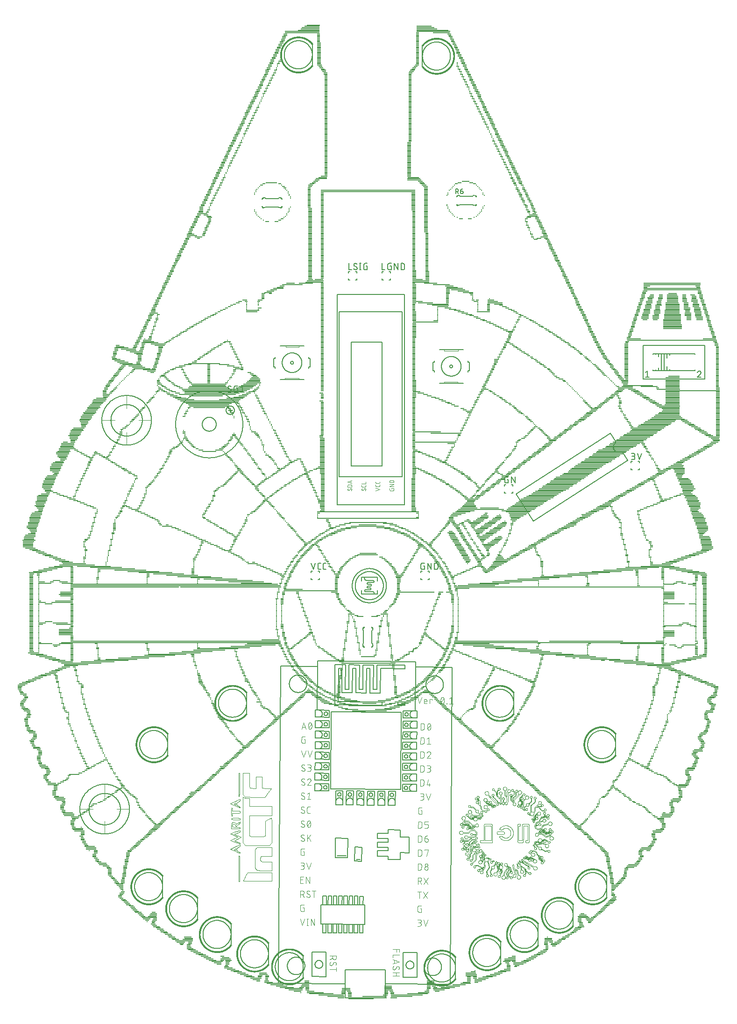
<source format=gbr>
G04 EAGLE Gerber RS-274X export*
G75*
%MOMM*%
%FSLAX34Y34*%
%LPD*%
%INSilkscreen Top*%
%IPPOS*%
%AMOC8*
5,1,8,0,0,1.08239X$1,22.5*%
G01*
%ADD10R,4.680000X0.234000*%
%ADD11R,1.170000X0.234000*%
%ADD12R,7.020000X0.234000*%
%ADD13R,3.042000X0.234000*%
%ADD14R,0.702000X0.234000*%
%ADD15R,4.446000X0.234000*%
%ADD16R,3.978000X0.234000*%
%ADD17R,0.936000X0.234000*%
%ADD18R,5.850000X0.234000*%
%ADD19R,3.744000X0.234000*%
%ADD20R,0.234000X0.234000*%
%ADD21R,2.106000X0.234000*%
%ADD22R,1.404000X0.234000*%
%ADD23R,2.574000X0.234000*%
%ADD24R,1.638000X0.234000*%
%ADD25R,0.468000X0.234000*%
%ADD26R,3.276000X0.234000*%
%ADD27R,2.340000X0.234000*%
%ADD28R,1.872000X0.234000*%
%ADD29R,2.808000X0.234000*%
%ADD30R,6.318000X0.234000*%
%ADD31R,6.552000X0.234000*%
%ADD32R,4.212000X0.234000*%
%ADD33R,7.254000X0.234000*%
%ADD34R,9.828000X0.234000*%
%ADD35R,5.382000X0.234000*%
%ADD36R,6.084000X0.234000*%
%ADD37R,5.616000X0.234000*%
%ADD38R,5.148000X0.234000*%
%ADD39R,0.234000X0.702000*%
%ADD40R,7.488000X0.234000*%
%ADD41R,7.956000X0.234000*%
%ADD42R,39.780000X0.234000*%
%ADD43R,38.142000X0.234000*%
%ADD44R,15.210000X0.234000*%
%ADD45R,13.338000X0.234000*%
%ADD46R,3.510000X0.234000*%
%ADD47R,6.786000X0.234000*%
%ADD48R,19.656000X0.234000*%
%ADD49R,18.252000X0.234000*%
%ADD50R,37.674000X0.234000*%
%ADD51R,4.914000X0.234000*%
%ADD52R,18.486000X0.234000*%
%ADD53R,8.424000X0.234000*%
%ADD54R,9.360000X0.234000*%
%ADD55R,10.764000X0.234000*%
%ADD56R,10.296000X0.234000*%
%ADD57R,10.062000X0.234000*%
%ADD58R,11.700000X0.234000*%
%ADD59R,12.402000X0.234000*%
%ADD60R,16.380000X0.234000*%
%ADD61R,17.082000X0.234000*%
%ADD62C,0.050000*%
%ADD63C,0.152400*%
%ADD64C,0.203200*%
%ADD65C,0.025400*%
%ADD66C,0.015238*%
%ADD67C,0.127000*%
%ADD68C,0.050800*%
%ADD69C,0.101600*%


D10*
X621270Y0D03*
D11*
X585000Y2340D03*
D12*
X632970Y2340D03*
D11*
X680940Y2340D03*
D13*
X575640Y4680D03*
D14*
X601380Y4680D03*
D15*
X645840Y4680D03*
D16*
X694980Y4680D03*
D10*
X567450Y7020D03*
D14*
X601380Y7020D03*
D17*
X665730Y7020D03*
D18*
X704340Y7020D03*
D15*
X549900Y9360D03*
D14*
X589680Y9360D03*
X601380Y9360D03*
X666900Y9360D03*
X678600Y9360D03*
D19*
X724230Y9360D03*
D20*
X512460Y11700D03*
D13*
X538200Y11700D03*
D14*
X589680Y11700D03*
X601380Y11700D03*
X666900Y11700D03*
X678600Y11700D03*
D21*
X734760Y11700D03*
D22*
X506610Y14040D03*
X530010Y14040D03*
D14*
X589680Y14040D03*
X599040Y14040D03*
X666900Y14040D03*
X676260Y14040D03*
D17*
X740610Y14040D03*
X759330Y14040D03*
D23*
X503100Y16380D03*
D14*
X524160Y16380D03*
D24*
X594360Y16380D03*
X671580Y16380D03*
D25*
X742950Y16380D03*
D21*
X762840Y16380D03*
D26*
X499590Y18720D03*
D14*
X524160Y18720D03*
D24*
X594360Y18720D03*
D22*
X670410Y18720D03*
D14*
X744120Y18720D03*
D13*
X767520Y18720D03*
D23*
X486720Y21060D03*
D17*
X513630Y21060D03*
D14*
X524160Y21060D03*
D22*
X670410Y21060D03*
D14*
X744120Y21060D03*
X755820Y21060D03*
D23*
X779220Y21060D03*
D21*
X477360Y23400D03*
D24*
X519480Y23400D03*
D22*
X670410Y23400D03*
D14*
X744120Y23400D03*
X753480Y23400D03*
D23*
X788580Y23400D03*
D27*
X469170Y25740D03*
D22*
X520650Y25740D03*
X747630Y25740D03*
D27*
X799110Y25740D03*
D21*
X460980Y28080D03*
D11*
X521820Y28080D03*
D22*
X747630Y28080D03*
D28*
X810810Y28080D03*
D24*
X453960Y30420D03*
D17*
X522990Y30420D03*
D22*
X747630Y30420D03*
X813150Y30420D03*
D14*
X830700Y30420D03*
X435240Y32760D03*
D17*
X450450Y32760D03*
X522990Y32760D03*
D22*
X747630Y32760D03*
D14*
X816660Y32760D03*
D22*
X834210Y32760D03*
X431730Y35100D03*
D25*
X450450Y35100D03*
D14*
X816660Y35100D03*
D21*
X837720Y35100D03*
X430560Y37440D03*
D25*
X450450Y37440D03*
D14*
X816660Y37440D03*
X828360Y37440D03*
D28*
X843570Y37440D03*
D24*
X421200Y39780D03*
D14*
X437580Y39780D03*
X451620Y39780D03*
X816660Y39780D03*
X828360Y39780D03*
D28*
X850590Y39780D03*
D24*
X416520Y42120D03*
D17*
X438750Y42120D03*
D14*
X451620Y42120D03*
D21*
X821340Y42120D03*
D28*
X857610Y42120D03*
D24*
X409500Y44460D03*
X444600Y44460D03*
D21*
X821340Y44460D03*
D28*
X864630Y44460D03*
D24*
X404820Y46800D03*
D22*
X443430Y46800D03*
D28*
X820170Y46800D03*
D24*
X870480Y46800D03*
X397800Y49140D03*
D17*
X824850Y49140D03*
D24*
X877500Y49140D03*
X393120Y51480D03*
D20*
X828360Y51480D03*
D28*
X883350Y51480D03*
D24*
X386100Y53820D03*
D11*
X886860Y53820D03*
D24*
X381420Y56160D03*
D14*
X889200Y56160D03*
D17*
X377910Y58500D03*
D14*
X889200Y58500D03*
D25*
X902070Y58500D03*
X377910Y60840D03*
D14*
X889200Y60840D03*
D17*
X904410Y60840D03*
X363870Y63180D03*
D14*
X379080Y63180D03*
D25*
X888030Y63180D03*
D28*
X906750Y63180D03*
D22*
X361530Y65520D03*
D14*
X379080Y65520D03*
X886860Y65520D03*
D27*
X909090Y65520D03*
D21*
X360360Y67860D03*
D17*
X380250Y67860D03*
D22*
X885690Y67860D03*
D14*
X898560Y67860D03*
D22*
X918450Y67860D03*
X352170Y70200D03*
D14*
X369720Y70200D03*
D11*
X381420Y70200D03*
D21*
X891540Y70200D03*
D22*
X923130Y70200D03*
X347490Y72540D03*
D28*
X375570Y72540D03*
D21*
X891540Y72540D03*
D22*
X927810Y72540D03*
X342810Y74880D03*
X375570Y74880D03*
X895050Y74880D03*
X932490Y74880D03*
X338130Y77220D03*
D14*
X369720Y77220D03*
X898560Y77220D03*
D11*
X936000Y77220D03*
D22*
X333450Y79560D03*
D11*
X940680Y79560D03*
D22*
X328770Y81900D03*
D11*
X945360Y81900D03*
D22*
X324090Y84240D03*
X948870Y84240D03*
X319410Y86580D03*
D11*
X952380Y86580D03*
D22*
X314730Y88920D03*
D17*
X955890Y88920D03*
D11*
X311220Y91260D03*
D25*
X958230Y91260D03*
D17*
X310050Y93600D03*
D25*
X958230Y93600D03*
D14*
X308880Y95940D03*
D25*
X958230Y95940D03*
D14*
X971100Y95940D03*
D25*
X296010Y98280D03*
D14*
X308880Y98280D03*
X957060Y98280D03*
D11*
X971100Y98280D03*
D17*
X296010Y100620D03*
D14*
X311220Y100620D03*
X957060Y100620D03*
D24*
X973440Y100620D03*
X294840Y102960D03*
D14*
X311220Y102960D03*
X957060Y102960D03*
X966420Y102960D03*
D11*
X978120Y102960D03*
D26*
X300690Y105300D03*
D24*
X961740Y105300D03*
D17*
X981630Y105300D03*
D11*
X285480Y107640D03*
D28*
X307710Y107640D03*
D22*
X960570Y107640D03*
D11*
X985140Y107640D03*
D17*
X281970Y109980D03*
D24*
X308880Y109980D03*
D22*
X960570Y109980D03*
D17*
X988650Y109980D03*
D11*
X278460Y112320D03*
D22*
X307710Y112320D03*
D20*
X959400Y112320D03*
D11*
X992160Y112320D03*
D17*
X274950Y114660D03*
X995670Y114660D03*
D11*
X271440Y117000D03*
D17*
X1000350Y117000D03*
X267930Y119340D03*
D14*
X1003860Y119340D03*
D11*
X264420Y121680D03*
D17*
X1007370Y121680D03*
X260910Y124020D03*
X1009710Y124020D03*
D11*
X257400Y126360D03*
X1013220Y126360D03*
D17*
X253890Y128700D03*
D11*
X1015560Y128700D03*
X250380Y131040D03*
X1020240Y131040D03*
D17*
X246870Y133380D03*
X1021410Y133380D03*
X244530Y135720D03*
D14*
X1020240Y135720D03*
D25*
X244530Y138060D03*
D14*
X1020240Y138060D03*
D25*
X1035450Y138060D03*
D20*
X234000Y140400D03*
D14*
X245700Y140400D03*
X1017900Y140400D03*
X1036620Y140400D03*
X234000Y142740D03*
D17*
X246870Y142740D03*
D14*
X1017900Y142740D03*
D11*
X1036620Y142740D03*
D22*
X232830Y145080D03*
D14*
X248040Y145080D03*
X1017900Y145080D03*
D24*
X1036620Y145080D03*
D29*
X237510Y147420D03*
D21*
X1024920Y147420D03*
D17*
X1042470Y147420D03*
X225810Y149760D03*
D24*
X243360Y149760D03*
D28*
X1023750Y149760D03*
D14*
X1045980Y149760D03*
D17*
X223470Y152100D03*
D22*
X244530Y152100D03*
X1023750Y152100D03*
D14*
X1048320Y152100D03*
D17*
X221130Y154440D03*
D11*
X245700Y154440D03*
D14*
X1022580Y154440D03*
D17*
X1051830Y154440D03*
D11*
X217620Y156780D03*
D14*
X245700Y156780D03*
D17*
X1054170Y156780D03*
X214110Y159120D03*
X1056510Y159120D03*
X211770Y161460D03*
X1058850Y161460D03*
X209430Y163800D03*
X1061190Y163800D03*
X207090Y166140D03*
X1063530Y166140D03*
X204750Y168480D03*
X1065870Y168480D03*
X200070Y170820D03*
X1068210Y170820D03*
X197730Y173160D03*
D11*
X1071720Y173160D03*
D17*
X195390Y175500D03*
D11*
X1074060Y175500D03*
D17*
X193050Y177840D03*
D11*
X1076400Y177840D03*
D17*
X190710Y180180D03*
D11*
X1078740Y180180D03*
D14*
X187200Y182520D03*
D17*
X1079910Y182520D03*
D14*
X184860Y184860D03*
X1081080Y184860D03*
X184860Y187200D03*
X1078740Y187200D03*
X187200Y189540D03*
X1078740Y189540D03*
D17*
X188370Y191880D03*
D25*
X1077570Y191880D03*
D14*
X189540Y194220D03*
D20*
X1076400Y194220D03*
X189540Y196560D03*
D25*
X1077570Y196560D03*
X188370Y198900D03*
D14*
X1078740Y198900D03*
X187200Y201240D03*
D17*
X1079910Y201240D03*
X186030Y203580D03*
D11*
X1081080Y203580D03*
X184860Y205920D03*
D22*
X1082250Y205920D03*
X183690Y208260D03*
D25*
X1077570Y208260D03*
D17*
X1086930Y208260D03*
X179010Y210600D03*
D14*
X189540Y210600D03*
X1076400Y210600D03*
D17*
X1089270Y210600D03*
D14*
X177840Y212940D03*
X189540Y212940D03*
X1076400Y212940D03*
D17*
X1091610Y212940D03*
D14*
X175500Y215280D03*
X189540Y215280D03*
X1076400Y215280D03*
D17*
X1093950Y215280D03*
D14*
X173160Y217620D03*
D25*
X190710Y217620D03*
D14*
X1076400Y217620D03*
D17*
X1096290Y217620D03*
D14*
X170820Y219960D03*
D25*
X190710Y219960D03*
X1075230Y219960D03*
D14*
X1097460Y219960D03*
X168480Y222300D03*
X191880Y222300D03*
D25*
X1075230Y222300D03*
D14*
X1099800Y222300D03*
X166140Y224640D03*
X191880Y224640D03*
X1074060Y224640D03*
X1099800Y224640D03*
X166140Y226980D03*
X191880Y226980D03*
X1074060Y226980D03*
D25*
X1100970Y226980D03*
D14*
X166140Y229320D03*
D25*
X193050Y229320D03*
D14*
X1074060Y229320D03*
D25*
X1100970Y229320D03*
D14*
X166140Y231660D03*
D25*
X193050Y231660D03*
X1072890Y231660D03*
X1100970Y231660D03*
D14*
X166140Y234000D03*
D25*
X193050Y234000D03*
X1072890Y234000D03*
D14*
X1102140Y234000D03*
D17*
X164970Y236340D03*
D14*
X194220Y236340D03*
X1071720Y236340D03*
X1102140Y236340D03*
X163800Y238680D03*
X194220Y238680D03*
X1071720Y238680D03*
D24*
X1109160Y238680D03*
D11*
X159120Y241020D03*
D14*
X194220Y241020D03*
X1071720Y241020D03*
D28*
X1112670Y241020D03*
D24*
X154440Y243360D03*
D25*
X195390Y243360D03*
X1070550Y243360D03*
D28*
X1115010Y243360D03*
D24*
X152100Y245700D03*
D25*
X195390Y245700D03*
X1070550Y245700D03*
D17*
X1122030Y245700D03*
X146250Y248040D03*
D14*
X196560Y248040D03*
X1069380Y248040D03*
X1123200Y248040D03*
X142740Y250380D03*
X196560Y250380D03*
X1069380Y250380D03*
X1125540Y250380D03*
X142740Y252720D03*
X196560Y252720D03*
X1069380Y252720D03*
X1127880Y252720D03*
X140400Y255060D03*
D25*
X197730Y255060D03*
D14*
X1069380Y255060D03*
X1127880Y255060D03*
X138060Y257400D03*
D25*
X197730Y257400D03*
X1068210Y257400D03*
D14*
X1130220Y257400D03*
X138060Y259740D03*
X198900Y259740D03*
X1067040Y259740D03*
X1130220Y259740D03*
X138060Y262080D03*
X198900Y262080D03*
X1067040Y262080D03*
X1127880Y262080D03*
X140400Y264420D03*
X198900Y264420D03*
D17*
X1065870Y264420D03*
D14*
X1127880Y264420D03*
X140400Y266760D03*
X201240Y266760D03*
D17*
X1063530Y266760D03*
D14*
X1127880Y266760D03*
D20*
X128700Y269100D03*
D14*
X140400Y269100D03*
D17*
X202410Y269100D03*
X1061190Y269100D03*
X1129050Y269100D03*
D14*
X1141920Y269100D03*
D28*
X132210Y271440D03*
D14*
X205920Y271440D03*
D17*
X1058850Y271440D03*
D21*
X1137240Y271440D03*
D28*
X132210Y273780D03*
D17*
X209430Y273780D03*
D14*
X1057680Y273780D03*
D28*
X1138410Y273780D03*
X129870Y276120D03*
D17*
X211770Y276120D03*
D14*
X1055340Y276120D03*
D17*
X1145430Y276120D03*
D14*
X124020Y278460D03*
D17*
X214110Y278460D03*
D25*
X1051830Y278460D03*
D17*
X1147770Y278460D03*
D14*
X121680Y280800D03*
D17*
X216450Y280800D03*
D14*
X1048320Y280800D03*
X1148940Y280800D03*
X119340Y283140D03*
D17*
X218790Y283140D03*
D14*
X1045980Y283140D03*
X1151280Y283140D03*
X119340Y285480D03*
D17*
X221130Y285480D03*
D14*
X1043640Y285480D03*
X1151280Y285480D03*
X117000Y287820D03*
X224640Y287820D03*
D17*
X1040130Y287820D03*
D14*
X1153620Y287820D03*
X117000Y290160D03*
X226980Y290160D03*
D17*
X1037790Y290160D03*
D14*
X1153620Y290160D03*
D25*
X115830Y292500D03*
D17*
X230490Y292500D03*
X1035450Y292500D03*
D25*
X1152450Y292500D03*
D14*
X114660Y294840D03*
D17*
X232830Y294840D03*
D14*
X1034280Y294840D03*
X1151280Y294840D03*
X117000Y297180D03*
D17*
X235170Y297180D03*
X1030770Y297180D03*
D14*
X1151280Y297180D03*
X117000Y299520D03*
D17*
X237510Y299520D03*
X1028430Y299520D03*
D14*
X1151280Y299520D03*
X117000Y301860D03*
D17*
X239850Y301860D03*
X1026090Y301860D03*
D24*
X1158300Y301860D03*
D28*
X111150Y304200D03*
D11*
X243360Y304200D03*
D14*
X1022580Y304200D03*
D28*
X1159470Y304200D03*
X108810Y306540D03*
D11*
X245700Y306540D03*
D17*
X1019070Y306540D03*
D24*
X1162980Y306540D03*
D21*
X107640Y308880D03*
D11*
X248040Y308880D03*
D17*
X1016730Y308880D03*
D14*
X1167660Y308880D03*
X100620Y311220D03*
D20*
X114660Y311220D03*
D11*
X250380Y311220D03*
X1015560Y311220D03*
D14*
X1170000Y311220D03*
D25*
X99450Y313560D03*
D11*
X252720Y313560D03*
D22*
X1014390Y313560D03*
D14*
X1170000Y313560D03*
X98280Y315900D03*
D22*
X253890Y315900D03*
D17*
X1009710Y315900D03*
D25*
X1021410Y315900D03*
D14*
X1170000Y315900D03*
X98280Y318240D03*
D25*
X246870Y318240D03*
D17*
X258570Y318240D03*
X1007370Y318240D03*
D25*
X1023750Y318240D03*
D14*
X1170000Y318240D03*
X98280Y320580D03*
D25*
X244530Y320580D03*
D17*
X260910Y320580D03*
D14*
X1003860Y320580D03*
D25*
X1026090Y320580D03*
D14*
X1167660Y320580D03*
D17*
X99450Y322920D03*
D25*
X242190Y322920D03*
D17*
X263250Y322920D03*
D14*
X1001520Y322920D03*
D25*
X1028430Y322920D03*
D17*
X1166490Y322920D03*
D14*
X100620Y325260D03*
D25*
X239850Y325260D03*
D17*
X265590Y325260D03*
D14*
X999180Y325260D03*
D25*
X1030770Y325260D03*
D11*
X1165320Y325260D03*
X102960Y327600D03*
D25*
X237510Y327600D03*
D14*
X269100Y327600D03*
D17*
X995670Y327600D03*
D20*
X1031940Y327600D03*
D22*
X1164150Y327600D03*
D24*
X102960Y329940D03*
D25*
X235170Y329940D03*
D14*
X271440Y329940D03*
D17*
X993330Y329940D03*
D20*
X1034280Y329940D03*
D14*
X1155960Y329940D03*
D28*
X1173510Y329940D03*
X92430Y332280D03*
D25*
X111150Y332280D03*
X232830Y332280D03*
D14*
X273780Y332280D03*
D17*
X990990Y332280D03*
D20*
X1036620Y332280D03*
D25*
X1152450Y332280D03*
D28*
X1175850Y332280D03*
D21*
X91260Y334620D03*
D25*
X115830Y334620D03*
D20*
X231660Y334620D03*
D14*
X276120Y334620D03*
D17*
X988650Y334620D03*
D25*
X1037790Y334620D03*
D20*
X1148940Y334620D03*
D21*
X1177020Y334620D03*
D28*
X90090Y336960D03*
D25*
X118170Y336960D03*
D20*
X229320Y336960D03*
D17*
X279630Y336960D03*
X986310Y336960D03*
D25*
X1040130Y336960D03*
X1145430Y336960D03*
X1171170Y336960D03*
D14*
X1184040Y336960D03*
X81900Y339300D03*
X121680Y339300D03*
D25*
X228150Y339300D03*
D17*
X281970Y339300D03*
X983970Y339300D03*
D25*
X1042470Y339300D03*
X1143090Y339300D03*
D14*
X1186380Y339300D03*
X81900Y341640D03*
D25*
X125190Y341640D03*
X225810Y341640D03*
D17*
X284310Y341640D03*
X981630Y341640D03*
D25*
X1044810Y341640D03*
X1140750Y341640D03*
D14*
X1186380Y341640D03*
X79560Y343980D03*
D25*
X127530Y343980D03*
X223470Y343980D03*
D17*
X286650Y343980D03*
D14*
X978120Y343980D03*
D20*
X1045980Y343980D03*
D25*
X1138410Y343980D03*
D14*
X1186380Y343980D03*
X79560Y346320D03*
D20*
X128700Y346320D03*
D25*
X221130Y346320D03*
D17*
X288990Y346320D03*
D14*
X975780Y346320D03*
D20*
X1048320Y346320D03*
D25*
X1136070Y346320D03*
D14*
X1186380Y346320D03*
X79560Y348660D03*
D25*
X132210Y348660D03*
D20*
X219960Y348660D03*
D17*
X291330Y348660D03*
X972270Y348660D03*
D25*
X1049490Y348660D03*
X1133730Y348660D03*
X1185210Y348660D03*
D17*
X80730Y351000D03*
D25*
X134550Y351000D03*
X218790Y351000D03*
D14*
X294840Y351000D03*
D17*
X969930Y351000D03*
D20*
X1050660Y351000D03*
D14*
X1127880Y351000D03*
X1184040Y351000D03*
X81900Y353340D03*
D17*
X139230Y353340D03*
D20*
X217620Y353340D03*
D14*
X297180Y353340D03*
D17*
X967590Y353340D03*
D25*
X1051830Y353340D03*
D14*
X1123200Y353340D03*
X1184040Y353340D03*
D25*
X83070Y355680D03*
X146250Y355680D03*
X216450Y355680D03*
D17*
X300690Y355680D03*
X965250Y355680D03*
D20*
X1053000Y355680D03*
D25*
X1117350Y355680D03*
D14*
X1184040Y355680D03*
D20*
X1195740Y355680D03*
D14*
X81900Y358020D03*
D25*
X150930Y358020D03*
D20*
X215280Y358020D03*
D17*
X303030Y358020D03*
X962910Y358020D03*
D20*
X1053000Y358020D03*
D25*
X1115010Y358020D03*
D24*
X1191060Y358020D03*
X77220Y360360D03*
D25*
X155610Y360360D03*
D20*
X215280Y360360D03*
D17*
X305370Y360360D03*
X960570Y360360D03*
D20*
X1053000Y360360D03*
D25*
X1110330Y360360D03*
D28*
X1192230Y360360D03*
X76050Y362700D03*
D25*
X157950Y362700D03*
X214110Y362700D03*
D17*
X307710Y362700D03*
X958230Y362700D03*
D20*
X1055340Y362700D03*
D25*
X1107990Y362700D03*
D24*
X1193400Y362700D03*
D28*
X73710Y365040D03*
D25*
X162630Y365040D03*
X211770Y365040D03*
D17*
X310050Y365040D03*
X955890Y365040D03*
D14*
X1060020Y365040D03*
D25*
X1105650Y365040D03*
D14*
X1200420Y365040D03*
D17*
X69030Y367380D03*
D25*
X164970Y367380D03*
X209430Y367380D03*
D17*
X312390Y367380D03*
X953550Y367380D03*
D14*
X1062360Y367380D03*
D25*
X1100970Y367380D03*
D14*
X1200420Y367380D03*
X65520Y369720D03*
D25*
X169650Y369720D03*
D14*
X205920Y369720D03*
D17*
X314730Y369720D03*
D11*
X950040Y369720D03*
D25*
X1065870Y369720D03*
X1098630Y369720D03*
X1201590Y369720D03*
D14*
X65520Y372060D03*
D25*
X171990Y372060D03*
X202410Y372060D03*
D11*
X315900Y372060D03*
X947700Y372060D03*
D25*
X1068210Y372060D03*
X1096290Y372060D03*
D14*
X1200420Y372060D03*
X65520Y374400D03*
D25*
X176670Y374400D03*
X200070Y374400D03*
D11*
X318240Y374400D03*
D17*
X944190Y374400D03*
D20*
X1069380Y374400D03*
D25*
X1091610Y374400D03*
D14*
X1200420Y374400D03*
X65520Y376740D03*
D25*
X179010Y376740D03*
X197730Y376740D03*
D17*
X324090Y376740D03*
X941850Y376740D03*
D25*
X1070550Y376740D03*
X1089270Y376740D03*
D14*
X1200420Y376740D03*
X67860Y379080D03*
D25*
X181350Y379080D03*
X195390Y379080D03*
D17*
X326430Y379080D03*
X939510Y379080D03*
D25*
X1072890Y379080D03*
D14*
X1085760Y379080D03*
D25*
X1199250Y379080D03*
D14*
X67860Y381420D03*
D25*
X186030Y381420D03*
X193050Y381420D03*
D17*
X328770Y381420D03*
X937170Y381420D03*
D25*
X1075230Y381420D03*
D14*
X1083420Y381420D03*
D25*
X1199250Y381420D03*
D14*
X67860Y383760D03*
X189540Y383760D03*
D17*
X331110Y383760D03*
X934830Y383760D03*
X1077570Y383760D03*
D24*
X1202760Y383760D03*
D14*
X67860Y386100D03*
X189540Y386100D03*
D17*
X333450Y386100D03*
X932490Y386100D03*
D25*
X1077570Y386100D03*
D21*
X1202760Y386100D03*
X63180Y388440D03*
D25*
X188370Y388440D03*
D14*
X336960Y388440D03*
D17*
X930150Y388440D03*
D20*
X1078740Y388440D03*
D14*
X1191060Y388440D03*
D28*
X1206270Y388440D03*
D24*
X60840Y390780D03*
D14*
X74880Y390780D03*
D25*
X186030Y390780D03*
D14*
X339300Y390780D03*
D17*
X925470Y390780D03*
D20*
X1078740Y390780D03*
D25*
X1187550Y390780D03*
D14*
X1212120Y390780D03*
D17*
X54990Y393120D03*
D14*
X79560Y393120D03*
D20*
X184860Y393120D03*
D14*
X341640Y393120D03*
D17*
X923130Y393120D03*
D25*
X1079910Y393120D03*
X1182870Y393120D03*
D14*
X1214460Y393120D03*
D25*
X52650Y395460D03*
D14*
X84240Y395460D03*
D25*
X183690Y395460D03*
D17*
X345150Y395460D03*
X920790Y395460D03*
D14*
X1081080Y395460D03*
D25*
X1180530Y395460D03*
D14*
X1214460Y395460D03*
X51480Y397800D03*
D25*
X87750Y397800D03*
X181350Y397800D03*
D17*
X347490Y397800D03*
X918450Y397800D03*
D25*
X1084590Y397800D03*
X1178190Y397800D03*
D14*
X1216800Y397800D03*
X49140Y400140D03*
D25*
X90090Y400140D03*
D20*
X180180Y400140D03*
D17*
X349830Y400140D03*
X916110Y400140D03*
D20*
X1085760Y400140D03*
D25*
X1175850Y400140D03*
D14*
X1216800Y400140D03*
X49140Y402480D03*
D20*
X91260Y402480D03*
D25*
X179010Y402480D03*
D17*
X352170Y402480D03*
X913770Y402480D03*
D25*
X1086930Y402480D03*
D14*
X1172340Y402480D03*
X1216800Y402480D03*
D17*
X50310Y404820D03*
D25*
X92430Y404820D03*
D17*
X354510Y404820D03*
X911430Y404820D03*
D25*
X1089270Y404820D03*
D14*
X1167660Y404820D03*
X1214460Y404820D03*
D17*
X52650Y407160D03*
D28*
X101790Y407160D03*
D20*
X175500Y407160D03*
D17*
X356850Y407160D03*
D14*
X907920Y407160D03*
D20*
X1090440Y407160D03*
D17*
X1161810Y407160D03*
X1213290Y407160D03*
D14*
X53820Y409500D03*
X112320Y409500D03*
D25*
X174330Y409500D03*
D14*
X360360Y409500D03*
X905580Y409500D03*
D25*
X1091610Y409500D03*
D14*
X1155960Y409500D03*
X1212120Y409500D03*
D17*
X54990Y411840D03*
D25*
X118170Y411840D03*
D20*
X173160Y411840D03*
D14*
X362700Y411840D03*
D17*
X902070Y411840D03*
D20*
X1092780Y411840D03*
D25*
X1150110Y411840D03*
D14*
X1212120Y411840D03*
X53820Y414180D03*
D25*
X122850Y414180D03*
D20*
X170820Y414180D03*
D14*
X365040Y414180D03*
D17*
X899730Y414180D03*
D25*
X1093950Y414180D03*
D14*
X1146600Y414180D03*
D24*
X1216800Y414180D03*
D17*
X52650Y416520D03*
D14*
X126360Y416520D03*
D25*
X169650Y416520D03*
D17*
X368550Y416520D03*
X897390Y416520D03*
D20*
X1095120Y416520D03*
D14*
X1141920Y416520D03*
D24*
X1219140Y416520D03*
D22*
X47970Y418860D03*
D17*
X129870Y418860D03*
D20*
X168480Y418860D03*
D17*
X370890Y418860D03*
X895050Y418860D03*
D20*
X1097460Y418860D03*
D17*
X1138410Y418860D03*
D22*
X1220310Y418860D03*
D24*
X46800Y421200D03*
D25*
X125190Y421200D03*
D14*
X135720Y421200D03*
D25*
X167310Y421200D03*
D11*
X372060Y421200D03*
D17*
X892710Y421200D03*
D25*
X1098630Y421200D03*
D22*
X1136070Y421200D03*
D17*
X1224990Y421200D03*
D11*
X44460Y423540D03*
D20*
X124020Y423540D03*
D25*
X139230Y423540D03*
D20*
X166140Y423540D03*
D17*
X375570Y423540D03*
X890370Y423540D03*
D20*
X1099800Y423540D03*
D14*
X1130220Y423540D03*
D25*
X1143090Y423540D03*
D14*
X1226160Y423540D03*
X39780Y425880D03*
D25*
X122850Y425880D03*
X143910Y425880D03*
X164970Y425880D03*
D17*
X377910Y425880D03*
X888030Y425880D03*
D25*
X1100970Y425880D03*
X1124370Y425880D03*
X1143090Y425880D03*
D14*
X1226160Y425880D03*
X39780Y428220D03*
D20*
X121680Y428220D03*
D25*
X148590Y428220D03*
D20*
X163800Y428220D03*
D17*
X380250Y428220D03*
D14*
X884520Y428220D03*
D20*
X1102140Y428220D03*
D14*
X1120860Y428220D03*
D20*
X1144260Y428220D03*
D14*
X1228500Y428220D03*
D25*
X38610Y430560D03*
X120510Y430560D03*
D14*
X152100Y430560D03*
D20*
X161460Y430560D03*
D17*
X382590Y430560D03*
D14*
X882180Y430560D03*
D25*
X1103310Y430560D03*
D14*
X1116180Y430560D03*
D25*
X1145430Y430560D03*
D14*
X1228500Y430560D03*
X37440Y432900D03*
D20*
X119340Y432900D03*
D17*
X157950Y432900D03*
D14*
X386100Y432900D03*
D17*
X878670Y432900D03*
D11*
X1109160Y432900D03*
D20*
X1146600Y432900D03*
D25*
X1229670Y432900D03*
D14*
X37440Y435240D03*
D25*
X118170Y435240D03*
D20*
X159120Y435240D03*
D14*
X388440Y435240D03*
D17*
X876330Y435240D03*
D25*
X1107990Y435240D03*
X1147770Y435240D03*
D14*
X1230840Y435240D03*
X37440Y437580D03*
D20*
X117000Y437580D03*
X159120Y437580D03*
D17*
X391950Y437580D03*
X873990Y437580D03*
D20*
X1106820Y437580D03*
X1148940Y437580D03*
D17*
X1229670Y437580D03*
D14*
X37440Y439920D03*
D25*
X115830Y439920D03*
D20*
X156780Y439920D03*
D17*
X394290Y439920D03*
X871650Y439920D03*
D20*
X1109160Y439920D03*
D25*
X1150110Y439920D03*
D17*
X1227330Y439920D03*
D14*
X39780Y442260D03*
D20*
X114660Y442260D03*
X156780Y442260D03*
D17*
X396630Y442260D03*
X869310Y442260D03*
D25*
X1110330Y442260D03*
D20*
X1151280Y442260D03*
D17*
X1224990Y442260D03*
D14*
X39780Y444600D03*
D25*
X113490Y444600D03*
D20*
X154440Y444600D03*
D17*
X398970Y444600D03*
X866970Y444600D03*
D25*
X1110330Y444600D03*
D20*
X1151280Y444600D03*
D17*
X1224990Y444600D03*
D14*
X39780Y446940D03*
D20*
X112320Y446940D03*
X154440Y446940D03*
D17*
X401310Y446940D03*
D14*
X863460Y446940D03*
D20*
X1111500Y446940D03*
X1153620Y446940D03*
D17*
X1227330Y446940D03*
D14*
X39780Y449280D03*
D20*
X112320Y449280D03*
X152100Y449280D03*
D17*
X403650Y449280D03*
D14*
X861120Y449280D03*
D25*
X1112670Y449280D03*
D20*
X1153620Y449280D03*
D28*
X1232010Y449280D03*
D14*
X37440Y451620D03*
D25*
X111150Y451620D03*
D20*
X152100Y451620D03*
D17*
X405990Y451620D03*
D14*
X858780Y451620D03*
D20*
X1113840Y451620D03*
D25*
X1154790Y451620D03*
D24*
X1233180Y451620D03*
D22*
X33930Y453960D03*
D20*
X109980Y453960D03*
D25*
X150930Y453960D03*
D14*
X409500Y453960D03*
X856440Y453960D03*
D25*
X1115010Y453960D03*
D20*
X1155960Y453960D03*
D14*
X1237860Y453960D03*
D11*
X32760Y456300D03*
D25*
X108810Y456300D03*
D20*
X149760Y456300D03*
D11*
X411840Y456300D03*
D22*
X855270Y456300D03*
D20*
X1116180Y456300D03*
D25*
X1157130Y456300D03*
D14*
X1240200Y456300D03*
X28080Y458640D03*
D20*
X107640Y458640D03*
D25*
X148590Y458640D03*
D22*
X413010Y458640D03*
D28*
X855270Y458640D03*
D25*
X1117350Y458640D03*
D20*
X1158300Y458640D03*
D14*
X1240200Y458640D03*
D25*
X26910Y460980D03*
D20*
X107640Y460980D03*
X147420Y460980D03*
D25*
X405990Y460980D03*
D17*
X417690Y460980D03*
D11*
X849420Y460980D03*
D25*
X862290Y460980D03*
D20*
X1118520Y460980D03*
X1158300Y460980D03*
D25*
X1241370Y460980D03*
D14*
X25740Y463320D03*
D20*
X105300Y463320D03*
D25*
X146250Y463320D03*
X403650Y463320D03*
D17*
X420030Y463320D03*
X845910Y463320D03*
D25*
X864630Y463320D03*
X1119690Y463320D03*
D20*
X1160640Y463320D03*
D17*
X1241370Y463320D03*
D14*
X25740Y465660D03*
D20*
X105300Y465660D03*
X145080Y465660D03*
D25*
X401310Y465660D03*
D17*
X422370Y465660D03*
X843570Y465660D03*
D25*
X866970Y465660D03*
D20*
X1120860Y465660D03*
X1160640Y465660D03*
D14*
X1240200Y465660D03*
D17*
X24570Y468000D03*
D25*
X104130Y468000D03*
D20*
X145080Y468000D03*
D25*
X398970Y468000D03*
D17*
X424710Y468000D03*
X841230Y468000D03*
D25*
X869310Y468000D03*
X1122030Y468000D03*
D20*
X1162980Y468000D03*
D17*
X1239030Y468000D03*
X26910Y470340D03*
D20*
X102960Y470340D03*
D25*
X143910Y470340D03*
X396630Y470340D03*
D14*
X428220Y470340D03*
D17*
X838890Y470340D03*
D25*
X871650Y470340D03*
D20*
X1123200Y470340D03*
X1162980Y470340D03*
D17*
X1236690Y470340D03*
X29250Y472680D03*
D20*
X102960Y472680D03*
X142740Y472680D03*
X395460Y472680D03*
D14*
X430560Y472680D03*
D17*
X836550Y472680D03*
D20*
X872820Y472680D03*
D25*
X1124370Y472680D03*
X1164150Y472680D03*
D14*
X1235520Y472680D03*
X30420Y475020D03*
D20*
X100620Y475020D03*
D25*
X141570Y475020D03*
D20*
X393120Y475020D03*
D14*
X432900Y475020D03*
X833040Y475020D03*
D20*
X875160Y475020D03*
X1125540Y475020D03*
X1165320Y475020D03*
D14*
X1235520Y475020D03*
X30420Y477360D03*
D20*
X100620Y477360D03*
X140400Y477360D03*
X390780Y477360D03*
D17*
X436410Y477360D03*
X829530Y477360D03*
D20*
X877500Y477360D03*
X1125540Y477360D03*
D25*
X1166490Y477360D03*
D14*
X1237860Y477360D03*
X30420Y479700D03*
D25*
X99450Y479700D03*
D20*
X140400Y479700D03*
D25*
X389610Y479700D03*
D17*
X438750Y479700D03*
X827190Y479700D03*
D25*
X878670Y479700D03*
X1126710Y479700D03*
D20*
X1167660Y479700D03*
D11*
X1240200Y479700D03*
X25740Y482040D03*
D20*
X98280Y482040D03*
D25*
X139230Y482040D03*
X387270Y482040D03*
D17*
X441090Y482040D03*
X824850Y482040D03*
D25*
X881010Y482040D03*
D20*
X1127880Y482040D03*
X1167660Y482040D03*
D11*
X1242540Y482040D03*
D22*
X24570Y484380D03*
D20*
X98280Y484380D03*
X138060Y484380D03*
D25*
X384930Y484380D03*
D17*
X443430Y484380D03*
X822510Y484380D03*
D14*
X884520Y484380D03*
D25*
X1129050Y484380D03*
X1168830Y484380D03*
D17*
X1246050Y484380D03*
D11*
X21060Y486720D03*
D25*
X97110Y486720D03*
X136890Y486720D03*
D20*
X383760Y486720D03*
D17*
X445770Y486720D03*
X820170Y486720D03*
D25*
X885690Y486720D03*
D20*
X1130220Y486720D03*
X1170000Y486720D03*
D14*
X1247220Y486720D03*
X18720Y489060D03*
D20*
X95940Y489060D03*
X135720Y489060D03*
X381420Y489060D03*
D17*
X448110Y489060D03*
X817830Y489060D03*
D25*
X888030Y489060D03*
X1131390Y489060D03*
X1171170Y489060D03*
X1248390Y489060D03*
D14*
X18720Y491400D03*
D20*
X95940Y491400D03*
X135720Y491400D03*
D25*
X380250Y491400D03*
D14*
X451620Y491400D03*
X814320Y491400D03*
D25*
X888030Y491400D03*
D20*
X1132560Y491400D03*
X1172340Y491400D03*
D14*
X1249560Y491400D03*
X16380Y493740D03*
D20*
X93600Y493740D03*
D25*
X134550Y493740D03*
X377910Y493740D03*
D14*
X453960Y493740D03*
X811980Y493740D03*
D25*
X890370Y493740D03*
D20*
X1132560Y493740D03*
X1172340Y493740D03*
D14*
X1249560Y493740D03*
X16380Y496080D03*
D20*
X93600Y496080D03*
X133380Y496080D03*
X376740Y496080D03*
D14*
X456300Y496080D03*
X809640Y496080D03*
D25*
X892710Y496080D03*
X1133730Y496080D03*
X1173510Y496080D03*
X1250730Y496080D03*
X15210Y498420D03*
X92430Y498420D03*
X132210Y498420D03*
X375570Y498420D03*
D17*
X459810Y498420D03*
X806130Y498420D03*
D25*
X895050Y498420D03*
D20*
X1134900Y498420D03*
X1174680Y498420D03*
D25*
X1250730Y498420D03*
X15210Y500760D03*
D20*
X91260Y500760D03*
X131040Y500760D03*
D25*
X373230Y500760D03*
D17*
X462150Y500760D03*
X803790Y500760D03*
D25*
X897390Y500760D03*
X1136070Y500760D03*
X1175850Y500760D03*
D14*
X1251900Y500760D03*
X14040Y503100D03*
D20*
X91260Y503100D03*
X131040Y503100D03*
D25*
X370890Y503100D03*
D17*
X464490Y503100D03*
X801450Y503100D03*
D25*
X897390Y503100D03*
D20*
X1137240Y503100D03*
D25*
X1175850Y503100D03*
D14*
X1251900Y503100D03*
X14040Y505440D03*
D20*
X91260Y505440D03*
D25*
X129870Y505440D03*
D14*
X369720Y505440D03*
D17*
X466830Y505440D03*
X799110Y505440D03*
D25*
X899730Y505440D03*
D20*
X1137240Y505440D03*
X1177020Y505440D03*
D14*
X1249560Y505440D03*
X14040Y507780D03*
D25*
X90090Y507780D03*
D20*
X128700Y507780D03*
D14*
X367380Y507780D03*
D17*
X469170Y507780D03*
D11*
X797940Y507780D03*
D25*
X902070Y507780D03*
X1138410Y507780D03*
D20*
X1177020Y507780D03*
D17*
X1248390Y507780D03*
X17550Y510120D03*
D25*
X90090Y510120D03*
D20*
X128700Y510120D03*
D14*
X365040Y510120D03*
D11*
X470340Y510120D03*
D17*
X794430Y510120D03*
D20*
X802620Y510120D03*
D25*
X902070Y510120D03*
D20*
X1139580Y510120D03*
X1177020Y510120D03*
D14*
X1247220Y510120D03*
X18720Y512460D03*
D20*
X91260Y512460D03*
D25*
X127530Y512460D03*
D14*
X365040Y512460D03*
D25*
X464490Y512460D03*
D17*
X473850Y512460D03*
D14*
X790920Y512460D03*
D20*
X804960Y512460D03*
D25*
X904410Y512460D03*
D20*
X1139580Y512460D03*
X1177020Y512460D03*
D14*
X1247220Y512460D03*
D17*
X19890Y514800D03*
D20*
X91260Y514800D03*
X126360Y514800D03*
D25*
X363870Y514800D03*
X462150Y514800D03*
D14*
X477360Y514800D03*
X788580Y514800D03*
D20*
X807300Y514800D03*
D25*
X906750Y514800D03*
D20*
X1141920Y514800D03*
X1177020Y514800D03*
D25*
X1246050Y514800D03*
X19890Y517140D03*
D20*
X91260Y517140D03*
X126360Y517140D03*
D14*
X362700Y517140D03*
D25*
X459810Y517140D03*
D14*
X479700Y517140D03*
X786240Y517140D03*
D20*
X809640Y517140D03*
D25*
X906750Y517140D03*
D20*
X1141920Y517140D03*
X1179360Y517140D03*
D14*
X1247220Y517140D03*
X18720Y519480D03*
X88920Y519480D03*
D25*
X125190Y519480D03*
X361530Y519480D03*
X457470Y519480D03*
D17*
X483210Y519480D03*
D26*
X637650Y519480D03*
D14*
X783900Y519480D03*
D20*
X811980Y519480D03*
X907920Y519480D03*
D25*
X1143090Y519480D03*
D20*
X1181700Y519480D03*
D24*
X1251900Y519480D03*
D11*
X16380Y521820D03*
D25*
X85410Y521820D03*
D20*
X124020Y521820D03*
D25*
X359190Y521820D03*
X455130Y521820D03*
D17*
X485550Y521820D03*
D30*
X636480Y521820D03*
D17*
X780390Y521820D03*
D25*
X815490Y521820D03*
D20*
X910260Y521820D03*
X1144260Y521820D03*
D25*
X1182870Y521820D03*
D22*
X1253070Y521820D03*
D11*
X14040Y524160D03*
D20*
X84240Y524160D03*
X124020Y524160D03*
D25*
X359190Y524160D03*
X452790Y524160D03*
D17*
X487890Y524160D03*
D27*
X604890Y524160D03*
D13*
X662220Y524160D03*
D17*
X778050Y524160D03*
X820170Y524160D03*
D25*
X911430Y524160D03*
D20*
X1144260Y524160D03*
X1184040Y524160D03*
D17*
X1257750Y524160D03*
D11*
X11700Y526500D03*
D25*
X83070Y526500D03*
X122850Y526500D03*
X356850Y526500D03*
D17*
X448110Y526500D03*
X490230Y526500D03*
D11*
X592020Y526500D03*
D21*
X673920Y526500D03*
D17*
X775710Y526500D03*
D14*
X823680Y526500D03*
D20*
X912600Y526500D03*
D25*
X1145430Y526500D03*
D20*
X1184040Y526500D03*
D14*
X1258920Y526500D03*
X9360Y528840D03*
D25*
X83070Y528840D03*
D20*
X121680Y528840D03*
D25*
X356850Y528840D03*
D14*
X444600Y528840D03*
D17*
X492570Y528840D03*
X583830Y528840D03*
D28*
X682110Y528840D03*
D17*
X773370Y528840D03*
D25*
X827190Y528840D03*
X913770Y528840D03*
D20*
X1146600Y528840D03*
D25*
X1185210Y528840D03*
D14*
X1258920Y528840D03*
X7020Y531180D03*
D20*
X81900Y531180D03*
X121680Y531180D03*
D25*
X354510Y531180D03*
X441090Y531180D03*
D17*
X494910Y531180D03*
X576810Y531180D03*
D12*
X632970Y531180D03*
D24*
X687960Y531180D03*
D17*
X771030Y531180D03*
D25*
X827190Y531180D03*
X916110Y531180D03*
D20*
X1146600Y531180D03*
X1186380Y531180D03*
D17*
X1260090Y531180D03*
D14*
X7020Y533520D03*
D20*
X81900Y533520D03*
D25*
X120510Y533520D03*
X354510Y533520D03*
D20*
X439920Y533520D03*
D17*
X497250Y533520D03*
D22*
X569790Y533520D03*
D24*
X596700Y533520D03*
D22*
X670410Y533520D03*
X693810Y533520D03*
D17*
X768690Y533520D03*
D20*
X828360Y533520D03*
X917280Y533520D03*
D25*
X1147770Y533520D03*
D20*
X1186380Y533520D03*
D11*
X1258920Y533520D03*
D14*
X7020Y535860D03*
D25*
X80730Y535860D03*
D20*
X119340Y535860D03*
D25*
X352170Y535860D03*
D20*
X439920Y535860D03*
D14*
X500760Y535860D03*
D24*
X561600Y535860D03*
D11*
X587340Y535860D03*
D23*
X636480Y535860D03*
D11*
X678600Y535860D03*
D22*
X700830Y535860D03*
D14*
X765180Y535860D03*
D20*
X828360Y535860D03*
D25*
X918450Y535860D03*
D20*
X1148940Y535860D03*
D25*
X1187550Y535860D03*
D17*
X1255410Y535860D03*
X8190Y538200D03*
D20*
X79560Y538200D03*
X119340Y538200D03*
X351000Y538200D03*
D25*
X438750Y538200D03*
D14*
X503100Y538200D03*
D24*
X556920Y538200D03*
D17*
X581490Y538200D03*
D31*
X632970Y538200D03*
D17*
X686790Y538200D03*
D22*
X705510Y538200D03*
D14*
X762840Y538200D03*
D25*
X829530Y538200D03*
X918450Y538200D03*
D20*
X1148940Y538200D03*
X1188720Y538200D03*
D17*
X1253070Y538200D03*
X10530Y540540D03*
D20*
X79560Y540540D03*
X119340Y540540D03*
X351000Y540540D03*
X437580Y540540D03*
D17*
X506610Y540540D03*
D22*
X553410Y540540D03*
D17*
X574470Y540540D03*
D27*
X602550Y540540D03*
X663390Y540540D03*
D14*
X692640Y540540D03*
D22*
X710190Y540540D03*
D14*
X760500Y540540D03*
D25*
X829530Y540540D03*
X920790Y540540D03*
X1150110Y540540D03*
D20*
X1188720Y540540D03*
D14*
X1251900Y540540D03*
X11700Y542880D03*
D20*
X79560Y542880D03*
D25*
X118170Y542880D03*
D20*
X348660Y542880D03*
D25*
X436410Y542880D03*
D17*
X508950Y542880D03*
D11*
X549900Y542880D03*
D14*
X568620Y542880D03*
D28*
X593190Y542880D03*
D24*
X673920Y542880D03*
D17*
X698490Y542880D03*
D11*
X716040Y542880D03*
D14*
X758160Y542880D03*
D20*
X830700Y542880D03*
D14*
X921960Y542880D03*
D20*
X1151280Y542880D03*
X1188720Y542880D03*
D17*
X1253070Y542880D03*
D14*
X14040Y545220D03*
D25*
X78390Y545220D03*
D20*
X117000Y545220D03*
X348660Y545220D03*
X435240Y545220D03*
D17*
X511290Y545220D03*
D11*
X545220Y545220D03*
D14*
X563940Y545220D03*
D24*
X585000Y545220D03*
D22*
X682110Y545220D03*
D14*
X704340Y545220D03*
D11*
X718380Y545220D03*
D25*
X756990Y545220D03*
D20*
X833040Y545220D03*
D25*
X923130Y545220D03*
D20*
X1151280Y545220D03*
D25*
X1189890Y545220D03*
D11*
X1256580Y545220D03*
D14*
X14040Y547560D03*
D20*
X77220Y547560D03*
X117000Y547560D03*
X346320Y547560D03*
X432900Y547560D03*
D17*
X513630Y547560D03*
D11*
X542880Y547560D03*
D25*
X558090Y547560D03*
D22*
X579150Y547560D03*
D11*
X687960Y547560D03*
D14*
X709020Y547560D03*
D17*
X721890Y547560D03*
D14*
X753480Y547560D03*
D25*
X834210Y547560D03*
X925470Y547560D03*
D20*
X1151280Y547560D03*
X1191060Y547560D03*
D11*
X1258920Y547560D03*
D14*
X11700Y549900D03*
D20*
X77220Y549900D03*
X117000Y549900D03*
D25*
X345150Y549900D03*
X431730Y549900D03*
D17*
X515970Y549900D03*
D11*
X538200Y549900D03*
D25*
X553410Y549900D03*
D24*
X575640Y549900D03*
X692640Y549900D03*
D25*
X712530Y549900D03*
D14*
X725400Y549900D03*
X751140Y549900D03*
D25*
X836550Y549900D03*
D14*
X926640Y549900D03*
D25*
X1152450Y549900D03*
D20*
X1191060Y549900D03*
D11*
X1261260Y549900D03*
X9360Y552240D03*
D20*
X77220Y552240D03*
D25*
X115830Y552240D03*
X345150Y552240D03*
X429390Y552240D03*
D14*
X517140Y552240D03*
D17*
X534690Y552240D03*
D14*
X549900Y552240D03*
D17*
X567450Y552240D03*
D14*
X580320Y552240D03*
D25*
X684450Y552240D03*
D11*
X699660Y552240D03*
D25*
X717210Y552240D03*
X728910Y552240D03*
D14*
X748800Y552240D03*
D25*
X836550Y552240D03*
X927810Y552240D03*
X1152450Y552240D03*
D20*
X1191060Y552240D03*
D14*
X1263600Y552240D03*
X7020Y554580D03*
D25*
X76050Y554580D03*
D20*
X114660Y554580D03*
D25*
X342810Y554580D03*
X429390Y554580D03*
D28*
X527670Y554580D03*
D25*
X546390Y554580D03*
D17*
X562770Y554580D03*
D25*
X581490Y554580D03*
X684450Y554580D03*
D11*
X704340Y554580D03*
D14*
X720720Y554580D03*
D21*
X739440Y554580D03*
D20*
X837720Y554580D03*
D25*
X927810Y554580D03*
X1152450Y554580D03*
X1192230Y554580D03*
D14*
X1263600Y554580D03*
X4680Y556920D03*
D20*
X74880Y556920D03*
X114660Y556920D03*
X341640Y556920D03*
D25*
X427050Y556920D03*
D22*
X527670Y556920D03*
D25*
X541710Y556920D03*
D17*
X558090Y556920D03*
D25*
X581490Y556920D03*
X684450Y556920D03*
D17*
X707850Y556920D03*
D25*
X724230Y556920D03*
D11*
X739440Y556920D03*
D25*
X838890Y556920D03*
X930150Y556920D03*
X1152450Y556920D03*
X1192230Y556920D03*
X1264770Y556920D03*
X3510Y559260D03*
D20*
X74880Y559260D03*
X114660Y559260D03*
D25*
X340470Y559260D03*
X424710Y559260D03*
D14*
X526500Y559260D03*
D25*
X539370Y559260D03*
D14*
X554580Y559260D03*
D25*
X581490Y559260D03*
X684450Y559260D03*
D17*
X712530Y559260D03*
D25*
X726570Y559260D03*
D14*
X739440Y559260D03*
D25*
X841230Y559260D03*
X930150Y559260D03*
X1152450Y559260D03*
D20*
X1193400Y559260D03*
D25*
X1264770Y559260D03*
D14*
X2340Y561600D03*
D20*
X74880Y561600D03*
X114660Y561600D03*
D25*
X338130Y561600D03*
D20*
X423540Y561600D03*
X526500Y561600D03*
D25*
X534690Y561600D03*
D14*
X549900Y561600D03*
D25*
X581490Y561600D03*
X684450Y561600D03*
D14*
X716040Y561600D03*
D25*
X731250Y561600D03*
D20*
X842400Y561600D03*
D25*
X932490Y561600D03*
X1152450Y561600D03*
D20*
X1193400Y561600D03*
D14*
X1265940Y561600D03*
X2340Y563940D03*
D25*
X73710Y563940D03*
X115830Y563940D03*
X338130Y563940D03*
X422370Y563940D03*
X532350Y563940D03*
D17*
X546390Y563940D03*
D25*
X581490Y563940D03*
X684450Y563940D03*
D17*
X719550Y563940D03*
D25*
X733590Y563940D03*
X843570Y563940D03*
X932490Y563940D03*
X1152450Y563940D03*
X1194570Y563940D03*
D17*
X1264770Y563940D03*
X3510Y566280D03*
D20*
X72540Y566280D03*
D25*
X115830Y566280D03*
X335790Y566280D03*
D20*
X421200Y566280D03*
D25*
X530010Y566280D03*
D14*
X542880Y566280D03*
D25*
X581490Y566280D03*
X684450Y566280D03*
D14*
X723060Y566280D03*
D25*
X735930Y566280D03*
D20*
X844740Y566280D03*
D14*
X933660Y566280D03*
D25*
X1152450Y566280D03*
X1194570Y566280D03*
D22*
X1262430Y566280D03*
X5850Y568620D03*
D20*
X72540Y568620D03*
D25*
X115830Y568620D03*
D14*
X334620Y568620D03*
D25*
X420030Y568620D03*
X527670Y568620D03*
D14*
X540540Y568620D03*
D25*
X581490Y568620D03*
D20*
X683280Y568620D03*
D14*
X725400Y568620D03*
D20*
X739440Y568620D03*
D25*
X845910Y568620D03*
X934830Y568620D03*
X1154790Y568620D03*
D20*
X1195740Y568620D03*
D24*
X1256580Y568620D03*
X9360Y570960D03*
D20*
X72540Y570960D03*
D14*
X112320Y570960D03*
X332280Y570960D03*
D20*
X418860Y570960D03*
D25*
X522990Y570960D03*
X537030Y570960D03*
D20*
X582660Y570960D03*
X683280Y570960D03*
D17*
X728910Y570960D03*
D20*
X741780Y570960D03*
D25*
X848250Y570960D03*
X934830Y570960D03*
X1157130Y570960D03*
D20*
X1195740Y570960D03*
D24*
X1251900Y570960D03*
X14040Y573300D03*
D25*
X71370Y573300D03*
D20*
X109980Y573300D03*
D17*
X331110Y573300D03*
D25*
X417690Y573300D03*
X520650Y573300D03*
D14*
X533520Y573300D03*
D20*
X582660Y573300D03*
X683280Y573300D03*
D14*
X732420Y573300D03*
D20*
X744120Y573300D03*
D25*
X848250Y573300D03*
D17*
X932490Y573300D03*
D25*
X1157130Y573300D03*
X1196910Y573300D03*
D24*
X1244880Y573300D03*
X21060Y575640D03*
D25*
X71370Y575640D03*
X108810Y575640D03*
D14*
X329940Y575640D03*
X414180Y575640D03*
D25*
X518310Y575640D03*
D14*
X531180Y575640D03*
D20*
X582660Y575640D03*
X683280Y575640D03*
D14*
X734760Y575640D03*
D20*
X746460Y575640D03*
D25*
X850590Y575640D03*
D24*
X931320Y575640D03*
D20*
X1158300Y575640D03*
D25*
X1196910Y575640D03*
D24*
X1240200Y575640D03*
X25740Y577980D03*
D20*
X70200Y577980D03*
X107640Y577980D03*
D14*
X329940Y577980D03*
X414180Y577980D03*
D25*
X515970Y577980D03*
D14*
X528840Y577980D03*
D20*
X582660Y577980D03*
D25*
X682110Y577980D03*
D14*
X737100Y577980D03*
D25*
X749970Y577980D03*
X850590Y577980D03*
D11*
X924300Y577980D03*
D25*
X937170Y577980D03*
X1159470Y577980D03*
D20*
X1198080Y577980D03*
D24*
X1233180Y577980D03*
X32760Y580320D03*
D25*
X69030Y580320D03*
D20*
X107640Y580320D03*
D25*
X328770Y580320D03*
X413010Y580320D03*
X513630Y580320D03*
D14*
X526500Y580320D03*
D25*
X583830Y580320D03*
X682110Y580320D03*
D14*
X739440Y580320D03*
D25*
X752310Y580320D03*
X852930Y580320D03*
D17*
X918450Y580320D03*
D25*
X937170Y580320D03*
X1159470Y580320D03*
X1199250Y580320D03*
D24*
X1228500Y580320D03*
X37440Y582660D03*
D25*
X69030Y582660D03*
D20*
X107640Y582660D03*
D25*
X328770Y582660D03*
D20*
X411840Y582660D03*
D25*
X511290Y582660D03*
D14*
X524160Y582660D03*
D25*
X583830Y582660D03*
X682110Y582660D03*
D14*
X741780Y582660D03*
D25*
X754650Y582660D03*
D20*
X854100Y582660D03*
D17*
X911430Y582660D03*
D25*
X939510Y582660D03*
D20*
X1160640Y582660D03*
D25*
X1199250Y582660D03*
D24*
X1221480Y582660D03*
X44460Y585000D03*
D25*
X69030Y585000D03*
X106470Y585000D03*
X328770Y585000D03*
X410670Y585000D03*
X508950Y585000D03*
D14*
X521820Y585000D03*
D25*
X583830Y585000D03*
X682110Y585000D03*
D14*
X744120Y585000D03*
D25*
X756990Y585000D03*
X855270Y585000D03*
D17*
X906750Y585000D03*
D25*
X939510Y585000D03*
D20*
X1160640Y585000D03*
D25*
X1199250Y585000D03*
D22*
X1215630Y585000D03*
D28*
X50310Y587340D03*
D25*
X66690Y587340D03*
D20*
X105300Y587340D03*
D25*
X326430Y587340D03*
D20*
X409500Y587340D03*
X507780Y587340D03*
D14*
X519480Y587340D03*
D20*
X585000Y587340D03*
X680940Y587340D03*
D14*
X746460Y587340D03*
D20*
X758160Y587340D03*
X856440Y587340D03*
D14*
X900900Y587340D03*
D20*
X940680Y587340D03*
X1160640Y587340D03*
D21*
X1207440Y587340D03*
X58500Y589680D03*
D20*
X105300Y589680D03*
D25*
X326430Y589680D03*
X408330Y589680D03*
X506610Y589680D03*
D14*
X517140Y589680D03*
D20*
X585000Y589680D03*
X680940Y589680D03*
D14*
X748800Y589680D03*
D20*
X760500Y589680D03*
D25*
X857610Y589680D03*
D17*
X895050Y589680D03*
D25*
X941850Y589680D03*
X1161810Y589680D03*
D24*
X1202760Y589680D03*
X63180Y592020D03*
D20*
X105300Y592020D03*
X325260Y592020D03*
D25*
X408330Y592020D03*
X504270Y592020D03*
D14*
X514800Y592020D03*
D20*
X585000Y592020D03*
X680940Y592020D03*
D14*
X751140Y592020D03*
D25*
X764010Y592020D03*
D20*
X858780Y592020D03*
D14*
X889200Y592020D03*
D25*
X941850Y592020D03*
D20*
X1162980Y592020D03*
D24*
X1198080Y592020D03*
X67860Y594360D03*
D25*
X104130Y594360D03*
D20*
X325260Y594360D03*
X407160Y594360D03*
D25*
X501930Y594360D03*
X513630Y594360D03*
D20*
X585000Y594360D03*
X680940Y594360D03*
D25*
X752310Y594360D03*
D14*
X765180Y594360D03*
D25*
X859950Y594360D03*
D17*
X883350Y594360D03*
D20*
X943020Y594360D03*
X1162980Y594360D03*
D28*
X1192230Y594360D03*
D22*
X73710Y596700D03*
D25*
X104130Y596700D03*
X434070Y538200D03*
X405990Y596700D03*
X499590Y596700D03*
X511290Y596700D03*
X586170Y596700D03*
D20*
X680940Y596700D03*
D14*
X753480Y596700D03*
X767520Y596700D03*
D25*
X862290Y596700D03*
D17*
X876330Y596700D03*
D20*
X943020Y596700D03*
X1162980Y596700D03*
D24*
X1186380Y596700D03*
X79560Y599040D03*
D20*
X102960Y599040D03*
X322920Y599040D03*
X404820Y599040D03*
X498420Y599040D03*
D14*
X510120Y599040D03*
D25*
X586170Y599040D03*
X679770Y599040D03*
D14*
X755820Y599040D03*
X769860Y599040D03*
D25*
X862290Y599040D03*
D17*
X871650Y599040D03*
D25*
X944190Y599040D03*
X1164150Y599040D03*
D28*
X1180530Y599040D03*
D24*
X86580Y601380D03*
D25*
X101790Y601380D03*
D20*
X322920Y601380D03*
D25*
X403650Y601380D03*
X497250Y601380D03*
D14*
X507780Y601380D03*
D20*
X587340Y601380D03*
D25*
X679770Y601380D03*
D14*
X758160Y601380D03*
D25*
X771030Y601380D03*
D17*
X864630Y601380D03*
D20*
X945360Y601380D03*
D29*
X1171170Y601380D03*
D23*
X95940Y603720D03*
D25*
X321750Y603720D03*
D20*
X402480Y603720D03*
X496080Y603720D03*
D25*
X506610Y603720D03*
D20*
X587340Y603720D03*
D25*
X679770Y603720D03*
X759330Y603720D03*
X771030Y603720D03*
D14*
X858780Y603720D03*
D20*
X945360Y603720D03*
D32*
X1161810Y603720D03*
D15*
X105300Y606060D03*
D20*
X320580Y606060D03*
X402480Y606060D03*
X493740Y606060D03*
D25*
X504270Y606060D03*
D20*
X587340Y606060D03*
X673920Y606060D03*
D25*
X679770Y606060D03*
D14*
X760500Y606060D03*
D25*
X773370Y606060D03*
D14*
X854100Y606060D03*
D25*
X946530Y606060D03*
D12*
X1154790Y606060D03*
D33*
X114660Y608400D03*
D20*
X320580Y608400D03*
D25*
X401310Y608400D03*
X492570Y608400D03*
D14*
X503100Y608400D03*
D34*
X635310Y608400D03*
D14*
X762840Y608400D03*
D20*
X774540Y608400D03*
D17*
X848250Y608400D03*
D25*
X946530Y608400D03*
D35*
X1125540Y608400D03*
D26*
X1182870Y608400D03*
D29*
X85410Y610740D03*
D36*
X143910Y610740D03*
D25*
X319410Y610740D03*
D20*
X400140Y610740D03*
D25*
X490230Y610740D03*
X501930Y610740D03*
D17*
X586170Y610740D03*
D11*
X680940Y610740D03*
D25*
X764010Y610740D03*
X775710Y610740D03*
D14*
X842400Y610740D03*
D20*
X947700Y610740D03*
D37*
X1107990Y610740D03*
D25*
X1168830Y610740D03*
D29*
X1196910Y610740D03*
D27*
X73710Y613080D03*
D25*
X97110Y613080D03*
D30*
X168480Y613080D03*
D20*
X318240Y613080D03*
D25*
X398970Y613080D03*
D20*
X489060Y613080D03*
D25*
X499590Y613080D03*
D11*
X585000Y613080D03*
D20*
X678600Y613080D03*
D17*
X686790Y613080D03*
D25*
X766350Y613080D03*
X778050Y613080D03*
D14*
X837720Y613080D03*
D20*
X947700Y613080D03*
D14*
X1060020Y613080D03*
D15*
X1092780Y613080D03*
D25*
X1122030Y613080D03*
X1168830Y613080D03*
D29*
X1206270Y613080D03*
D21*
X65520Y615420D03*
D25*
X97110Y615420D03*
X146250Y615420D03*
D18*
X187200Y615420D03*
D20*
X318240Y615420D03*
X397800Y615420D03*
D25*
X487890Y615420D03*
D14*
X498420Y615420D03*
X577980Y615420D03*
D25*
X588510Y615420D03*
D20*
X678600Y615420D03*
D14*
X690300Y615420D03*
X767520Y615420D03*
D25*
X778050Y615420D03*
D14*
X830700Y615420D03*
D25*
X948870Y615420D03*
D35*
X1064700Y615420D03*
D25*
X1122030Y615420D03*
X1168830Y615420D03*
D23*
X1216800Y615420D03*
D21*
X58500Y617760D03*
D25*
X97110Y617760D03*
X146250Y617760D03*
D37*
X209430Y617760D03*
D20*
X318240Y617760D03*
X397800Y617760D03*
X486720Y617760D03*
D25*
X497250Y617760D03*
X574470Y617760D03*
X588510Y617760D03*
X677430Y617760D03*
D14*
X694980Y617760D03*
D25*
X768690Y617760D03*
X780390Y617760D03*
D14*
X826020Y617760D03*
D25*
X948870Y617760D03*
X1007370Y617760D03*
D38*
X1042470Y617760D03*
D25*
X1122030Y617760D03*
X1168830Y617760D03*
D23*
X1226160Y617760D03*
D27*
X50310Y620100D03*
D25*
X97110Y620100D03*
D20*
X145080Y620100D03*
D36*
X235170Y620100D03*
D25*
X317070Y620100D03*
X396630Y620100D03*
X485550Y620100D03*
D14*
X496080Y620100D03*
X570960Y620100D03*
D20*
X589680Y620100D03*
D23*
X634140Y620100D03*
D25*
X677430Y620100D03*
X698490Y620100D03*
X771030Y620100D03*
X780390Y620100D03*
D14*
X819000Y620100D03*
D20*
X950040Y620100D03*
D37*
X1019070Y620100D03*
D25*
X1122030Y620100D03*
X1168830Y620100D03*
D23*
X1235520Y620100D03*
D21*
X42120Y622440D03*
D25*
X97110Y622440D03*
D20*
X145080Y622440D03*
D37*
X256230Y622440D03*
D25*
X317070Y622440D03*
D20*
X395460Y622440D03*
X484380Y622440D03*
D25*
X494910Y622440D03*
X567450Y622440D03*
D20*
X589680Y622440D03*
D25*
X647010Y622440D03*
X677430Y622440D03*
D14*
X702000Y622440D03*
D25*
X771030Y622440D03*
D20*
X781560Y622440D03*
D14*
X814320Y622440D03*
D25*
X951210Y622440D03*
D36*
X1005030Y622440D03*
D20*
X1123200Y622440D03*
D25*
X1168830Y622440D03*
D20*
X1230840Y622440D03*
D22*
X1241370Y622440D03*
D27*
X33930Y624780D03*
D25*
X97110Y624780D03*
D20*
X145080Y624780D03*
D12*
X270270Y624780D03*
D14*
X315900Y624780D03*
D20*
X395460Y624780D03*
D25*
X483210Y624780D03*
X492570Y624780D03*
D14*
X563940Y624780D03*
D20*
X589680Y624780D03*
X620100Y624780D03*
X648180Y624780D03*
X676260Y624780D03*
D25*
X705510Y624780D03*
X773370Y624780D03*
X782730Y624780D03*
D17*
X808470Y624780D03*
D30*
X975780Y624780D03*
D20*
X1031940Y624780D03*
X1123200Y624780D03*
D25*
X1168830Y624780D03*
X1229670Y624780D03*
D14*
X1244880Y624780D03*
D21*
X28080Y627120D03*
D25*
X97110Y627120D03*
D20*
X145080Y627120D03*
X236340Y627120D03*
D18*
X301860Y627120D03*
D20*
X395460Y627120D03*
X482040Y627120D03*
D25*
X492570Y627120D03*
X560430Y627120D03*
D20*
X589680Y627120D03*
X620100Y627120D03*
X648180Y627120D03*
X676260Y627120D03*
D39*
X709020Y627120D03*
D25*
X773370Y627120D03*
X785070Y627120D03*
D14*
X802620Y627120D03*
D18*
X957060Y627120D03*
D20*
X1031940Y627120D03*
X1123200Y627120D03*
D25*
X1168830Y627120D03*
X1229670Y627120D03*
X1246050Y627120D03*
D17*
X24570Y629460D03*
D20*
X37440Y629460D03*
D25*
X97110Y629460D03*
D20*
X145080Y629460D03*
X236340Y629460D03*
D37*
X324090Y629460D03*
D25*
X394290Y629460D03*
X480870Y629460D03*
X490230Y629460D03*
D14*
X556920Y629460D03*
D20*
X589680Y629460D03*
X620100Y629460D03*
X648180Y629460D03*
X676260Y629460D03*
D25*
X712530Y629460D03*
X775710Y629460D03*
X785070Y629460D03*
D17*
X796770Y629460D03*
D18*
X936000Y629460D03*
D20*
X1031940Y629460D03*
X1123200Y629460D03*
D25*
X1168830Y629460D03*
X1229670Y629460D03*
X1246050Y629460D03*
D14*
X23400Y631800D03*
D20*
X37440Y631800D03*
D25*
X97110Y631800D03*
D20*
X145080Y631800D03*
D25*
X235170Y631800D03*
D18*
X346320Y631800D03*
D20*
X393120Y631800D03*
X479700Y631800D03*
D25*
X490230Y631800D03*
X553410Y631800D03*
X590850Y631800D03*
X618930Y631800D03*
X649350Y631800D03*
D20*
X676260Y631800D03*
D14*
G36*
X718324Y634710D02*
X715959Y628102D01*
X713756Y628890D01*
X716121Y635498D01*
X718324Y634710D01*
G37*
X774540Y631800D03*
D17*
X789750Y631800D03*
D37*
X920790Y631800D03*
D20*
X1031940Y631800D03*
X1123200Y631800D03*
D25*
X1168830Y631800D03*
X1229670Y631800D03*
X1246050Y631800D03*
D14*
X23400Y634140D03*
D20*
X37440Y634140D03*
D25*
X97110Y634140D03*
X143910Y634140D03*
X235170Y634140D03*
D40*
X361530Y634140D03*
D25*
X478530Y634140D03*
D17*
X492570Y634140D03*
D25*
X551070Y634140D03*
X590850Y634140D03*
D20*
X617760Y634140D03*
X650520Y634140D03*
X676260Y634140D03*
D25*
X719550Y634140D03*
D11*
X774540Y634140D03*
D25*
X787410Y634140D03*
D18*
X893880Y634140D03*
D25*
X941850Y634140D03*
D20*
X1031940Y634140D03*
X1123200Y634140D03*
D25*
X1168830Y634140D03*
X1229670Y634140D03*
X1246050Y634140D03*
D14*
X23400Y636480D03*
D20*
X37440Y636480D03*
D25*
X97110Y636480D03*
X143910Y636480D03*
D20*
X234000Y636480D03*
D25*
X326430Y636480D03*
D37*
X391950Y636480D03*
D25*
X478530Y636480D03*
X487890Y636480D03*
X497250Y636480D03*
X546390Y636480D03*
D20*
X592020Y636480D03*
X617760Y636480D03*
X650520Y636480D03*
X676260Y636480D03*
D25*
X721890Y636480D03*
X768690Y636480D03*
X778050Y636480D03*
D20*
X788580Y636480D03*
D35*
X872820Y636480D03*
D20*
X940680Y636480D03*
X1031940Y636480D03*
D25*
X1124370Y636480D03*
X1168830Y636480D03*
D17*
X1199250Y636480D03*
D25*
X1229670Y636480D03*
X1246050Y636480D03*
D14*
X23400Y638820D03*
D20*
X37440Y638820D03*
D14*
X67860Y638820D03*
D25*
X97110Y638820D03*
D20*
X142740Y638820D03*
X234000Y638820D03*
X325260Y638820D03*
D37*
X413010Y638820D03*
D25*
X476190Y638820D03*
X487890Y638820D03*
X499590Y638820D03*
X544050Y638820D03*
D20*
X592020Y638820D03*
X617760Y638820D03*
X650520Y638820D03*
D25*
X675090Y638820D03*
D20*
X725400Y638820D03*
D25*
X766350Y638820D03*
X778050Y638820D03*
X789750Y638820D03*
D37*
X852930Y638820D03*
D25*
X941850Y638820D03*
D20*
X1031940Y638820D03*
D25*
X1124370Y638820D03*
D20*
X1170000Y638820D03*
D25*
X1192230Y638820D03*
X1203930Y638820D03*
X1229670Y638820D03*
X1246050Y638820D03*
D14*
X23400Y641160D03*
D20*
X37440Y641160D03*
D22*
X69030Y641160D03*
D25*
X97110Y641160D03*
D20*
X142740Y641160D03*
X234000Y641160D03*
X325260Y641160D03*
D37*
X438750Y641160D03*
D14*
X475020Y641160D03*
D25*
X485550Y641160D03*
X501930Y641160D03*
D20*
X540540Y641160D03*
X592020Y641160D03*
X617760Y641160D03*
X650520Y641160D03*
D25*
X675090Y641160D03*
D20*
X727740Y641160D03*
D14*
X762840Y641160D03*
D25*
X780390Y641160D03*
X789750Y641160D03*
D37*
X834210Y641160D03*
D20*
X943020Y641160D03*
D25*
X1033110Y641160D03*
D20*
X1125540Y641160D03*
D25*
X1171170Y641160D03*
D11*
X1186380Y641160D03*
D23*
X1216800Y641160D03*
D25*
X1246050Y641160D03*
D14*
X23400Y643500D03*
D23*
X49140Y643500D03*
X86580Y643500D03*
D25*
X141570Y643500D03*
X232830Y643500D03*
D20*
X325260Y643500D03*
D36*
X445770Y643500D03*
D25*
X485550Y643500D03*
X506610Y643500D03*
D20*
X540540Y643500D03*
X592020Y643500D03*
X617760Y643500D03*
X650520Y643500D03*
X673920Y643500D03*
D25*
X728910Y643500D03*
X759330Y643500D03*
X780390Y643500D03*
D31*
X822510Y643500D03*
D25*
X944190Y643500D03*
X1035450Y643500D03*
D41*
X1131390Y643500D03*
D20*
X1174680Y643500D03*
D25*
X1229670Y643500D03*
X1246050Y643500D03*
D14*
X23400Y645840D03*
D25*
X38610Y645840D03*
D42*
X277290Y645840D03*
D25*
X485550Y645840D03*
X508950Y645840D03*
D20*
X538200Y645840D03*
X592020Y645840D03*
D25*
X616590Y645840D03*
X651690Y645840D03*
D20*
X673920Y645840D03*
D25*
X728910Y645840D03*
X756990Y645840D03*
D14*
X781560Y645840D03*
D43*
X980460Y645840D03*
D20*
X1230840Y645840D03*
D25*
X1246050Y645840D03*
D14*
X23400Y648180D03*
D20*
X37440Y648180D03*
D43*
X285480Y648180D03*
D20*
X484380Y648180D03*
D25*
X511290Y648180D03*
D20*
X538200Y648180D03*
D25*
X593190Y648180D03*
D20*
X615420Y648180D03*
D25*
X651690Y648180D03*
D20*
X673920Y648180D03*
X730080Y648180D03*
D25*
X754650Y648180D03*
X782730Y648180D03*
D44*
X865800Y648180D03*
D45*
X1029600Y648180D03*
D24*
X1162980Y648180D03*
D25*
X1229670Y648180D03*
X1246050Y648180D03*
D14*
X23400Y650520D03*
D20*
X37440Y650520D03*
D25*
X97110Y650520D03*
D26*
X457470Y650520D03*
D25*
X483210Y650520D03*
X513630Y650520D03*
X537030Y650520D03*
X593190Y650520D03*
D20*
X615420Y650520D03*
X652860Y650520D03*
X673920Y650520D03*
D25*
X731250Y650520D03*
D14*
X751140Y650520D03*
D25*
X782730Y650520D03*
X794430Y650520D03*
D20*
X1170000Y650520D03*
X1228500Y650520D03*
D25*
X1246050Y650520D03*
D14*
X23400Y652860D03*
D20*
X37440Y652860D03*
D25*
X97110Y652860D03*
D20*
X472680Y652860D03*
D25*
X483210Y652860D03*
X518310Y652860D03*
D20*
X535860Y652860D03*
X594360Y652860D03*
X615420Y652860D03*
X652860Y652860D03*
X673920Y652860D03*
X732420Y652860D03*
D25*
X747630Y652860D03*
X782730Y652860D03*
X794430Y652860D03*
D20*
X1170000Y652860D03*
X1228500Y652860D03*
D14*
X1244880Y652860D03*
X23400Y655200D03*
D20*
X37440Y655200D03*
D25*
X97110Y655200D03*
D20*
X472680Y655200D03*
D25*
X483210Y655200D03*
X520650Y655200D03*
D20*
X535860Y655200D03*
X594360Y655200D03*
X615420Y655200D03*
X652860Y655200D03*
X673920Y655200D03*
D25*
X733590Y655200D03*
X745290Y655200D03*
X785070Y655200D03*
X794430Y655200D03*
X1171170Y655200D03*
D20*
X1228500Y655200D03*
D14*
X1244880Y655200D03*
X23400Y657540D03*
D20*
X37440Y657540D03*
D25*
X97110Y657540D03*
X471510Y657540D03*
X480870Y657540D03*
X522990Y657540D03*
X534690Y657540D03*
D20*
X594360Y657540D03*
D25*
X614250Y657540D03*
D20*
X652860Y657540D03*
D25*
X672750Y657540D03*
X733590Y657540D03*
D14*
X741780Y657540D03*
D25*
X785070Y657540D03*
D20*
X795600Y657540D03*
D21*
X1179360Y657540D03*
D20*
X1228500Y657540D03*
D14*
X1244880Y657540D03*
X23400Y659880D03*
D20*
X37440Y659880D03*
D23*
X86580Y659880D03*
D20*
X470340Y659880D03*
D25*
X480870Y659880D03*
D14*
X526500Y659880D03*
D20*
X533520Y659880D03*
X594360Y659880D03*
X613080Y659880D03*
D25*
X654030Y659880D03*
X672750Y659880D03*
D17*
X738270Y659880D03*
D25*
X785070Y659880D03*
D20*
X795600Y659880D03*
D21*
X1179360Y659880D03*
D20*
X1228500Y659880D03*
D14*
X1244880Y659880D03*
X23400Y662220D03*
D20*
X37440Y662220D03*
D23*
X86580Y662220D03*
D20*
X470340Y662220D03*
D25*
X480870Y662220D03*
D17*
X530010Y662220D03*
D20*
X594360Y662220D03*
X613080Y662220D03*
D25*
X654030Y662220D03*
D20*
X671580Y662220D03*
D14*
X737100Y662220D03*
D25*
X785070Y662220D03*
D20*
X795600Y662220D03*
D21*
X1179360Y662220D03*
D20*
X1228500Y662220D03*
D14*
X1244880Y662220D03*
X23400Y664560D03*
D20*
X37440Y664560D03*
D23*
X86580Y664560D03*
D20*
X470340Y664560D03*
D25*
X480870Y664560D03*
D14*
X531180Y664560D03*
D25*
X595530Y664560D03*
D20*
X613080Y664560D03*
X655200Y664560D03*
X671580Y664560D03*
X737100Y664560D03*
D25*
X787410Y664560D03*
X796770Y664560D03*
D21*
X1179360Y664560D03*
D20*
X1228500Y664560D03*
D14*
X1244880Y664560D03*
X23400Y666900D03*
D20*
X37440Y666900D03*
D23*
X86580Y666900D03*
D20*
X470340Y666900D03*
X479700Y666900D03*
X531180Y666900D03*
D25*
X595530Y666900D03*
D20*
X613080Y666900D03*
X655200Y666900D03*
X671580Y666900D03*
X737100Y666900D03*
D25*
X787410Y666900D03*
D20*
X797940Y666900D03*
D21*
X1179360Y666900D03*
D20*
X1228500Y666900D03*
D14*
X1244880Y666900D03*
X23400Y669240D03*
D20*
X37440Y669240D03*
D23*
X86580Y669240D03*
D25*
X469170Y669240D03*
D20*
X479700Y669240D03*
D25*
X530010Y669240D03*
D20*
X596700Y669240D03*
X613080Y669240D03*
X655200Y669240D03*
X671580Y669240D03*
D25*
X738270Y669240D03*
X787410Y669240D03*
D20*
X797940Y669240D03*
X1170000Y669240D03*
X1228500Y669240D03*
D14*
X1244880Y669240D03*
X23400Y671580D03*
D20*
X37440Y671580D03*
D14*
X95940Y671580D03*
D20*
X468000Y671580D03*
D25*
X478530Y671580D03*
D20*
X528840Y671580D03*
X596700Y671580D03*
D25*
X611910Y671580D03*
D20*
X655200Y671580D03*
X671580Y671580D03*
X739440Y671580D03*
D25*
X787410Y671580D03*
D20*
X797940Y671580D03*
X1170000Y671580D03*
X1228500Y671580D03*
D14*
X1244880Y671580D03*
X23400Y673920D03*
D20*
X37440Y673920D03*
D25*
X97110Y673920D03*
D20*
X468000Y673920D03*
D25*
X478530Y673920D03*
D20*
X528840Y673920D03*
X596700Y673920D03*
X610740Y673920D03*
D25*
X656370Y673920D03*
D20*
X671580Y673920D03*
D25*
X740610Y673920D03*
X787410Y673920D03*
D20*
X797940Y673920D03*
D25*
X1171170Y673920D03*
X1227330Y673920D03*
D14*
X1244880Y673920D03*
X23400Y676260D03*
D20*
X37440Y676260D03*
D25*
X97110Y676260D03*
D20*
X468000Y676260D03*
D25*
X478530Y676260D03*
X527670Y676260D03*
D20*
X596700Y676260D03*
X610740Y676260D03*
D25*
X656370Y676260D03*
X670410Y676260D03*
D20*
X741780Y676260D03*
D25*
X787410Y676260D03*
D20*
X797940Y676260D03*
D46*
X1186380Y676260D03*
D11*
X1223820Y676260D03*
D14*
X1244880Y676260D03*
X23400Y678600D03*
D17*
X40950Y678600D03*
D13*
X84240Y678600D03*
D20*
X468000Y678600D03*
D25*
X478530Y678600D03*
D20*
X526500Y678600D03*
X596700Y678600D03*
X610740Y678600D03*
X657540Y678600D03*
D25*
X670410Y678600D03*
D20*
X741780Y678600D03*
X788580Y678600D03*
X797940Y678600D03*
X1170000Y678600D03*
D17*
X1201590Y678600D03*
X1215630Y678600D03*
D20*
X1228500Y678600D03*
D14*
X1244880Y678600D03*
X23400Y680940D03*
D22*
X43290Y680940D03*
D29*
X76050Y680940D03*
D25*
X97110Y680940D03*
D20*
X468000Y680940D03*
X477360Y680940D03*
X526500Y680940D03*
D25*
X597870Y680940D03*
D20*
X610740Y680940D03*
X657540Y680940D03*
D25*
X670410Y680940D03*
X742950Y680940D03*
D20*
X788580Y680940D03*
X797940Y680940D03*
X1170000Y680940D03*
D11*
X1209780Y680940D03*
D20*
X1228500Y680940D03*
D14*
X1244880Y680940D03*
X23400Y683280D03*
D20*
X37440Y683280D03*
D22*
X54990Y683280D03*
D25*
X97110Y683280D03*
D20*
X468000Y683280D03*
X477360Y683280D03*
D25*
X525330Y683280D03*
X597870Y683280D03*
X609570Y683280D03*
D20*
X657540Y683280D03*
X669240Y683280D03*
X744120Y683280D03*
X788580Y683280D03*
X797940Y683280D03*
X1170000Y683280D03*
X1228500Y683280D03*
D14*
X1244880Y683280D03*
X23400Y685620D03*
D20*
X37440Y685620D03*
D25*
X97110Y685620D03*
D20*
X468000Y685620D03*
X477360Y685620D03*
X524160Y685620D03*
X599040Y685620D03*
X608400Y685620D03*
D25*
X658710Y685620D03*
D20*
X669240Y685620D03*
D25*
X745290Y685620D03*
D20*
X788580Y685620D03*
X797940Y685620D03*
X1170000Y685620D03*
X1228500Y685620D03*
D14*
X1244880Y685620D03*
X23400Y687960D03*
D20*
X37440Y687960D03*
D25*
X97110Y687960D03*
D20*
X468000Y687960D03*
X477360Y687960D03*
X524160Y687960D03*
X599040Y687960D03*
X608400Y687960D03*
X659880Y687960D03*
X669240Y687960D03*
X746460Y687960D03*
X788580Y687960D03*
X797940Y687960D03*
X1170000Y687960D03*
X1228500Y687960D03*
D14*
X1244880Y687960D03*
X23400Y690300D03*
D20*
X37440Y690300D03*
D25*
X97110Y690300D03*
D20*
X468000Y690300D03*
X477360Y690300D03*
D25*
X522990Y690300D03*
D20*
X599040Y690300D03*
X606060Y690300D03*
X659880Y690300D03*
X669240Y690300D03*
X746460Y690300D03*
X788580Y690300D03*
X797940Y690300D03*
X1170000Y690300D03*
X1228500Y690300D03*
D14*
X1244880Y690300D03*
X23400Y692640D03*
D20*
X37440Y692640D03*
D25*
X97110Y692640D03*
D20*
X468000Y692640D03*
X477360Y692640D03*
X521820Y692640D03*
X599040Y692640D03*
X606060Y692640D03*
D11*
X620100Y692640D03*
X645840Y692640D03*
D20*
X662220Y692640D03*
X669240Y692640D03*
D25*
X747630Y692640D03*
D20*
X788580Y692640D03*
X797940Y692640D03*
X1170000Y692640D03*
X1228500Y692640D03*
D14*
X1244880Y692640D03*
X23400Y694980D03*
D20*
X37440Y694980D03*
D25*
X97110Y694980D03*
D20*
X468000Y694980D03*
X477360Y694980D03*
D25*
X520650Y694980D03*
D20*
X599040Y694980D03*
X603720Y694980D03*
D14*
X613080Y694980D03*
X652860Y694980D03*
D20*
X662220Y694980D03*
X669240Y694980D03*
X748800Y694980D03*
X788580Y694980D03*
X797940Y694980D03*
X1170000Y694980D03*
X1228500Y694980D03*
D14*
X1244880Y694980D03*
X23400Y697320D03*
D20*
X37440Y697320D03*
D25*
X97110Y697320D03*
D20*
X468000Y697320D03*
X477360Y697320D03*
X519480Y697320D03*
D11*
X603720Y697320D03*
D22*
X663390Y697320D03*
D25*
X749970Y697320D03*
D20*
X788580Y697320D03*
X797940Y697320D03*
X1170000Y697320D03*
X1228500Y697320D03*
D14*
X1244880Y697320D03*
X23400Y699660D03*
D20*
X37440Y699660D03*
D25*
X97110Y699660D03*
D20*
X468000Y699660D03*
X477360Y699660D03*
X519480Y699660D03*
D25*
X602550Y699660D03*
D14*
X664560Y699660D03*
D20*
X751140Y699660D03*
X788580Y699660D03*
X797940Y699660D03*
X1170000Y699660D03*
X1228500Y699660D03*
D14*
X1244880Y699660D03*
X23400Y702000D03*
D20*
X37440Y702000D03*
D25*
X97110Y702000D03*
D20*
X468000Y702000D03*
X477360Y702000D03*
D25*
X518310Y702000D03*
X600210Y702000D03*
X665730Y702000D03*
D20*
X751140Y702000D03*
X788580Y702000D03*
X797940Y702000D03*
X1170000Y702000D03*
X1228500Y702000D03*
D14*
X1244880Y702000D03*
X23400Y704340D03*
D20*
X37440Y704340D03*
D25*
X97110Y704340D03*
D20*
X468000Y704340D03*
X477360Y704340D03*
X517140Y704340D03*
D25*
X597870Y704340D03*
X668070Y704340D03*
X752310Y704340D03*
D20*
X788580Y704340D03*
X797940Y704340D03*
X1170000Y704340D03*
X1228500Y704340D03*
D14*
X1244880Y704340D03*
X23400Y706680D03*
D20*
X37440Y706680D03*
D25*
X97110Y706680D03*
D20*
X468000Y706680D03*
X477360Y706680D03*
X517140Y706680D03*
X594360Y706680D03*
X671580Y706680D03*
X753480Y706680D03*
X788580Y706680D03*
X797940Y706680D03*
X1170000Y706680D03*
X1228500Y706680D03*
D14*
X1244880Y706680D03*
X23400Y709020D03*
D20*
X37440Y709020D03*
D25*
X97110Y709020D03*
D20*
X468000Y709020D03*
X477360Y709020D03*
D25*
X515970Y709020D03*
D20*
X592020Y709020D03*
X673920Y709020D03*
X753480Y709020D03*
X788580Y709020D03*
X797940Y709020D03*
X1170000Y709020D03*
X1228500Y709020D03*
D14*
X1244880Y709020D03*
X23400Y711360D03*
D20*
X37440Y711360D03*
D25*
X97110Y711360D03*
D20*
X468000Y711360D03*
X477360Y711360D03*
X514800Y711360D03*
D25*
X590850Y711360D03*
X675090Y711360D03*
X754650Y711360D03*
D20*
X788580Y711360D03*
X797940Y711360D03*
X1170000Y711360D03*
X1228500Y711360D03*
D14*
X1244880Y711360D03*
X23400Y713700D03*
D20*
X37440Y713700D03*
D25*
X97110Y713700D03*
D20*
X468000Y713700D03*
X477360Y713700D03*
X514800Y713700D03*
D25*
X588510Y713700D03*
X677430Y713700D03*
D20*
X755820Y713700D03*
X788580Y713700D03*
X797940Y713700D03*
X1170000Y713700D03*
X1228500Y713700D03*
D14*
X1244880Y713700D03*
X23400Y716040D03*
D20*
X37440Y716040D03*
D22*
X54990Y716040D03*
D25*
X97110Y716040D03*
D20*
X468000Y716040D03*
D25*
X478530Y716040D03*
X513630Y716040D03*
X586170Y716040D03*
X679770Y716040D03*
X756990Y716040D03*
D20*
X788580Y716040D03*
X797940Y716040D03*
D16*
X1188720Y716040D03*
D22*
X1222650Y716040D03*
D14*
X1244880Y716040D03*
X23400Y718380D03*
D22*
X43290Y718380D03*
D16*
X79560Y718380D03*
D20*
X468000Y718380D03*
D25*
X478530Y718380D03*
D20*
X512460Y718380D03*
D25*
X583830Y718380D03*
X682110Y718380D03*
D20*
X758160Y718380D03*
D25*
X787410Y718380D03*
D20*
X797940Y718380D03*
D17*
X1173510Y718380D03*
D20*
X1228500Y718380D03*
D14*
X1244880Y718380D03*
X23400Y720720D03*
D25*
X38610Y720720D03*
D26*
X83070Y720720D03*
D20*
X468000Y720720D03*
D25*
X478530Y720720D03*
D20*
X512460Y720720D03*
D25*
X583830Y720720D03*
X682110Y720720D03*
D20*
X758160Y720720D03*
D25*
X787410Y720720D03*
D20*
X797940Y720720D03*
X1170000Y720720D03*
X1228500Y720720D03*
D14*
X1244880Y720720D03*
X23400Y723060D03*
D20*
X37440Y723060D03*
D25*
X97110Y723060D03*
D20*
X468000Y723060D03*
D25*
X478530Y723060D03*
X511290Y723060D03*
X581490Y723060D03*
X684450Y723060D03*
X759330Y723060D03*
X787410Y723060D03*
D20*
X797940Y723060D03*
X1170000Y723060D03*
X1228500Y723060D03*
D14*
X1244880Y723060D03*
X23400Y725400D03*
D20*
X37440Y725400D03*
D25*
X97110Y725400D03*
X469170Y725400D03*
X478530Y725400D03*
D20*
X510120Y725400D03*
D25*
X581490Y725400D03*
X684450Y725400D03*
D20*
X760500Y725400D03*
D25*
X787410Y725400D03*
D20*
X797940Y725400D03*
D21*
X1179360Y725400D03*
D20*
X1228500Y725400D03*
D14*
X1244880Y725400D03*
X23400Y727740D03*
D20*
X37440Y727740D03*
D25*
X97110Y727740D03*
D20*
X470340Y727740D03*
X479700Y727740D03*
D25*
X508950Y727740D03*
X579150Y727740D03*
X686790Y727740D03*
X761670Y727740D03*
X787410Y727740D03*
D20*
X797940Y727740D03*
D21*
X1179360Y727740D03*
D20*
X1228500Y727740D03*
D14*
X1244880Y727740D03*
X23400Y730080D03*
D20*
X37440Y730080D03*
D27*
X87750Y730080D03*
D20*
X470340Y730080D03*
X479700Y730080D03*
X507780Y730080D03*
D25*
X579150Y730080D03*
X686790Y730080D03*
D20*
X762840Y730080D03*
D25*
X787410Y730080D03*
D20*
X795600Y730080D03*
D21*
X1179360Y730080D03*
D20*
X1228500Y730080D03*
D14*
X1244880Y730080D03*
X23400Y732420D03*
D20*
X37440Y732420D03*
D23*
X86580Y732420D03*
D20*
X470340Y732420D03*
D25*
X480870Y732420D03*
D20*
X507780Y732420D03*
D25*
X579150Y732420D03*
D14*
X687960Y732420D03*
D25*
X764010Y732420D03*
X787410Y732420D03*
D20*
X795600Y732420D03*
D21*
X1179360Y732420D03*
D20*
X1228500Y732420D03*
D14*
X1244880Y732420D03*
X23400Y734760D03*
D20*
X37440Y734760D03*
D27*
X87750Y734760D03*
D20*
X470340Y734760D03*
D25*
X480870Y734760D03*
X506610Y734760D03*
D14*
X577980Y734760D03*
X687960Y734760D03*
D25*
X764010Y734760D03*
X785070Y734760D03*
D20*
X795600Y734760D03*
D21*
X1179360Y734760D03*
D20*
X1228500Y734760D03*
D14*
X1244880Y734760D03*
X23400Y737100D03*
D20*
X37440Y737100D03*
D27*
X87750Y737100D03*
D25*
X471510Y737100D03*
X480870Y737100D03*
X506610Y737100D03*
D11*
X573300Y737100D03*
D47*
X720720Y737100D03*
D17*
X766350Y737100D03*
D11*
X781560Y737100D03*
D20*
X795600Y737100D03*
D21*
X1179360Y737100D03*
D20*
X1228500Y737100D03*
D14*
X1244880Y737100D03*
X23400Y739440D03*
D20*
X37440Y739440D03*
D25*
X97110Y739440D03*
D20*
X472680Y739440D03*
D34*
X530010Y739440D03*
D14*
X690300Y739440D03*
X783900Y739440D03*
D25*
X794430Y739440D03*
D20*
X1170000Y739440D03*
X1228500Y739440D03*
D14*
X1244880Y739440D03*
X23400Y741780D03*
D20*
X37440Y741780D03*
D25*
X97110Y741780D03*
D20*
X472680Y741780D03*
D46*
X498420Y741780D03*
D25*
X576810Y741780D03*
X689130Y741780D03*
X782730Y741780D03*
X794430Y741780D03*
D20*
X1170000Y741780D03*
X1228500Y741780D03*
D14*
X1244880Y741780D03*
X23400Y744120D03*
D20*
X37440Y744120D03*
D25*
X97110Y744120D03*
D20*
X472680Y744120D03*
D25*
X483210Y744120D03*
X576810Y744120D03*
X689130Y744120D03*
X782730Y744120D03*
D23*
X804960Y744120D03*
D25*
X1168830Y744120D03*
D20*
X1228500Y744120D03*
D14*
X1244880Y744120D03*
X23400Y746460D03*
D20*
X37440Y746460D03*
D48*
X193050Y746460D03*
D49*
X384930Y746460D03*
D25*
X483210Y746460D03*
X576810Y746460D03*
X689130Y746460D03*
X782730Y746460D03*
D43*
X980460Y746460D03*
D20*
X1228500Y746460D03*
D14*
X1244880Y746460D03*
X23400Y748800D03*
D20*
X37440Y748800D03*
D43*
X285480Y748800D03*
D25*
X485550Y748800D03*
X576810Y748800D03*
X689130Y748800D03*
X782730Y748800D03*
X792090Y748800D03*
D47*
X830700Y748800D03*
D20*
X943020Y748800D03*
D14*
X1031940Y748800D03*
D25*
X1124370Y748800D03*
D20*
X1170000Y748800D03*
D14*
X1226160Y748800D03*
X1244880Y748800D03*
X23400Y751140D03*
D20*
X37440Y751140D03*
D50*
X283140Y751140D03*
D20*
X475020Y751140D03*
D25*
X485550Y751140D03*
X576810Y751140D03*
X689130Y751140D03*
X780390Y751140D03*
D20*
X790920Y751140D03*
D37*
X843570Y751140D03*
D20*
X943020Y751140D03*
D25*
X1033110Y751140D03*
D20*
X1123200Y751140D03*
D21*
X1179360Y751140D03*
D24*
X1221480Y751140D03*
D17*
X1243710Y751140D03*
D14*
X23400Y753480D03*
D27*
X47970Y753480D03*
D21*
X88920Y753480D03*
D20*
X142740Y753480D03*
X234000Y753480D03*
X325260Y753480D03*
D37*
X431730Y753480D03*
D25*
X476190Y753480D03*
X485550Y753480D03*
X576810Y753480D03*
X689130Y753480D03*
X780390Y753480D03*
X789750Y753480D03*
D35*
X863460Y753480D03*
D20*
X943020Y753480D03*
D25*
X1033110Y753480D03*
D20*
X1123200Y753480D03*
X1170000Y753480D03*
D14*
X1191060Y753480D03*
D17*
X1206270Y753480D03*
D14*
X1226160Y753480D03*
D17*
X1243710Y753480D03*
D14*
X23400Y755820D03*
D11*
X42120Y755820D03*
D14*
X60840Y755820D03*
D24*
X81900Y755820D03*
D25*
X97110Y755820D03*
D20*
X142740Y755820D03*
X234000Y755820D03*
X325260Y755820D03*
D31*
X413010Y755820D03*
D20*
X477360Y755820D03*
D25*
X487890Y755820D03*
X576810Y755820D03*
D14*
X690300Y755820D03*
D25*
X778050Y755820D03*
D20*
X788580Y755820D03*
D35*
X886860Y755820D03*
D20*
X943020Y755820D03*
X1031940Y755820D03*
X1123200Y755820D03*
X1170000Y755820D03*
D22*
X1199250Y755820D03*
D20*
X1228500Y755820D03*
D17*
X1243710Y755820D03*
D14*
X23400Y758160D03*
D20*
X37440Y758160D03*
D22*
X69030Y758160D03*
D25*
X97110Y758160D03*
D20*
X142740Y758160D03*
X234000Y758160D03*
X325260Y758160D03*
D47*
X390780Y758160D03*
D20*
X477360Y758160D03*
D25*
X487890Y758160D03*
X576810Y758160D03*
D14*
X690300Y758160D03*
D25*
X778050Y758160D03*
D20*
X788580Y758160D03*
D30*
X912600Y758160D03*
D20*
X1031940Y758160D03*
X1123200Y758160D03*
X1170000Y758160D03*
D25*
X1229670Y758160D03*
D17*
X1243710Y758160D03*
D14*
X23400Y760500D03*
D20*
X37440Y760500D03*
D25*
X97110Y760500D03*
X143910Y760500D03*
D20*
X234000Y760500D03*
D25*
X326430Y760500D03*
D36*
X366210Y760500D03*
D25*
X478530Y760500D03*
X490230Y760500D03*
X576810Y760500D03*
D14*
X690300Y760500D03*
D25*
X778050Y760500D03*
X787410Y760500D03*
D18*
X933660Y760500D03*
D20*
X1031940Y760500D03*
X1123200Y760500D03*
D25*
X1168830Y760500D03*
X1229670Y760500D03*
D17*
X1243710Y760500D03*
D14*
X23400Y762840D03*
D20*
X37440Y762840D03*
D25*
X97110Y762840D03*
X143910Y762840D03*
D20*
X234000Y762840D03*
D18*
X341640Y762840D03*
D20*
X479700Y762840D03*
D25*
X490230Y762840D03*
D14*
X577980Y762840D03*
D17*
X689130Y762840D03*
D25*
X775710Y762840D03*
X787410Y762840D03*
D51*
X957060Y762840D03*
D20*
X1031940Y762840D03*
X1123200Y762840D03*
D25*
X1168830Y762840D03*
X1229670Y762840D03*
D17*
X1243710Y762840D03*
D14*
X23400Y765180D03*
D20*
X37440Y765180D03*
D25*
X97110Y765180D03*
D20*
X145080Y765180D03*
D25*
X235170Y765180D03*
D36*
X319410Y765180D03*
D14*
X479700Y765180D03*
D25*
X492570Y765180D03*
D14*
X577980Y765180D03*
D11*
X690300Y765180D03*
D25*
X775710Y765180D03*
D17*
X787410Y765180D03*
D18*
X975780Y765180D03*
D25*
X1030770Y765180D03*
D20*
X1123200Y765180D03*
D25*
X1168830Y765180D03*
X1229670Y765180D03*
D17*
X1243710Y765180D03*
D14*
X23400Y767520D03*
D25*
X36270Y767520D03*
X97110Y767520D03*
D20*
X145080Y767520D03*
D25*
X235170Y767520D03*
D18*
X297180Y767520D03*
D17*
X478530Y767520D03*
D25*
X492570Y767520D03*
D14*
X577980Y767520D03*
D22*
X691470Y767520D03*
D25*
X773370Y767520D03*
X785070Y767520D03*
D14*
X793260Y767520D03*
D25*
X951210Y767520D03*
D30*
X1001520Y767520D03*
D25*
X1122030Y767520D03*
X1168830Y767520D03*
X1229670Y767520D03*
D11*
X1242540Y767520D03*
D17*
X24570Y769860D03*
D25*
X36270Y769860D03*
X97110Y769860D03*
D20*
X145080Y769860D03*
D25*
X235170Y769860D03*
D37*
X272610Y769860D03*
D25*
X317070Y769860D03*
D17*
X473850Y769860D03*
D25*
X483210Y769860D03*
X492570Y769860D03*
D11*
X577980Y769860D03*
D14*
X685620Y769860D03*
D25*
X696150Y769860D03*
D14*
X772200Y769860D03*
D25*
X782730Y769860D03*
D17*
X799110Y769860D03*
D20*
X950040Y769860D03*
D37*
X1023750Y769860D03*
D25*
X1122030Y769860D03*
X1168830Y769860D03*
D23*
X1235520Y769860D03*
D27*
X31590Y772200D03*
D25*
X97110Y772200D03*
D20*
X145080Y772200D03*
D36*
X249210Y772200D03*
D25*
X317070Y772200D03*
D14*
X468000Y772200D03*
D20*
X484380Y772200D03*
D25*
X494910Y772200D03*
D20*
X573300Y772200D03*
D25*
X581490Y772200D03*
X684450Y772200D03*
X698490Y772200D03*
X771030Y772200D03*
X782730Y772200D03*
D14*
X804960Y772200D03*
D25*
X848250Y772200D03*
D20*
X950040Y772200D03*
D37*
X1044810Y772200D03*
D25*
X1122030Y772200D03*
X1168830Y772200D03*
D26*
X1229670Y772200D03*
D23*
X39780Y774540D03*
D25*
X97110Y774540D03*
X146250Y774540D03*
D18*
X226980Y774540D03*
D25*
X317070Y774540D03*
D14*
X463320Y774540D03*
D25*
X485550Y774540D03*
D14*
X496080Y774540D03*
D25*
X572130Y774540D03*
X581490Y774540D03*
X684450Y774540D03*
D20*
X699660Y774540D03*
D14*
X769860Y774540D03*
D25*
X780390Y774540D03*
D14*
X809640Y774540D03*
D11*
X849420Y774540D03*
D20*
X950040Y774540D03*
D35*
X1067040Y774540D03*
D25*
X1122030Y774540D03*
X1168830Y774540D03*
D26*
X1217970Y774540D03*
D23*
X49140Y776880D03*
D25*
X97110Y776880D03*
X146250Y776880D03*
D18*
X203580Y776880D03*
D25*
X317070Y776880D03*
D14*
X458640Y776880D03*
D20*
X486720Y776880D03*
D25*
X497250Y776880D03*
X569790Y776880D03*
X583830Y776880D03*
X682110Y776880D03*
X700830Y776880D03*
X768690Y776880D03*
D20*
X779220Y776880D03*
D17*
X815490Y776880D03*
D28*
X850590Y776880D03*
D20*
X950040Y776880D03*
D35*
X1088100Y776880D03*
D14*
X1120860Y776880D03*
D25*
X1168830Y776880D03*
D13*
X1207440Y776880D03*
D23*
X58500Y779220D03*
D25*
X97110Y779220D03*
D47*
X177840Y779220D03*
D25*
X317070Y779220D03*
D17*
X452790Y779220D03*
D25*
X487890Y779220D03*
X499590Y779220D03*
D20*
X568620Y779220D03*
D14*
X585000Y779220D03*
X680940Y779220D03*
D25*
X703170Y779220D03*
D14*
X767520Y779220D03*
D25*
X778050Y779220D03*
D14*
X821340Y779220D03*
X844740Y779220D03*
D22*
X857610Y779220D03*
D20*
X950040Y779220D03*
D37*
X1112670Y779220D03*
D25*
X1168830Y779220D03*
D13*
X1195740Y779220D03*
D23*
X67860Y781560D03*
D25*
X97110Y781560D03*
D18*
X159120Y781560D03*
D20*
X318240Y781560D03*
D14*
X446940Y781560D03*
D20*
X489060Y781560D03*
D25*
X499590Y781560D03*
X567450Y781560D03*
X586170Y781560D03*
X679770Y781560D03*
X703170Y781560D03*
X766350Y781560D03*
D20*
X776880Y781560D03*
D14*
X826020Y781560D03*
X842400Y781560D03*
D22*
X859950Y781560D03*
D20*
X950040Y781560D03*
D36*
X1131390Y781560D03*
D26*
X1182870Y781560D03*
D46*
X81900Y783900D03*
D36*
X136890Y783900D03*
D20*
X318240Y783900D03*
D14*
X442260Y783900D03*
D25*
X490230Y783900D03*
X501930Y783900D03*
X565110Y783900D03*
X588510Y783900D03*
X677430Y783900D03*
X705510Y783900D03*
X764010Y783900D03*
X775710Y783900D03*
D24*
X835380Y783900D03*
X863460Y783900D03*
D25*
X948870Y783900D03*
D20*
X1106820Y783900D03*
D36*
X1159470Y783900D03*
D31*
X106470Y786240D03*
D20*
X159120Y786240D03*
X318240Y786240D03*
D17*
X436410Y786240D03*
D25*
X492570Y786240D03*
D14*
X503100Y786240D03*
D20*
X563940Y786240D03*
D25*
X590850Y786240D03*
X675090Y786240D03*
D20*
X706680Y786240D03*
D14*
X762840Y786240D03*
D20*
X774540Y786240D03*
D17*
X836550Y786240D03*
D28*
X866970Y786240D03*
D25*
X948870Y786240D03*
D20*
X1106820Y786240D03*
D19*
X1164150Y786240D03*
D32*
X101790Y788580D03*
D20*
X159120Y788580D03*
X318240Y788580D03*
D28*
X424710Y788580D03*
D20*
X493740Y788580D03*
D25*
X504270Y788580D03*
X562770Y788580D03*
X593190Y788580D03*
D14*
X673920Y788580D03*
D25*
X707850Y788580D03*
X761670Y788580D03*
X773370Y788580D03*
D20*
X814320Y788580D03*
D14*
X837720Y788580D03*
D21*
X870480Y788580D03*
D25*
X948870Y788580D03*
D20*
X1106820Y788580D03*
D25*
X1147770Y788580D03*
D21*
X1177020Y788580D03*
X88920Y790920D03*
D20*
X119340Y790920D03*
X159120Y790920D03*
X318240Y790920D03*
D25*
X415350Y790920D03*
X427050Y790920D03*
X494910Y790920D03*
X506610Y790920D03*
D20*
X561600Y790920D03*
D25*
X595530Y790920D03*
X670410Y790920D03*
X710190Y790920D03*
D14*
X760500Y790920D03*
D25*
X771030Y790920D03*
D14*
X814320Y790920D03*
X835380Y790920D03*
D23*
X872820Y790920D03*
D25*
X948870Y790920D03*
X1105650Y790920D03*
X1147770Y790920D03*
D21*
X1184040Y790920D03*
D28*
X83070Y793260D03*
D20*
X119340Y793260D03*
X161460Y793260D03*
X318240Y793260D03*
X411840Y793260D03*
D25*
X497250Y793260D03*
D14*
X507780Y793260D03*
D25*
X560430Y793260D03*
X597870Y793260D03*
X668070Y793260D03*
D20*
X711360Y793260D03*
D14*
X758160Y793260D03*
D20*
X769860Y793260D03*
D17*
X815490Y793260D03*
D14*
X835380Y793260D03*
D23*
X875160Y793260D03*
D25*
X948870Y793260D03*
X1105650Y793260D03*
D20*
X1146600Y793260D03*
D28*
X1189890Y793260D03*
X76050Y795600D03*
D20*
X119340Y795600D03*
X161460Y795600D03*
D25*
X319410Y795600D03*
X408330Y795600D03*
D20*
X498420Y795600D03*
D25*
X508950Y795600D03*
X558090Y795600D03*
X600210Y795600D03*
X665730Y795600D03*
X712530Y795600D03*
X756990Y795600D03*
D20*
X767520Y795600D03*
D11*
X814320Y795600D03*
X835380Y795600D03*
D29*
X878670Y795600D03*
D20*
X947700Y795600D03*
X1104480Y795600D03*
X1146600Y795600D03*
D28*
X1196910Y795600D03*
D24*
X70200Y797940D03*
D25*
X120510Y797940D03*
D20*
X161460Y797940D03*
D25*
X319410Y797940D03*
X405990Y797940D03*
X499590Y797940D03*
X511290Y797940D03*
D20*
X556920Y797940D03*
D14*
X603720Y797940D03*
X662220Y797940D03*
D25*
X714870Y797940D03*
X754650Y797940D03*
X766350Y797940D03*
D11*
X811980Y797940D03*
D17*
X831870Y797940D03*
D14*
X842400Y797940D03*
D24*
X872820Y797940D03*
D11*
X891540Y797940D03*
D20*
X947700Y797940D03*
X1104480Y797940D03*
X1146600Y797940D03*
D28*
X1203930Y797940D03*
D24*
X63180Y800280D03*
D25*
X120510Y800280D03*
D20*
X161460Y800280D03*
D25*
X321750Y800280D03*
D14*
X402480Y800280D03*
D25*
X501930Y800280D03*
X513630Y800280D03*
X555750Y800280D03*
D14*
X608400Y800280D03*
X657540Y800280D03*
D20*
X716040Y800280D03*
D14*
X753480Y800280D03*
D25*
X764010Y800280D03*
D11*
X811980Y800280D03*
D14*
X830700Y800280D03*
X844740Y800280D03*
D11*
X872820Y800280D03*
X896220Y800280D03*
D20*
X945360Y800280D03*
X1104480Y800280D03*
D25*
X1145430Y800280D03*
D28*
X1210950Y800280D03*
D24*
X56160Y802620D03*
D20*
X121680Y802620D03*
X163800Y802620D03*
X322920Y802620D03*
D14*
X397800Y802620D03*
D25*
X504270Y802620D03*
D14*
X514800Y802620D03*
D20*
X554580Y802620D03*
D14*
X613080Y802620D03*
D25*
X717210Y802620D03*
D14*
X751140Y802620D03*
D20*
X762840Y802620D03*
D11*
X809640Y802620D03*
D14*
X828360Y802620D03*
X842400Y802620D03*
D25*
X850590Y802620D03*
D14*
X872820Y802620D03*
D22*
X899730Y802620D03*
D25*
X944190Y802620D03*
X1103310Y802620D03*
D20*
X1144260Y802620D03*
D28*
X1217970Y802620D03*
D24*
X51480Y804960D03*
D20*
X121680Y804960D03*
X163800Y804960D03*
D25*
X324090Y804960D03*
D14*
X393120Y804960D03*
D20*
X505440Y804960D03*
D14*
X517140Y804960D03*
D20*
X552240Y804960D03*
D19*
X632970Y804960D03*
D20*
X718380Y804960D03*
D14*
X748800Y804960D03*
D20*
X760500Y804960D03*
D11*
X809640Y804960D03*
D14*
X828360Y804960D03*
D25*
X841230Y804960D03*
X852930Y804960D03*
X871650Y804960D03*
D11*
X903240Y804960D03*
D25*
X941850Y804960D03*
X1103310Y804960D03*
D20*
X1144260Y804960D03*
D28*
X1224990Y804960D03*
D24*
X44460Y807300D03*
D20*
X121680Y807300D03*
X163800Y807300D03*
X325260Y807300D03*
D14*
X388440Y807300D03*
D20*
X507780Y807300D03*
D14*
X519480Y807300D03*
D25*
X551070Y807300D03*
D13*
X634140Y807300D03*
D25*
X719550Y807300D03*
X747630Y807300D03*
X759330Y807300D03*
D11*
X807300Y807300D03*
D14*
X826020Y807300D03*
D25*
X838890Y807300D03*
X852930Y807300D03*
D20*
X872820Y807300D03*
D11*
X907920Y807300D03*
D20*
X940680Y807300D03*
X1102140Y807300D03*
X1144260Y807300D03*
D28*
X1232010Y807300D03*
D24*
X39780Y809640D03*
D20*
X121680Y809640D03*
X163800Y809640D03*
D25*
X326430Y809640D03*
D14*
X383760Y809640D03*
D25*
X508950Y809640D03*
D14*
X521820Y809640D03*
D20*
X549900Y809640D03*
D25*
X721890Y809640D03*
X745290Y809640D03*
X756990Y809640D03*
D11*
X804960Y809640D03*
D14*
X823680Y809640D03*
D20*
X837720Y809640D03*
X851760Y809640D03*
D25*
X873990Y809640D03*
D11*
X912600Y809640D03*
D25*
X939510Y809640D03*
D20*
X1102140Y809640D03*
X1144260Y809640D03*
D28*
X1239030Y809640D03*
D24*
X32760Y811980D03*
D25*
X122850Y811980D03*
X164970Y811980D03*
D20*
X327600Y811980D03*
D11*
X379080Y811980D03*
D25*
X511290Y811980D03*
D14*
X524160Y811980D03*
D25*
X548730Y811980D03*
D20*
X723060Y811980D03*
D25*
X742950Y811980D03*
X754650Y811980D03*
D11*
X804960Y811980D03*
D14*
X823680Y811980D03*
D25*
X836550Y811980D03*
X850590Y811980D03*
D20*
X875160Y811980D03*
D22*
X916110Y811980D03*
D20*
X938340Y811980D03*
X1102140Y811980D03*
X1144260Y811980D03*
D24*
X1244880Y811980D03*
X28080Y814320D03*
D25*
X122850Y814320D03*
D20*
X166140Y814320D03*
D25*
X328770Y814320D03*
D14*
X372060Y814320D03*
D25*
X384930Y814320D03*
X513630Y814320D03*
D14*
X526500Y814320D03*
D25*
X546390Y814320D03*
X724230Y814320D03*
X740610Y814320D03*
X752310Y814320D03*
D11*
X802620Y814320D03*
D14*
X821340Y814320D03*
D25*
X834210Y814320D03*
X850590Y814320D03*
D20*
X877500Y814320D03*
D22*
X920790Y814320D03*
D20*
X938340Y814320D03*
D25*
X1100970Y814320D03*
X1145430Y814320D03*
D28*
X1248390Y814320D03*
X22230Y816660D03*
D20*
X121680Y816660D03*
X166140Y816660D03*
X329940Y816660D03*
D14*
X367380Y816660D03*
D20*
X386100Y816660D03*
D25*
X515970Y816660D03*
D14*
X528840Y816660D03*
D20*
X545220Y816660D03*
D25*
X726570Y816660D03*
D14*
X737100Y816660D03*
D25*
X749970Y816660D03*
D22*
X801450Y816660D03*
D14*
X819000Y816660D03*
D20*
X833040Y816660D03*
D17*
X850590Y816660D03*
D20*
X877500Y816660D03*
D22*
X925470Y816660D03*
D25*
X937170Y816660D03*
D20*
X1099800Y816660D03*
X1146600Y816660D03*
D21*
X1249560Y816660D03*
D28*
X17550Y819000D03*
D25*
X120510Y819000D03*
D20*
X166140Y819000D03*
X329940Y819000D03*
D14*
X362700Y819000D03*
D25*
X387270Y819000D03*
X518310Y819000D03*
D14*
X531180Y819000D03*
D25*
X544050Y819000D03*
D22*
X731250Y819000D03*
D25*
X747630Y819000D03*
D11*
X800280Y819000D03*
D14*
X819000Y819000D03*
D25*
X831870Y819000D03*
D22*
X850590Y819000D03*
D20*
X879840Y819000D03*
D24*
X931320Y819000D03*
D20*
X1099800Y819000D03*
D25*
X1147770Y819000D03*
D21*
X1249560Y819000D03*
D28*
X17550Y821340D03*
D20*
X119340Y821340D03*
D25*
X167310Y821340D03*
X331110Y821340D03*
D14*
X358020Y821340D03*
D20*
X388440Y821340D03*
D25*
X520650Y821340D03*
D14*
X533520Y821340D03*
D25*
X541710Y821340D03*
D11*
X730080Y821340D03*
D14*
X746460Y821340D03*
D11*
X797940Y821340D03*
D14*
X816660Y821340D03*
D20*
X830700Y821340D03*
D28*
X852930Y821340D03*
D25*
X881010Y821340D03*
D22*
X932490Y821340D03*
D20*
X1099800Y821340D03*
D25*
X1147770Y821340D03*
D28*
X1248390Y821340D03*
X17550Y823680D03*
D20*
X119340Y823680D03*
X168480Y823680D03*
X332280Y823680D03*
D14*
X351000Y823680D03*
D25*
X389610Y823680D03*
D14*
X521820Y823680D03*
D17*
X537030Y823680D03*
X728910Y823680D03*
X745290Y823680D03*
D11*
X797940Y823680D03*
D14*
X814320Y823680D03*
D20*
X828360Y823680D03*
D27*
X852930Y823680D03*
D20*
X882180Y823680D03*
D11*
X936000Y823680D03*
D25*
X1098630Y823680D03*
D20*
X1146600Y823680D03*
D28*
X1248390Y823680D03*
X17550Y826020D03*
D20*
X119340Y826020D03*
X168480Y826020D03*
D25*
X333450Y826020D03*
D14*
X346320Y826020D03*
D20*
X390780Y826020D03*
D11*
X524160Y826020D03*
D14*
X540540Y826020D03*
D17*
X726570Y826020D03*
D25*
X740610Y826020D03*
D14*
X748800Y826020D03*
D11*
X795600Y826020D03*
D14*
X814320Y826020D03*
D25*
X827190Y826020D03*
D20*
X842400Y826020D03*
D28*
X859950Y826020D03*
D25*
X883350Y826020D03*
D11*
X940680Y826020D03*
D20*
X1097460Y826020D03*
D25*
X1145430Y826020D03*
D21*
X1247220Y826020D03*
X18720Y828360D03*
D25*
X120510Y828360D03*
D20*
X168480Y828360D03*
D25*
X333450Y828360D03*
D14*
X341640Y828360D03*
D25*
X391950Y828360D03*
X518310Y828360D03*
D14*
X528840Y828360D03*
X542880Y828360D03*
X723060Y828360D03*
X737100Y828360D03*
D25*
X749970Y828360D03*
D11*
X793260Y828360D03*
D14*
X811980Y828360D03*
D20*
X826020Y828360D03*
D25*
X841230Y828360D03*
D24*
X863460Y828360D03*
D20*
X884520Y828360D03*
D11*
X945360Y828360D03*
D20*
X1097460Y828360D03*
D25*
X1145430Y828360D03*
D21*
X1247220Y828360D03*
D27*
X19890Y830700D03*
D25*
X122850Y830700D03*
D20*
X168480Y830700D03*
D17*
X335790Y830700D03*
D25*
X391950Y830700D03*
X515970Y830700D03*
X532350Y830700D03*
D17*
X546390Y830700D03*
X719550Y830700D03*
D25*
X733590Y830700D03*
X752310Y830700D03*
D11*
X793260Y830700D03*
D14*
X809640Y830700D03*
D20*
X823680Y830700D03*
D17*
X841230Y830700D03*
D24*
X865800Y830700D03*
D25*
X885690Y830700D03*
D22*
X948870Y830700D03*
D20*
X1097460Y830700D03*
D25*
X1140750Y830700D03*
D28*
X1246050Y830700D03*
X19890Y833040D03*
D14*
X124020Y833040D03*
D25*
X169650Y833040D03*
D14*
X329940Y833040D03*
D25*
X394290Y833040D03*
X513630Y833040D03*
D14*
X535860Y833040D03*
X549900Y833040D03*
X716040Y833040D03*
D25*
X731250Y833040D03*
X754650Y833040D03*
D11*
X790920Y833040D03*
D14*
X809640Y833040D03*
D25*
X822510Y833040D03*
D11*
X842400Y833040D03*
D22*
X869310Y833040D03*
D20*
X886860Y833040D03*
D11*
X952380Y833040D03*
D25*
X1096290Y833040D03*
D20*
X1139580Y833040D03*
D28*
X1246050Y833040D03*
X19890Y835380D03*
D25*
X127530Y835380D03*
D20*
X170820Y835380D03*
D14*
X325260Y835380D03*
D25*
X394290Y835380D03*
X511290Y835380D03*
X539370Y835380D03*
D17*
X553410Y835380D03*
X712530Y835380D03*
D14*
X727740Y835380D03*
D25*
X756990Y835380D03*
D22*
X789750Y835380D03*
D14*
X807300Y835380D03*
D20*
X821340Y835380D03*
D28*
X843570Y835380D03*
D22*
X871650Y835380D03*
D20*
X886860Y835380D03*
D22*
X955890Y835380D03*
D20*
X1095120Y835380D03*
X1137240Y835380D03*
D21*
X1244880Y835380D03*
X21060Y837720D03*
D20*
X128700Y837720D03*
X170820Y837720D03*
D14*
X320580Y837720D03*
D17*
X394290Y837720D03*
D25*
X508950Y837720D03*
X541710Y837720D03*
D17*
X558090Y837720D03*
X707850Y837720D03*
D25*
X724230Y837720D03*
X759330Y837720D03*
D11*
X788580Y837720D03*
D17*
X806130Y837720D03*
D20*
X819000Y837720D03*
D27*
X843570Y837720D03*
D14*
X872820Y837720D03*
D20*
X889200Y837720D03*
D11*
X961740Y837720D03*
D20*
X1095120Y837720D03*
X1137240Y837720D03*
D28*
X1243710Y837720D03*
X22230Y840060D03*
D25*
X129870Y840060D03*
D20*
X170820Y840060D03*
D17*
X314730Y840060D03*
D25*
X389610Y840060D03*
X398970Y840060D03*
X506610Y840060D03*
X546390Y840060D03*
D11*
X563940Y840060D03*
X704340Y840060D03*
D14*
X720720Y840060D03*
D25*
X761670Y840060D03*
D11*
X786240Y840060D03*
D14*
X804960Y840060D03*
D25*
X817830Y840060D03*
X834210Y840060D03*
D28*
X850590Y840060D03*
D20*
X889200Y840060D03*
D22*
X965250Y840060D03*
D25*
X1093950Y840060D03*
X1136070Y840060D03*
D14*
X1237860Y840060D03*
D22*
X24570Y842400D03*
D20*
X131040Y842400D03*
D25*
X171990Y842400D03*
D14*
X308880Y842400D03*
X386100Y842400D03*
D20*
X400140Y842400D03*
X505440Y842400D03*
D14*
X549900Y842400D03*
D11*
X568620Y842400D03*
X699660Y842400D03*
D25*
X717210Y842400D03*
X764010Y842400D03*
D11*
X786240Y842400D03*
D14*
X802620Y842400D03*
D20*
X816660Y842400D03*
D14*
X833040Y842400D03*
D24*
X854100Y842400D03*
D25*
X890370Y842400D03*
D22*
X969930Y842400D03*
D25*
X1093950Y842400D03*
D20*
X1134900Y842400D03*
D17*
X1239030Y842400D03*
X26910Y844740D03*
D20*
X131040Y844740D03*
D25*
X171990Y844740D03*
D14*
X304200Y844740D03*
X381420Y844740D03*
D25*
X401310Y844740D03*
D20*
X503100Y844740D03*
D25*
X553410Y844740D03*
D11*
X573300Y844740D03*
D22*
X693810Y844740D03*
D14*
X713700Y844740D03*
D20*
X765180Y844740D03*
D11*
X783900Y844740D03*
D14*
X802620Y844740D03*
D25*
X815490Y844740D03*
D11*
X835380Y844740D03*
D28*
X857610Y844740D03*
D20*
X891540Y844740D03*
D22*
X974610Y844740D03*
D20*
X1092780Y844740D03*
X1134900Y844740D03*
D22*
X1239030Y844740D03*
D11*
X28080Y847080D03*
D25*
X132210Y847080D03*
D20*
X173160Y847080D03*
D14*
X299520Y847080D03*
D25*
X377910Y847080D03*
D20*
X402480Y847080D03*
D25*
X501930Y847080D03*
X558090Y847080D03*
D22*
X579150Y847080D03*
X686790Y847080D03*
D14*
X709020Y847080D03*
D25*
X766350Y847080D03*
D14*
X783900Y847080D03*
X800280Y847080D03*
D20*
X814320Y847080D03*
D24*
X835380Y847080D03*
X861120Y847080D03*
D20*
X891540Y847080D03*
D11*
X978120Y847080D03*
D20*
X1092780Y847080D03*
D25*
X1133730Y847080D03*
D24*
X1240200Y847080D03*
D22*
X26910Y849420D03*
D20*
X133380Y849420D03*
D25*
X174330Y849420D03*
D14*
X292500Y849420D03*
X374400Y849420D03*
D25*
X403650Y849420D03*
X499590Y849420D03*
D14*
X561600Y849420D03*
D24*
X585000Y849420D03*
X680940Y849420D03*
D14*
X704340Y849420D03*
D25*
X768690Y849420D03*
D17*
X799110Y849420D03*
D20*
X811980Y849420D03*
D21*
X835380Y849420D03*
D28*
X864630Y849420D03*
D25*
X892710Y849420D03*
D11*
X982800Y849420D03*
D20*
X1092780Y849420D03*
X1132560Y849420D03*
D28*
X1241370Y849420D03*
D24*
X25740Y851760D03*
D20*
X133380Y851760D03*
D25*
X174330Y851760D03*
D14*
X287820Y851760D03*
X369720Y851760D03*
D20*
X404820Y851760D03*
D25*
X497250Y851760D03*
D17*
X567450Y851760D03*
D28*
X593190Y851760D03*
X672750Y851760D03*
D17*
X698490Y851760D03*
D25*
X771030Y851760D03*
D14*
X797940Y851760D03*
D25*
X810810Y851760D03*
D20*
X826020Y851760D03*
D28*
X841230Y851760D03*
D24*
X868140Y851760D03*
D20*
X893880Y851760D03*
D24*
X987480Y851760D03*
D20*
X1092780Y851760D03*
X1132560Y851760D03*
D21*
X1240200Y851760D03*
D28*
X24570Y854100D03*
D20*
X133380Y854100D03*
D25*
X174330Y854100D03*
D17*
X281970Y854100D03*
D25*
X366210Y854100D03*
D20*
X407160Y854100D03*
D25*
X494910Y854100D03*
D11*
X570960Y854100D03*
D21*
X603720Y854100D03*
D23*
X662220Y854100D03*
D17*
X693810Y854100D03*
D25*
X773370Y854100D03*
D17*
X796770Y854100D03*
D20*
X809640Y854100D03*
D25*
X824850Y854100D03*
D24*
X844740Y854100D03*
X870480Y854100D03*
D20*
X893880Y854100D03*
D24*
X992160Y854100D03*
D25*
X1091610Y854100D03*
X1131390Y854100D03*
D21*
X1240200Y854100D03*
X25740Y856440D03*
D25*
X134550Y856440D03*
X174330Y856440D03*
D28*
X270270Y856440D03*
D25*
X361530Y856440D03*
X408330Y856440D03*
X492570Y856440D03*
X565110Y856440D03*
D17*
X579150Y856440D03*
D36*
X632970Y856440D03*
D17*
X686790Y856440D03*
D25*
X775710Y856440D03*
D17*
X794430Y856440D03*
D25*
X808470Y856440D03*
D17*
X824850Y856440D03*
D28*
X848250Y856440D03*
D24*
X875160Y856440D03*
D20*
X893880Y856440D03*
D28*
X998010Y856440D03*
D20*
X1092780Y856440D03*
X1130220Y856440D03*
D21*
X1240200Y856440D03*
D28*
X26910Y858780D03*
D20*
X135720Y858780D03*
D25*
X174330Y858780D03*
X258570Y858780D03*
X270270Y858780D03*
D14*
X358020Y858780D03*
D20*
X409500Y858780D03*
D25*
X490230Y858780D03*
X565110Y858780D03*
D11*
X587340Y858780D03*
D26*
X632970Y858780D03*
D22*
X679770Y858780D03*
D14*
X776880Y858780D03*
D22*
X794430Y858780D03*
D25*
X806130Y858780D03*
D11*
X826020Y858780D03*
D24*
X851760Y858780D03*
X877500Y858780D03*
D25*
X895050Y858780D03*
D28*
X1002690Y858780D03*
D20*
X1092780Y858780D03*
X1130220Y858780D03*
D21*
X1237860Y858780D03*
D28*
X26910Y861120D03*
D20*
X135720Y861120D03*
D25*
X174330Y861120D03*
X256230Y861120D03*
X354510Y861120D03*
X410670Y861120D03*
D20*
X489060Y861120D03*
X563940Y861120D03*
D11*
X596700Y861120D03*
D28*
X670410Y861120D03*
D14*
X779220Y861120D03*
X790920Y861120D03*
D17*
X803790Y861120D03*
D28*
X827190Y861120D03*
X855270Y861120D03*
D11*
X879840Y861120D03*
D25*
X895050Y861120D03*
D24*
X1003860Y861120D03*
D20*
X1092780Y861120D03*
D25*
X1129050Y861120D03*
D21*
X1237860Y861120D03*
X28080Y863460D03*
D25*
X136890Y863460D03*
D20*
X175500Y863460D03*
X255060Y863460D03*
D25*
X349830Y863460D03*
D20*
X411840Y863460D03*
X486720Y863460D03*
D25*
X562770Y863460D03*
D47*
X634140Y863460D03*
D25*
X780390Y863460D03*
D14*
X788580Y863460D03*
D25*
X806130Y863460D03*
D27*
X827190Y863460D03*
D24*
X858780Y863460D03*
D17*
X881010Y863460D03*
D20*
X896220Y863460D03*
D22*
X1007370Y863460D03*
D25*
X1091610Y863460D03*
D20*
X1127880Y863460D03*
D21*
X1237860Y863460D03*
D28*
X29250Y865800D03*
D20*
X138060Y865800D03*
X175500Y865800D03*
D25*
X253890Y865800D03*
D14*
X346320Y865800D03*
D25*
X413010Y865800D03*
D20*
X484380Y865800D03*
D25*
X560430Y865800D03*
D22*
X785070Y865800D03*
D11*
X814320Y865800D03*
D28*
X834210Y865800D03*
D24*
X861120Y865800D03*
D20*
X882180Y865800D03*
D14*
X898560Y865800D03*
D22*
X1012050Y865800D03*
D20*
X1090440Y865800D03*
X1127880Y865800D03*
D21*
X1235520Y865800D03*
D28*
X29250Y868140D03*
D20*
X138060Y868140D03*
X175500Y868140D03*
D14*
X250380Y868140D03*
D25*
X342810Y868140D03*
X413010Y868140D03*
D20*
X482040Y868140D03*
D25*
X560430Y868140D03*
D17*
X785070Y868140D03*
D25*
X815490Y868140D03*
D24*
X837720Y868140D03*
X865800Y868140D03*
D11*
X898560Y868140D03*
D22*
X1016730Y868140D03*
D25*
X1089270Y868140D03*
X1126710Y868140D03*
D21*
X1235520Y868140D03*
X30420Y870480D03*
D20*
X138060Y870480D03*
X177840Y870480D03*
D14*
X245700Y870480D03*
D25*
X338130Y870480D03*
D20*
X414180Y870480D03*
D25*
X480870Y870480D03*
D52*
X634140Y870480D03*
D17*
X785070Y870480D03*
D28*
X841230Y870480D03*
D24*
X868140Y870480D03*
X900900Y870480D03*
X1020240Y870480D03*
D25*
X1086930Y870480D03*
D20*
X1125540Y870480D03*
D27*
X1234350Y870480D03*
D21*
X30420Y872820D03*
D25*
X139230Y872820D03*
X179010Y872820D03*
D14*
X241020Y872820D03*
D25*
X335790Y872820D03*
D20*
X414180Y872820D03*
D25*
X478530Y872820D03*
D20*
X542880Y872820D03*
D25*
X724230Y872820D03*
D17*
X785070Y872820D03*
D24*
X844740Y872820D03*
D11*
X870480Y872820D03*
D28*
X902070Y872820D03*
D24*
X1024920Y872820D03*
D25*
X1084590Y872820D03*
D20*
X1125540Y872820D03*
D21*
X1233180Y872820D03*
D28*
X31590Y875160D03*
D20*
X140400Y875160D03*
D25*
X181350Y875160D03*
D14*
X236340Y875160D03*
D20*
X334620Y875160D03*
X416520Y875160D03*
D25*
X476190Y875160D03*
D20*
X542880Y875160D03*
X725400Y875160D03*
D22*
X789750Y875160D03*
X845910Y875160D03*
D17*
X871650Y875160D03*
D23*
X903240Y875160D03*
D24*
X1029600Y875160D03*
D25*
X1082250Y875160D03*
D20*
X1125540Y875160D03*
D21*
X1233180Y875160D03*
X32760Y877500D03*
D20*
X140400Y877500D03*
X182520Y877500D03*
D14*
X231660Y877500D03*
D25*
X335790Y877500D03*
X417690Y877500D03*
X473850Y877500D03*
D20*
X542880Y877500D03*
X725400Y877500D03*
D28*
X794430Y877500D03*
D14*
X847080Y877500D03*
D20*
X872820Y877500D03*
D13*
X905580Y877500D03*
D28*
X1030770Y877500D03*
D25*
X1082250Y877500D03*
X1124370Y877500D03*
D21*
X1230840Y877500D03*
D28*
X33930Y879840D03*
D25*
X141570Y879840D03*
X183690Y879840D03*
D17*
X225810Y879840D03*
D25*
X338130Y879840D03*
X422370Y879840D03*
X471510Y879840D03*
X544050Y879840D03*
X724230Y879840D03*
D27*
X799110Y879840D03*
D25*
X848250Y879840D03*
D46*
X905580Y879840D03*
D24*
X1036620Y879840D03*
D25*
X1079910Y879840D03*
D20*
X1123200Y879840D03*
D28*
X1229670Y879840D03*
D22*
X36270Y882180D03*
D20*
X142740Y882180D03*
D25*
X186030Y882180D03*
D14*
X219960Y882180D03*
D20*
X339300Y882180D03*
D14*
X425880Y882180D03*
D20*
X470340Y882180D03*
D52*
X634140Y882180D03*
D29*
X806130Y882180D03*
D15*
X905580Y882180D03*
D24*
X1041300Y882180D03*
D20*
X1078740Y882180D03*
X1123200Y882180D03*
D22*
X1227330Y882180D03*
D17*
X40950Y884520D03*
D20*
X142740Y884520D03*
D25*
X186030Y884520D03*
D14*
X215280Y884520D03*
D25*
X340470Y884520D03*
X429390Y884520D03*
D20*
X468000Y884520D03*
D17*
X551070Y884520D03*
X717210Y884520D03*
D26*
X810810Y884520D03*
D35*
X903240Y884520D03*
D24*
X1045980Y884520D03*
D25*
X1077570Y884520D03*
D14*
X1125540Y884520D03*
D22*
X1224990Y884520D03*
D17*
X40950Y886860D03*
D20*
X142740Y886860D03*
X187200Y886860D03*
D22*
X211770Y886860D03*
D20*
X341640Y886860D03*
D25*
X431730Y886860D03*
D20*
X465660Y886860D03*
D14*
X552240Y886860D03*
D17*
X717210Y886860D03*
D53*
X838890Y886860D03*
D38*
X911430Y886860D03*
D28*
X1051830Y886860D03*
D20*
X1076400Y886860D03*
D14*
X1130220Y886860D03*
D24*
X1226160Y886860D03*
D11*
X39780Y889200D03*
D14*
X138060Y889200D03*
D25*
X188370Y889200D03*
D14*
X203580Y889200D03*
D25*
X218790Y889200D03*
X342810Y889200D03*
X434070Y889200D03*
D20*
X463320Y889200D03*
D17*
X551070Y889200D03*
X717210Y889200D03*
D13*
X816660Y889200D03*
D46*
X854100Y889200D03*
D38*
X913770Y889200D03*
D28*
X1056510Y889200D03*
D20*
X1076400Y889200D03*
D14*
X1137240Y889200D03*
D28*
X1227330Y889200D03*
D24*
X39780Y891540D03*
D14*
X133380Y891540D03*
D25*
X190710Y891540D03*
D14*
X198900Y891540D03*
D20*
X219960Y891540D03*
D25*
X345150Y891540D03*
X436410Y891540D03*
X462150Y891540D03*
D17*
X551070Y891540D03*
D14*
X716040Y891540D03*
D23*
X816660Y891540D03*
D51*
X917280Y891540D03*
D21*
X1060020Y891540D03*
D25*
X1075230Y891540D03*
D14*
X1141920Y891540D03*
D21*
X1226160Y891540D03*
D28*
X38610Y893880D03*
D17*
X127530Y893880D03*
X193050Y893880D03*
D25*
X221130Y893880D03*
D20*
X346320Y893880D03*
D25*
X438750Y893880D03*
X459810Y893880D03*
D17*
X551070Y893880D03*
D14*
X716040Y893880D03*
D27*
X817830Y893880D03*
D38*
X920790Y893880D03*
D21*
X1064700Y893880D03*
D14*
X1148940Y893880D03*
D21*
X1226160Y893880D03*
D24*
X39780Y896220D03*
D14*
X121680Y896220D03*
D20*
X191880Y896220D03*
X222300Y896220D03*
D25*
X347490Y896220D03*
X441090Y896220D03*
X457470Y896220D03*
D17*
X551070Y896220D03*
D14*
X716040Y896220D03*
D28*
X817830Y896220D03*
D38*
X925470Y896220D03*
D24*
X1067040Y896220D03*
D17*
X1154790Y896220D03*
D27*
X1224990Y896220D03*
D28*
X40950Y898560D03*
D17*
X115830Y898560D03*
D25*
X193050Y898560D03*
X223470Y898560D03*
D20*
X348660Y898560D03*
D25*
X443430Y898560D03*
X455130Y898560D03*
D11*
X549900Y898560D03*
D14*
X716040Y898560D03*
D24*
X819000Y898560D03*
D38*
X927810Y898560D03*
D22*
X1070550Y898560D03*
D14*
X1160640Y898560D03*
D27*
X1224990Y898560D03*
D28*
X40950Y900900D03*
D14*
X109980Y900900D03*
D20*
X194220Y900900D03*
X224640Y900900D03*
X351000Y900900D03*
D25*
X445770Y900900D03*
X452790Y900900D03*
D11*
X549900Y900900D03*
D14*
X716040Y900900D03*
D22*
X820170Y900900D03*
D38*
X932490Y900900D03*
D11*
X1074060Y900900D03*
D17*
X1166490Y900900D03*
D21*
X1223820Y900900D03*
D28*
X43290Y903240D03*
D17*
X104130Y903240D03*
D25*
X195390Y903240D03*
X225810Y903240D03*
X352170Y903240D03*
D17*
X448110Y903240D03*
D11*
X549900Y903240D03*
D14*
X716040Y903240D03*
D24*
X821340Y903240D03*
D38*
X934830Y903240D03*
D22*
X1077570Y903240D03*
D11*
X1170000Y903240D03*
D27*
X1222650Y903240D03*
D28*
X43290Y905580D03*
D11*
X98280Y905580D03*
D20*
X196560Y905580D03*
X226980Y905580D03*
X353340Y905580D03*
D14*
X449280Y905580D03*
D25*
X544050Y905580D03*
D14*
X552240Y905580D03*
X716040Y905580D03*
D27*
X822510Y905580D03*
D35*
X938340Y905580D03*
D22*
X1082250Y905580D03*
D25*
X1166490Y905580D03*
D11*
X1177020Y905580D03*
D21*
X1221480Y905580D03*
D28*
X43290Y907920D03*
D17*
X92430Y907920D03*
D20*
X100620Y907920D03*
X196560Y907920D03*
D25*
X228150Y907920D03*
D20*
X353340Y907920D03*
X446940Y907920D03*
D25*
X452790Y907920D03*
D20*
X542880Y907920D03*
D14*
X552240Y907920D03*
X716040Y907920D03*
X811980Y907920D03*
D25*
X822510Y907920D03*
D17*
X831870Y907920D03*
D35*
X943020Y907920D03*
D11*
X1085760Y907920D03*
D25*
X1164150Y907920D03*
D14*
X1184040Y907920D03*
D27*
X1220310Y907920D03*
D21*
X44460Y910260D03*
D17*
X85410Y910260D03*
D25*
X101790Y910260D03*
D20*
X198900Y910260D03*
X229320Y910260D03*
D25*
X354510Y910260D03*
X445770Y910260D03*
X457470Y910260D03*
X541710Y910260D03*
D14*
X552240Y910260D03*
X716040Y910260D03*
X809640Y910260D03*
D25*
X824850Y910260D03*
D17*
X834210Y910260D03*
D38*
X946530Y910260D03*
D22*
X1089270Y910260D03*
D25*
X1164150Y910260D03*
D14*
X1191060Y910260D03*
D21*
X1219140Y910260D03*
D28*
X45630Y912600D03*
D17*
X78390Y912600D03*
D20*
X102960Y912600D03*
X198900Y912600D03*
X229320Y912600D03*
D25*
X354510Y912600D03*
X443430Y912600D03*
X459810Y912600D03*
D20*
X540540Y912600D03*
D14*
X552240Y912600D03*
X716040Y912600D03*
D25*
X806130Y912600D03*
X827190Y912600D03*
D11*
X837720Y912600D03*
D38*
X951210Y912600D03*
D22*
X1093950Y912600D03*
D20*
X1162980Y912600D03*
D17*
X1196910Y912600D03*
D21*
X1216800Y912600D03*
D24*
X49140Y914940D03*
D14*
X72540Y914940D03*
D20*
X102960Y914940D03*
D25*
X200070Y914940D03*
X230490Y914940D03*
D20*
X355680Y914940D03*
D25*
X441090Y914940D03*
X462150Y914940D03*
D20*
X540540Y914940D03*
D14*
X552240Y914940D03*
X716040Y914940D03*
D25*
X803790Y914940D03*
D20*
X828360Y914940D03*
D17*
X841230Y914940D03*
D51*
X954720Y914940D03*
D11*
X1097460Y914940D03*
D25*
X1161810Y914940D03*
D27*
X1210950Y914940D03*
D14*
X53820Y917280D03*
D17*
X66690Y917280D03*
D20*
X105300Y917280D03*
X201240Y917280D03*
X231660Y917280D03*
X355680Y917280D03*
D25*
X438750Y917280D03*
X466830Y917280D03*
X539370Y917280D03*
D14*
X552240Y917280D03*
X716040Y917280D03*
X800280Y917280D03*
D20*
X830700Y917280D03*
D17*
X843570Y917280D03*
D38*
X958230Y917280D03*
D11*
X1102140Y917280D03*
D20*
X1160640Y917280D03*
D24*
X1212120Y917280D03*
X56160Y919620D03*
D20*
X105300Y919620D03*
D25*
X202410Y919620D03*
D20*
X231660Y919620D03*
D25*
X356850Y919620D03*
D20*
X435240Y919620D03*
D25*
X469170Y919620D03*
D20*
X538200Y919620D03*
D14*
X552240Y919620D03*
X716040Y919620D03*
X797940Y919620D03*
D25*
X831870Y919620D03*
D11*
X847080Y919620D03*
D38*
X962910Y919620D03*
D11*
X1106820Y919620D03*
D20*
X1160640Y919620D03*
D28*
X1213290Y919620D03*
D11*
X53820Y921960D03*
D25*
X106470Y921960D03*
D20*
X203580Y921960D03*
X231660Y921960D03*
D25*
X359190Y921960D03*
X434070Y921960D03*
X471510Y921960D03*
X537030Y921960D03*
D14*
X552240Y921960D03*
X716040Y921960D03*
D25*
X794430Y921960D03*
X834210Y921960D03*
D17*
X850590Y921960D03*
D38*
X967590Y921960D03*
D22*
X1110330Y921960D03*
D25*
X1159470Y921960D03*
D21*
X1214460Y921960D03*
D22*
X52650Y924300D03*
D20*
X107640Y924300D03*
D25*
X204750Y924300D03*
D20*
X231660Y924300D03*
D25*
X361530Y924300D03*
D14*
X432900Y924300D03*
D25*
X476190Y924300D03*
D20*
X535860Y924300D03*
D14*
X552240Y924300D03*
X716040Y924300D03*
X790920Y924300D03*
D25*
X836550Y924300D03*
D17*
X852930Y924300D03*
D35*
X971100Y924300D03*
D11*
X1113840Y924300D03*
D20*
X1158300Y924300D03*
D27*
X1215630Y924300D03*
D28*
X52650Y926640D03*
D25*
X108810Y926640D03*
D20*
X205920Y926640D03*
D25*
X232830Y926640D03*
X363870Y926640D03*
X431730Y926640D03*
X478530Y926640D03*
X534690Y926640D03*
D14*
X552240Y926640D03*
X716040Y926640D03*
X786240Y926640D03*
D17*
X836550Y926640D03*
D11*
X856440Y926640D03*
D38*
X974610Y926640D03*
D11*
X1118520Y926640D03*
D25*
X1157130Y926640D03*
D27*
X1213290Y926640D03*
D28*
X52650Y928980D03*
D20*
X109980Y928980D03*
D25*
X207090Y928980D03*
X235170Y928980D03*
D14*
X369720Y928980D03*
D17*
X431730Y928980D03*
D25*
X483210Y928980D03*
D20*
X533520Y928980D03*
D14*
X552240Y928980D03*
X716040Y928980D03*
X783900Y928980D03*
D25*
X831870Y928980D03*
X841230Y928980D03*
D17*
X859950Y928980D03*
D35*
X978120Y928980D03*
D11*
X1123200Y928980D03*
D20*
X1155960Y928980D03*
D27*
X1213290Y928980D03*
D21*
X53820Y931320D03*
D25*
X111150Y931320D03*
D20*
X208260Y931320D03*
D25*
X237510Y931320D03*
X373230Y931320D03*
X427050Y931320D03*
X436410Y931320D03*
X485550Y931320D03*
X532350Y931320D03*
D14*
X552240Y931320D03*
X716040Y931320D03*
X779220Y931320D03*
D20*
X830700Y931320D03*
D25*
X843570Y931320D03*
D17*
X862290Y931320D03*
D38*
X981630Y931320D03*
D11*
X1127880Y931320D03*
D25*
X1154790Y931320D03*
D27*
X1210950Y931320D03*
D21*
X53820Y933660D03*
D20*
X112320Y933660D03*
X208260Y933660D03*
D25*
X239850Y933660D03*
X375570Y933660D03*
X424710Y933660D03*
X438750Y933660D03*
X490230Y933660D03*
D20*
X531180Y933660D03*
D14*
X552240Y933660D03*
X716040Y933660D03*
X776880Y933660D03*
D25*
X829530Y933660D03*
D20*
X844740Y933660D03*
D11*
X865800Y933660D03*
D35*
X985140Y933660D03*
D11*
X1130220Y933660D03*
D20*
X1153620Y933660D03*
D27*
X1210950Y933660D03*
D21*
X56160Y936000D03*
D20*
X112320Y936000D03*
X210600Y936000D03*
D25*
X242190Y936000D03*
X377910Y936000D03*
X422370Y936000D03*
D14*
X442260Y936000D03*
D25*
X492570Y936000D03*
X530010Y936000D03*
D14*
X552240Y936000D03*
X716040Y936000D03*
X772200Y936000D03*
D25*
X827190Y936000D03*
D20*
X847080Y936000D03*
D17*
X869310Y936000D03*
D38*
X988650Y936000D03*
D11*
X1134900Y936000D03*
D20*
X1153620Y936000D03*
D21*
X1209780Y936000D03*
X56160Y938340D03*
D25*
X113490Y938340D03*
D20*
X210600Y938340D03*
D25*
X244530Y938340D03*
X380250Y938340D03*
X420030Y938340D03*
D14*
X444600Y938340D03*
D25*
X497250Y938340D03*
X530010Y938340D03*
D14*
X552240Y938340D03*
X716040Y938340D03*
D17*
X768690Y938340D03*
D25*
X822510Y938340D03*
X848250Y938340D03*
D17*
X871650Y938340D03*
D35*
X992160Y938340D03*
D11*
X1139580Y938340D03*
D25*
X1152450Y938340D03*
D27*
X1208610Y938340D03*
D28*
X57330Y940680D03*
D20*
X114660Y940680D03*
X212940Y940680D03*
X245700Y940680D03*
D25*
X382590Y940680D03*
X417690Y940680D03*
X448110Y940680D03*
D14*
X500760Y940680D03*
D25*
X527670Y940680D03*
D14*
X552240Y940680D03*
X716040Y940680D03*
X765180Y940680D03*
X819000Y940680D03*
D25*
X850590Y940680D03*
D11*
X875160Y940680D03*
D38*
X995670Y940680D03*
D22*
X1145430Y940680D03*
D21*
X1207440Y940680D03*
X58500Y943020D03*
D25*
X115830Y943020D03*
X214110Y943020D03*
D20*
X248040Y943020D03*
D25*
X384930Y943020D03*
X415350Y943020D03*
D14*
X451620Y943020D03*
D25*
X504270Y943020D03*
X527670Y943020D03*
D14*
X552240Y943020D03*
X716040Y943020D03*
X760500Y943020D03*
X816660Y943020D03*
D25*
X852930Y943020D03*
D17*
X878670Y943020D03*
D35*
X999180Y943020D03*
D22*
X1147770Y943020D03*
D21*
X1205100Y943020D03*
D28*
X59670Y945360D03*
D20*
X117000Y945360D03*
X215280Y945360D03*
D25*
X249210Y945360D03*
X387270Y945360D03*
X413010Y945360D03*
D20*
X449280Y945360D03*
D25*
X455130Y945360D03*
X508950Y945360D03*
X525330Y945360D03*
D14*
X552240Y945360D03*
D25*
X717210Y945360D03*
D14*
X755820Y945360D03*
D17*
X815490Y945360D03*
D25*
X855270Y945360D03*
D11*
X882180Y945360D03*
D35*
X1001520Y945360D03*
D11*
X1151280Y945360D03*
D17*
X1199250Y945360D03*
D28*
X62010Y947700D03*
D25*
X118170Y947700D03*
D14*
X212940Y947700D03*
D25*
X251550Y947700D03*
X389610Y947700D03*
X410670Y947700D03*
D20*
X446940Y947700D03*
D25*
X459810Y947700D03*
D14*
X512460Y947700D03*
D25*
X525330Y947700D03*
D14*
X552240Y947700D03*
D25*
X717210Y947700D03*
D17*
X752310Y947700D03*
D14*
X811980Y947700D03*
D25*
X857610Y947700D03*
D22*
X883350Y947700D03*
D38*
X1007370Y947700D03*
D11*
X1155960Y947700D03*
X1198080Y947700D03*
D17*
X66690Y950040D03*
D20*
X119340Y950040D03*
D25*
X209430Y950040D03*
D20*
X252720Y950040D03*
D25*
X391950Y950040D03*
X408330Y950040D03*
X445770Y950040D03*
X462150Y950040D03*
D11*
X519480Y950040D03*
D14*
X552240Y950040D03*
D25*
X717210Y950040D03*
D17*
X747630Y950040D03*
D14*
X807300Y950040D03*
D25*
X859950Y950040D03*
X876330Y950040D03*
D17*
X888030Y950040D03*
D51*
X1010880Y950040D03*
D11*
X1160640Y950040D03*
D22*
X1199250Y950040D03*
D17*
X69030Y952380D03*
D25*
X120510Y952380D03*
D14*
X203580Y952380D03*
D25*
X253890Y952380D03*
X394290Y952380D03*
X405990Y952380D03*
X443430Y952380D03*
D14*
X465660Y952380D03*
X521820Y952380D03*
D17*
X551070Y952380D03*
D14*
X718380Y952380D03*
D17*
X742950Y952380D03*
D14*
X804960Y952380D03*
D25*
X862290Y952380D03*
X871650Y952380D03*
D17*
X890370Y952380D03*
D38*
X1014390Y952380D03*
D22*
X1164150Y952380D03*
D24*
X1200420Y952380D03*
D11*
X67860Y954720D03*
D20*
X121680Y954720D03*
D14*
X201240Y954720D03*
D25*
X256230Y954720D03*
X396630Y954720D03*
D14*
X404820Y954720D03*
D20*
X442260Y954720D03*
D25*
X469170Y954720D03*
D17*
X525330Y954720D03*
X551070Y954720D03*
D14*
X718380Y954720D03*
D17*
X738270Y954720D03*
X801450Y954720D03*
X866970Y954720D03*
D11*
X893880Y954720D03*
D10*
X1019070Y954720D03*
D22*
X1166490Y954720D03*
D28*
X1199250Y954720D03*
X66690Y957060D03*
D25*
X122850Y957060D03*
D17*
X195390Y957060D03*
D20*
X257400Y957060D03*
D17*
X401310Y957060D03*
D20*
X439920Y957060D03*
D14*
X472680Y957060D03*
D25*
X520650Y957060D03*
D14*
X531180Y957060D03*
D17*
X551070Y957060D03*
D14*
X718380Y957060D03*
D17*
X733590Y957060D03*
D14*
X797940Y957060D03*
D25*
X866970Y957060D03*
D17*
X897390Y957060D03*
D51*
X1022580Y957060D03*
D28*
X1168830Y957060D03*
X1199250Y957060D03*
X66690Y959400D03*
D20*
X124020Y959400D03*
D17*
X193050Y959400D03*
D25*
X258570Y959400D03*
D14*
X400140Y959400D03*
D25*
X438750Y959400D03*
D14*
X475020Y959400D03*
D25*
X520650Y959400D03*
D14*
X538200Y959400D03*
D17*
X551070Y959400D03*
D14*
X718380Y959400D03*
X727740Y959400D03*
X793260Y959400D03*
D25*
X866970Y959400D03*
D17*
X899730Y959400D03*
D51*
X1024920Y959400D03*
D25*
X1161810Y959400D03*
D22*
X1175850Y959400D03*
D21*
X1198080Y959400D03*
X67860Y961740D03*
D25*
X125190Y961740D03*
D14*
X189540Y961740D03*
D25*
X260910Y961740D03*
X398970Y961740D03*
X436410Y961740D03*
X471510Y961740D03*
D14*
X479700Y961740D03*
D20*
X519480Y961740D03*
D24*
X547560Y961740D03*
D11*
X720720Y961740D03*
D25*
X789750Y961740D03*
X869310Y961740D03*
D11*
X903240Y961740D03*
D38*
X1028430Y961740D03*
D25*
X1159470Y961740D03*
D46*
X1191060Y961740D03*
D21*
X67860Y964080D03*
D20*
X126360Y964080D03*
D14*
X184860Y964080D03*
D20*
X262080Y964080D03*
D25*
X396630Y964080D03*
D20*
X435240Y964080D03*
X470340Y964080D03*
D25*
X483210Y964080D03*
X518310Y964080D03*
D11*
X549900Y964080D03*
D14*
X718380Y964080D03*
X786240Y964080D03*
D25*
X871650Y964080D03*
D17*
X906750Y964080D03*
D38*
X1033110Y964080D03*
D20*
X1158300Y964080D03*
D29*
X1192230Y964080D03*
D21*
X70200Y966420D03*
D25*
X127530Y966420D03*
D14*
X180180Y966420D03*
D25*
X263250Y966420D03*
X394290Y966420D03*
D20*
X432900Y966420D03*
X468000Y966420D03*
D14*
X486720Y966420D03*
D20*
X517140Y966420D03*
D17*
X551070Y966420D03*
D25*
X717210Y966420D03*
D14*
X781560Y966420D03*
D25*
X873990Y966420D03*
D17*
X909090Y966420D03*
D38*
X1035450Y966420D03*
D25*
X1157130Y966420D03*
D27*
X1194570Y966420D03*
D21*
X70200Y968760D03*
D25*
X127530Y968760D03*
X176670Y968760D03*
D20*
X264420Y968760D03*
X393120Y968760D03*
D25*
X431730Y968760D03*
X466830Y968760D03*
X490230Y968760D03*
X515970Y968760D03*
D17*
X551070Y968760D03*
D25*
X717210Y968760D03*
D14*
X776880Y968760D03*
D25*
X876330Y968760D03*
D11*
X912600Y968760D03*
D38*
X1040130Y968760D03*
D20*
X1155960Y968760D03*
D24*
X1195740Y968760D03*
D21*
X72540Y971100D03*
D25*
X129870Y971100D03*
D14*
X173160Y971100D03*
D20*
X266760Y971100D03*
X390780Y971100D03*
D25*
X429390Y971100D03*
D20*
X465660Y971100D03*
D14*
X493740Y971100D03*
D20*
X514800Y971100D03*
D17*
X551070Y971100D03*
D25*
X717210Y971100D03*
D17*
X773370Y971100D03*
D25*
X878670Y971100D03*
D17*
X916110Y971100D03*
D38*
X1044810Y971100D03*
D20*
X1153620Y971100D03*
D22*
X1199250Y971100D03*
D24*
X74880Y973440D03*
D25*
X129870Y973440D03*
X169650Y973440D03*
X267930Y973440D03*
D20*
X388440Y973440D03*
X428220Y973440D03*
X463320Y973440D03*
D17*
X497250Y973440D03*
D25*
X513630Y973440D03*
D17*
X551070Y973440D03*
D25*
X717210Y973440D03*
D11*
X769860Y973440D03*
D20*
X879840Y973440D03*
D17*
X918450Y973440D03*
D35*
X1048320Y973440D03*
D20*
X1153620Y973440D03*
D22*
X1201590Y973440D03*
D17*
X80730Y975780D03*
D25*
X132210Y975780D03*
X164970Y975780D03*
D20*
X269100Y975780D03*
D25*
X387270Y975780D03*
X427050Y975780D03*
X462150Y975780D03*
X492570Y975780D03*
D14*
X503100Y975780D03*
D20*
X512460Y975780D03*
D17*
X551070Y975780D03*
D25*
X717210Y975780D03*
D17*
X764010Y975780D03*
D25*
X775710Y975780D03*
D20*
X882180Y975780D03*
D11*
X921960Y975780D03*
D38*
X1051830Y975780D03*
D20*
X1151280Y975780D03*
D22*
X1206270Y975780D03*
D11*
X81900Y978120D03*
D25*
X132210Y978120D03*
D14*
X161460Y978120D03*
D25*
X270270Y978120D03*
X384930Y978120D03*
X424710Y978120D03*
X459810Y978120D03*
D20*
X491400Y978120D03*
D17*
X508950Y978120D03*
X551070Y978120D03*
D25*
X717210Y978120D03*
D17*
X759330Y978120D03*
D20*
X776880Y978120D03*
X884520Y978120D03*
D17*
X925470Y978120D03*
D35*
X1055340Y978120D03*
D25*
X1150110Y978120D03*
D22*
X1210950Y978120D03*
X80730Y980460D03*
D17*
X132210Y980460D03*
X157950Y980460D03*
D20*
X271440Y980460D03*
D25*
X382590Y980460D03*
D20*
X423540Y980460D03*
D25*
X457470Y980460D03*
D20*
X489060Y980460D03*
D17*
X551070Y980460D03*
D25*
X717210Y980460D03*
D14*
X753480Y980460D03*
D25*
X778050Y980460D03*
X885690Y980460D03*
D17*
X927810Y980460D03*
D38*
X1058850Y980460D03*
D20*
X1148940Y980460D03*
D11*
X1214460Y980460D03*
D28*
X80730Y982800D03*
D14*
X126360Y982800D03*
D20*
X135720Y982800D03*
D14*
X154440Y982800D03*
D25*
X162630Y982800D03*
X272610Y982800D03*
X380250Y982800D03*
D20*
X421200Y982800D03*
D25*
X455130Y982800D03*
X487890Y982800D03*
D17*
X551070Y982800D03*
D25*
X717210Y982800D03*
D17*
X747630Y982800D03*
D20*
X779220Y982800D03*
D25*
X888030Y982800D03*
D11*
X931320Y982800D03*
D35*
X1062360Y982800D03*
D20*
X1146600Y982800D03*
D11*
X1219140Y982800D03*
D28*
X80730Y985140D03*
D14*
X121680Y985140D03*
D25*
X136890Y985140D03*
D14*
X149760Y985140D03*
D25*
X164970Y985140D03*
D20*
X273780Y985140D03*
D25*
X377910Y985140D03*
X420030Y985140D03*
D14*
X451620Y985140D03*
D20*
X486720Y985140D03*
D17*
X551070Y985140D03*
D25*
X717210Y985140D03*
D17*
X742950Y985140D03*
D25*
X780390Y985140D03*
X890370Y985140D03*
D17*
X934830Y985140D03*
D38*
X1065870Y985140D03*
D25*
X1145430Y985140D03*
D22*
X1222650Y985140D03*
D27*
X80730Y987480D03*
D14*
X117000Y987480D03*
D11*
X142740Y987480D03*
D20*
X166140Y987480D03*
D25*
X274950Y987480D03*
X375570Y987480D03*
X417690Y987480D03*
D20*
X449280Y987480D03*
D25*
X485550Y987480D03*
D17*
X551070Y987480D03*
D25*
X717210Y987480D03*
D17*
X735930Y987480D03*
D20*
X781560Y987480D03*
D25*
X892710Y987480D03*
D11*
X938340Y987480D03*
D35*
X1069380Y987480D03*
D20*
X1144260Y987480D03*
D22*
X1227330Y987480D03*
D27*
X80730Y989820D03*
D25*
X113490Y989820D03*
D14*
X140400Y989820D03*
D25*
X167310Y989820D03*
X274950Y989820D03*
D20*
X374400Y989820D03*
X416520Y989820D03*
X446940Y989820D03*
X484380Y989820D03*
D17*
X551070Y989820D03*
D25*
X717210Y989820D03*
D17*
X728910Y989820D03*
D25*
X782730Y989820D03*
D20*
X893880Y989820D03*
D11*
X940680Y989820D03*
D35*
X1074060Y989820D03*
D25*
X1143090Y989820D03*
D11*
X1230840Y989820D03*
D27*
X83070Y992160D03*
D25*
X108810Y992160D03*
D20*
X140400Y992160D03*
X168480Y992160D03*
D25*
X277290Y992160D03*
D23*
X346320Y992160D03*
D20*
X372060Y992160D03*
X414180Y992160D03*
X446940Y992160D03*
D25*
X483210Y992160D03*
D17*
X551070Y992160D03*
D22*
X721890Y992160D03*
D20*
X783900Y992160D03*
X896220Y992160D03*
D17*
X944190Y992160D03*
D35*
X1076400Y992160D03*
D25*
X1140750Y992160D03*
D11*
X1235520Y992160D03*
D21*
X84240Y994500D03*
D14*
X105300Y994500D03*
D20*
X170820Y994500D03*
D25*
X277290Y994500D03*
D17*
X331110Y994500D03*
D22*
X363870Y994500D03*
D25*
X413010Y994500D03*
D20*
X444600Y994500D03*
X482040Y994500D03*
D17*
X551070Y994500D03*
X719550Y994500D03*
D25*
X785070Y994500D03*
X897390Y994500D03*
D11*
X947700Y994500D03*
D37*
X1079910Y994500D03*
D20*
X1139580Y994500D03*
D22*
X1239030Y994500D03*
D13*
X88920Y996840D03*
D25*
X171990Y996840D03*
D14*
X280800Y996840D03*
D25*
X324090Y996840D03*
D17*
X368550Y996840D03*
D25*
X410670Y996840D03*
D20*
X444600Y996840D03*
D25*
X480870Y996840D03*
D17*
X551070Y996840D03*
D25*
X717210Y996840D03*
D20*
X786240Y996840D03*
D25*
X899730Y996840D03*
D11*
X950040Y996840D03*
D38*
X1084590Y996840D03*
D25*
X1138410Y996840D03*
D11*
X1242540Y996840D03*
D23*
X88920Y999180D03*
D20*
X173160Y999180D03*
D17*
X284310Y999180D03*
D25*
X319410Y999180D03*
D14*
X372060Y999180D03*
D20*
X409500Y999180D03*
X444600Y999180D03*
X479700Y999180D03*
D17*
X551070Y999180D03*
D25*
X717210Y999180D03*
X787410Y999180D03*
D20*
X900900Y999180D03*
D17*
X953550Y999180D03*
D38*
X1089270Y999180D03*
D25*
X1136070Y999180D03*
D11*
X1247220Y999180D03*
D27*
X87750Y1001520D03*
D25*
X174330Y1001520D03*
X288990Y1001520D03*
X317070Y1001520D03*
D14*
X374400Y1001520D03*
D20*
X407160Y1001520D03*
X444600Y1001520D03*
D25*
X478530Y1001520D03*
D17*
X551070Y1001520D03*
D25*
X717210Y1001520D03*
D20*
X790920Y1001520D03*
D25*
X902070Y1001520D03*
D11*
X957060Y1001520D03*
D35*
X1092780Y1001520D03*
D25*
X1136070Y1001520D03*
D22*
X1250730Y1001520D03*
D27*
X90090Y1003860D03*
D20*
X175500Y1003860D03*
D25*
X291330Y1003860D03*
X314730Y1003860D03*
D14*
X376740Y1003860D03*
D25*
X405990Y1003860D03*
X443430Y1003860D03*
D20*
X477360Y1003860D03*
D17*
X551070Y1003860D03*
D25*
X717210Y1003860D03*
D20*
X790920Y1003860D03*
X903240Y1003860D03*
D11*
X959400Y1003860D03*
D38*
X1096290Y1003860D03*
D25*
X1133730Y1003860D03*
D11*
X1254240Y1003860D03*
D27*
X90090Y1006200D03*
D20*
X177840Y1006200D03*
D25*
X293670Y1006200D03*
X312390Y1006200D03*
X380250Y1006200D03*
X403650Y1006200D03*
D20*
X442260Y1006200D03*
D25*
X476190Y1006200D03*
D17*
X551070Y1006200D03*
D25*
X717210Y1006200D03*
D22*
X785070Y1006200D03*
D20*
X903240Y1006200D03*
D11*
X961740Y1006200D03*
D35*
X1099800Y1006200D03*
D14*
X1132560Y1006200D03*
D11*
X1258920Y1006200D03*
D17*
X85410Y1008540D03*
X99450Y1008540D03*
D25*
X179010Y1008540D03*
X296010Y1008540D03*
X310050Y1008540D03*
D20*
X381420Y1008540D03*
D25*
X401310Y1008540D03*
D20*
X442260Y1008540D03*
X475020Y1008540D03*
D17*
X551070Y1008540D03*
D41*
X754650Y1008540D03*
D25*
X904410Y1008540D03*
D17*
X965250Y1008540D03*
D37*
X1105650Y1008540D03*
D22*
X1262430Y1008540D03*
D17*
X99450Y1010880D03*
D20*
X180180Y1010880D03*
X297180Y1010880D03*
D25*
X307710Y1010880D03*
X382590Y1010880D03*
D20*
X400140Y1010880D03*
X439920Y1010880D03*
D25*
X473850Y1010880D03*
D17*
X551070Y1010880D03*
D25*
X717210Y1010880D03*
D20*
X793260Y1010880D03*
D25*
X906750Y1010880D03*
D11*
X968760Y1010880D03*
D38*
X1107990Y1010880D03*
D11*
X1265940Y1010880D03*
X100620Y1013220D03*
D25*
X181350Y1013220D03*
D20*
X299520Y1013220D03*
D25*
X305370Y1013220D03*
X384930Y1013220D03*
X398970Y1013220D03*
D20*
X439920Y1013220D03*
X472680Y1013220D03*
D17*
X551070Y1013220D03*
D25*
X717210Y1013220D03*
D20*
X795600Y1013220D03*
D25*
X909090Y1013220D03*
D24*
X968760Y1013220D03*
D35*
X1111500Y1013220D03*
D22*
X1264770Y1013220D03*
D24*
X100620Y1015560D03*
D20*
X182520Y1015560D03*
D17*
X303030Y1015560D03*
D25*
X387270Y1015560D03*
X396630Y1015560D03*
D20*
X437580Y1015560D03*
D25*
X471510Y1015560D03*
D17*
X551070Y1015560D03*
D25*
X717210Y1015560D03*
D20*
X795600Y1015560D03*
D14*
X914940Y1015560D03*
X961740Y1015560D03*
D17*
X974610Y1015560D03*
D38*
X1115010Y1015560D03*
D24*
X1263600Y1015560D03*
X100620Y1017900D03*
D25*
X183690Y1017900D03*
X303030Y1017900D03*
X387270Y1017900D03*
X394290Y1017900D03*
X436410Y1017900D03*
D20*
X470340Y1017900D03*
D14*
X549900Y1017900D03*
D25*
X717210Y1017900D03*
D20*
X797940Y1017900D03*
D25*
X918450Y1017900D03*
X960570Y1017900D03*
D11*
X978120Y1017900D03*
D35*
X1118520Y1017900D03*
D21*
X1261260Y1017900D03*
X100620Y1020240D03*
D20*
X184860Y1020240D03*
X301860Y1020240D03*
D14*
X390780Y1020240D03*
D25*
X434070Y1020240D03*
X469170Y1020240D03*
D14*
X549900Y1020240D03*
D25*
X717210Y1020240D03*
X799110Y1020240D03*
X920790Y1020240D03*
X958230Y1020240D03*
D17*
X981630Y1020240D03*
D35*
X1123200Y1020240D03*
D22*
X1253070Y1020240D03*
D14*
X1268280Y1020240D03*
D21*
X102960Y1022580D03*
D25*
X186030Y1022580D03*
D20*
X301860Y1022580D03*
D14*
X390780Y1022580D03*
X432900Y1022580D03*
D20*
X468000Y1022580D03*
D25*
X551070Y1022580D03*
X717210Y1022580D03*
X799110Y1022580D03*
D20*
X924300Y1022580D03*
D25*
X955890Y1022580D03*
D17*
X983970Y1022580D03*
D35*
X1125540Y1022580D03*
D11*
X1249560Y1022580D03*
D14*
X1268280Y1022580D03*
D21*
X102960Y1024920D03*
D25*
X186030Y1024920D03*
X300690Y1024920D03*
D20*
X390780Y1024920D03*
D14*
X430560Y1024920D03*
D25*
X466830Y1024920D03*
X551070Y1024920D03*
X717210Y1024920D03*
D37*
X775710Y1024920D03*
D25*
X925470Y1024920D03*
X953550Y1024920D03*
D11*
X987480Y1024920D03*
D35*
X1130220Y1024920D03*
D11*
X1244880Y1024920D03*
D14*
X1268280Y1024920D03*
D21*
X105300Y1027260D03*
D25*
X186030Y1027260D03*
X300690Y1027260D03*
D17*
X427050Y1027260D03*
D20*
X465660Y1027260D03*
D25*
X551070Y1027260D03*
D38*
X740610Y1027260D03*
D20*
X802620Y1027260D03*
D25*
X927810Y1027260D03*
X951210Y1027260D03*
D17*
X990990Y1027260D03*
D38*
X1133730Y1027260D03*
D22*
X1241370Y1027260D03*
D14*
X1268280Y1027260D03*
D27*
X106470Y1029600D03*
D20*
X187200Y1029600D03*
X299520Y1029600D03*
X423540Y1029600D03*
D25*
X464490Y1029600D03*
X551070Y1029600D03*
X717210Y1029600D03*
X803790Y1029600D03*
X930150Y1029600D03*
X948870Y1029600D03*
D17*
X993330Y1029600D03*
D35*
X1137240Y1029600D03*
D11*
X1237860Y1029600D03*
D14*
X1268280Y1029600D03*
D21*
X107640Y1031940D03*
D25*
X188370Y1031940D03*
D20*
X421200Y1031940D03*
X463320Y1031940D03*
D25*
X551070Y1031940D03*
X717210Y1031940D03*
D20*
X804960Y1031940D03*
D25*
X932490Y1031940D03*
X946530Y1031940D03*
D11*
X996840Y1031940D03*
D35*
X1139580Y1031940D03*
D11*
X1233180Y1031940D03*
D14*
X1268280Y1031940D03*
D21*
X109980Y1034280D03*
D14*
X191880Y1034280D03*
D20*
X421200Y1034280D03*
X460980Y1034280D03*
D25*
X551070Y1034280D03*
X717210Y1034280D03*
X806130Y1034280D03*
X934830Y1034280D03*
X944190Y1034280D03*
D17*
X1000350Y1034280D03*
D36*
X1140750Y1034280D03*
D11*
X1230840Y1034280D03*
D14*
X1268280Y1034280D03*
D17*
X118170Y1036620D03*
D25*
X195390Y1036620D03*
D20*
X421200Y1036620D03*
X460980Y1036620D03*
D25*
X551070Y1036620D03*
X717210Y1036620D03*
D20*
X807300Y1036620D03*
D14*
X938340Y1036620D03*
D17*
X1002690Y1036620D03*
D25*
X1112670Y1036620D03*
D38*
X1147770Y1036620D03*
D11*
X1226160Y1036620D03*
D14*
X1268280Y1036620D03*
D17*
X118170Y1038960D03*
D25*
X197730Y1038960D03*
D20*
X418860Y1038960D03*
X458640Y1038960D03*
D25*
X551070Y1038960D03*
X717210Y1038960D03*
X808470Y1038960D03*
D20*
X938340Y1038960D03*
D11*
X1006200Y1038960D03*
D25*
X1110330Y1038960D03*
D35*
X1151280Y1038960D03*
D11*
X1221480Y1038960D03*
D14*
X1268280Y1038960D03*
D11*
X119340Y1041300D03*
D20*
X201240Y1041300D03*
X418860Y1041300D03*
X458640Y1041300D03*
D25*
X551070Y1041300D03*
X717210Y1041300D03*
D20*
X809640Y1041300D03*
X936000Y1041300D03*
D17*
X1009710Y1041300D03*
D20*
X1109160Y1041300D03*
D35*
X1155960Y1041300D03*
D11*
X1219140Y1041300D03*
D14*
X1268280Y1041300D03*
D22*
X120510Y1043640D03*
D20*
X203580Y1043640D03*
X418860Y1043640D03*
X456300Y1043640D03*
D25*
X551070Y1043640D03*
X717210Y1043640D03*
X810810Y1043640D03*
D20*
X933660Y1043640D03*
D17*
X1012050Y1043640D03*
D25*
X1107990Y1043640D03*
D38*
X1159470Y1043640D03*
D11*
X1214460Y1043640D03*
D14*
X1268280Y1043640D03*
D24*
X119340Y1045980D03*
D25*
X204750Y1045980D03*
X417690Y1045980D03*
D20*
X456300Y1045980D03*
D25*
X551070Y1045980D03*
X717210Y1045980D03*
D20*
X811980Y1045980D03*
D25*
X930150Y1045980D03*
D11*
X1015560Y1045980D03*
D25*
X1105650Y1045980D03*
D35*
X1162980Y1045980D03*
D11*
X1209780Y1045980D03*
D14*
X1268280Y1045980D03*
D28*
X120510Y1048320D03*
D25*
X207090Y1048320D03*
D20*
X416520Y1048320D03*
X453960Y1048320D03*
D25*
X551070Y1048320D03*
X717210Y1048320D03*
X813150Y1048320D03*
X927810Y1048320D03*
D11*
X1020240Y1048320D03*
D20*
X1104480Y1048320D03*
D38*
X1166490Y1048320D03*
D11*
X1207440Y1048320D03*
D14*
X1268280Y1048320D03*
D21*
X121680Y1050660D03*
D25*
X209430Y1050660D03*
X415350Y1050660D03*
D20*
X453960Y1050660D03*
D25*
X551070Y1050660D03*
X717210Y1050660D03*
D20*
X814320Y1050660D03*
D25*
X925470Y1050660D03*
D11*
X1022580Y1050660D03*
D25*
X1103310Y1050660D03*
D30*
X1177020Y1050660D03*
D14*
X1268280Y1050660D03*
D21*
X124020Y1053000D03*
D25*
X211770Y1053000D03*
D20*
X390780Y1053000D03*
X414180Y1053000D03*
X451620Y1053000D03*
D25*
X551070Y1053000D03*
X717210Y1053000D03*
X815490Y1053000D03*
X923130Y1053000D03*
D11*
X1024920Y1053000D03*
D25*
X1100970Y1053000D03*
D37*
X1175850Y1053000D03*
D14*
X1268280Y1053000D03*
D21*
X124020Y1055340D03*
D25*
X214110Y1055340D03*
X300690Y1055340D03*
D20*
X390780Y1055340D03*
D25*
X413010Y1055340D03*
D20*
X451620Y1055340D03*
D25*
X551070Y1055340D03*
X717210Y1055340D03*
D20*
X816660Y1055340D03*
D25*
X920790Y1055340D03*
D11*
X1029600Y1055340D03*
D20*
X1099800Y1055340D03*
D51*
X1177020Y1055340D03*
D14*
X1268280Y1055340D03*
D21*
X126360Y1057680D03*
D25*
X216450Y1057680D03*
D20*
X301860Y1057680D03*
X388440Y1057680D03*
X411840Y1057680D03*
X449280Y1057680D03*
D25*
X551070Y1057680D03*
X717210Y1057680D03*
X817830Y1057680D03*
D20*
X917280Y1057680D03*
D11*
X1031940Y1057680D03*
D25*
X1098630Y1057680D03*
D15*
X1177020Y1057680D03*
D14*
X1268280Y1057680D03*
D21*
X128700Y1060020D03*
D20*
X217620Y1060020D03*
D25*
X303030Y1060020D03*
D20*
X388440Y1060020D03*
X409500Y1060020D03*
D25*
X448110Y1060020D03*
X551070Y1060020D03*
X717210Y1060020D03*
D20*
X819000Y1060020D03*
D25*
X913770Y1060020D03*
D11*
X1034280Y1060020D03*
D20*
X1097460Y1060020D03*
D16*
X1179360Y1060020D03*
D14*
X1268280Y1060020D03*
D27*
X129870Y1062360D03*
D20*
X219960Y1062360D03*
X304200Y1062360D03*
D25*
X387270Y1062360D03*
X408330Y1062360D03*
D20*
X446940Y1062360D03*
D25*
X551070Y1062360D03*
X717210Y1062360D03*
D17*
X817830Y1062360D03*
D14*
X910260Y1062360D03*
D11*
X1036620Y1062360D03*
D20*
X1095120Y1062360D03*
D19*
X1180530Y1062360D03*
D14*
X1268280Y1062360D03*
D21*
X131040Y1064700D03*
D25*
X221130Y1064700D03*
X305370Y1064700D03*
D20*
X386100Y1064700D03*
X407160Y1064700D03*
D25*
X445770Y1064700D03*
X551070Y1064700D03*
X717210Y1064700D03*
D11*
X816660Y1064700D03*
D14*
X907920Y1064700D03*
D11*
X1041300Y1064700D03*
D25*
X1093950Y1064700D03*
D26*
X1182870Y1064700D03*
D14*
X1268280Y1064700D03*
D21*
X133380Y1067040D03*
D25*
X223470Y1067040D03*
D20*
X306540Y1067040D03*
X383760Y1067040D03*
D25*
X405990Y1067040D03*
D20*
X444600Y1067040D03*
D25*
X551070Y1067040D03*
X717210Y1067040D03*
D14*
X809640Y1067040D03*
D25*
X822510Y1067040D03*
X904410Y1067040D03*
D11*
X1043640Y1067040D03*
D20*
X1092780Y1067040D03*
D13*
X1184040Y1067040D03*
D14*
X1268280Y1067040D03*
D21*
X135720Y1069380D03*
D25*
X225810Y1069380D03*
D20*
X308880Y1069380D03*
D25*
X382590Y1069380D03*
D20*
X404820Y1069380D03*
D25*
X443430Y1069380D03*
X551070Y1069380D03*
X717210Y1069380D03*
D14*
X804960Y1069380D03*
D20*
X823680Y1069380D03*
D25*
X902070Y1069380D03*
D22*
X1044810Y1069380D03*
D25*
X1091610Y1069380D03*
D26*
X1182870Y1069380D03*
D14*
X1268280Y1069380D03*
D27*
X136890Y1071720D03*
D25*
X228150Y1071720D03*
X310050Y1071720D03*
D18*
X346320Y1071720D03*
D25*
X380250Y1071720D03*
X403650Y1071720D03*
D20*
X442260Y1071720D03*
D25*
X551070Y1071720D03*
X717210Y1071720D03*
X824850Y1071720D03*
X899730Y1071720D03*
X1037790Y1071720D03*
D11*
X1050660Y1071720D03*
D20*
X1090440Y1071720D03*
D19*
X1180530Y1071720D03*
D14*
X1268280Y1071720D03*
D21*
X138060Y1074060D03*
D20*
X229320Y1074060D03*
D33*
X346320Y1074060D03*
D25*
X401310Y1074060D03*
X441090Y1074060D03*
X551070Y1074060D03*
X717210Y1074060D03*
D17*
X794430Y1074060D03*
D20*
X826020Y1074060D03*
D25*
X897390Y1074060D03*
X1035450Y1074060D03*
D17*
X1054170Y1074060D03*
D25*
X1089270Y1074060D03*
D32*
X1178190Y1074060D03*
D14*
X1268280Y1074060D03*
D21*
X140400Y1076400D03*
D20*
X231660Y1076400D03*
D40*
X345150Y1076400D03*
D20*
X400140Y1076400D03*
X439920Y1076400D03*
D25*
X551070Y1076400D03*
X717210Y1076400D03*
D14*
X788580Y1076400D03*
D25*
X827190Y1076400D03*
X892710Y1076400D03*
X1033110Y1076400D03*
D17*
X1056510Y1076400D03*
D20*
X1090440Y1076400D03*
D11*
X1160640Y1076400D03*
D29*
X1185210Y1076400D03*
D14*
X1268280Y1076400D03*
D21*
X142740Y1078740D03*
D20*
X234000Y1078740D03*
D53*
X345150Y1078740D03*
D25*
X398970Y1078740D03*
X438750Y1078740D03*
X551070Y1078740D03*
X717210Y1078740D03*
D17*
X782730Y1078740D03*
D20*
X828360Y1078740D03*
D25*
X890370Y1078740D03*
X1030770Y1078740D03*
D17*
X1058850Y1078740D03*
D25*
X1091610Y1078740D03*
D11*
X1155960Y1078740D03*
D23*
X1186380Y1078740D03*
D14*
X1268280Y1078740D03*
D21*
X145080Y1081080D03*
D25*
X235170Y1081080D03*
D54*
X345150Y1081080D03*
D25*
X396630Y1081080D03*
D20*
X437580Y1081080D03*
D25*
X551070Y1081080D03*
X717210Y1081080D03*
D17*
X778050Y1081080D03*
D25*
X829530Y1081080D03*
X885690Y1081080D03*
X1028430Y1081080D03*
D17*
X1063530Y1081080D03*
D25*
X1091610Y1081080D03*
D11*
X1151280Y1081080D03*
D23*
X1186380Y1081080D03*
D14*
X1268280Y1081080D03*
D27*
X146250Y1083420D03*
D25*
X237510Y1083420D03*
D55*
X347490Y1083420D03*
D25*
X436410Y1083420D03*
D14*
X549900Y1083420D03*
D25*
X717210Y1083420D03*
D17*
X771030Y1083420D03*
D25*
X829530Y1083420D03*
X883350Y1083420D03*
X1026090Y1083420D03*
D17*
X1065870Y1083420D03*
D25*
X1091610Y1083420D03*
D11*
X1148940Y1083420D03*
D23*
X1186380Y1083420D03*
D14*
X1268280Y1083420D03*
D27*
X148590Y1085760D03*
D25*
X239850Y1085760D03*
D13*
X304200Y1085760D03*
D16*
X383760Y1085760D03*
D20*
X435240Y1085760D03*
D25*
X717210Y1085760D03*
D17*
X766350Y1085760D03*
D25*
X831870Y1085760D03*
D14*
X879840Y1085760D03*
D20*
X1024920Y1085760D03*
D17*
X1068210Y1085760D03*
D20*
X1090440Y1085760D03*
D11*
X1144260Y1085760D03*
D23*
X1186380Y1085760D03*
D14*
X1268280Y1085760D03*
D28*
X150930Y1088100D03*
D25*
X242190Y1088100D03*
D21*
X294840Y1088100D03*
D13*
X393120Y1088100D03*
D25*
X434070Y1088100D03*
X551070Y1088100D03*
X717210Y1088100D03*
D17*
X759330Y1088100D03*
D20*
X833040Y1088100D03*
D25*
X876330Y1088100D03*
D20*
X1022580Y1088100D03*
D11*
X1071720Y1088100D03*
D25*
X1089270Y1088100D03*
D11*
X1139580Y1088100D03*
D23*
X1186380Y1088100D03*
D14*
X1268280Y1088100D03*
D17*
X157950Y1090440D03*
D25*
X244530Y1090440D03*
D24*
X287820Y1090440D03*
D21*
X400140Y1090440D03*
D20*
X432900Y1090440D03*
D25*
X551070Y1090440D03*
D14*
X718380Y1090440D03*
D17*
X752310Y1090440D03*
D25*
X834210Y1090440D03*
X873990Y1090440D03*
D20*
X1020240Y1090440D03*
D17*
X1075230Y1090440D03*
D20*
X1088100Y1090440D03*
D11*
X1137240Y1090440D03*
D23*
X1186380Y1090440D03*
D14*
X1268280Y1090440D03*
D11*
X159120Y1092780D03*
D20*
X245700Y1092780D03*
D22*
X281970Y1092780D03*
D36*
X340470Y1092780D03*
D24*
X407160Y1092780D03*
D25*
X431730Y1092780D03*
X551070Y1092780D03*
D14*
X718380Y1092780D03*
D17*
X745290Y1092780D03*
D20*
X835380Y1092780D03*
D25*
X869310Y1092780D03*
D20*
X1017900Y1092780D03*
D17*
X1077570Y1092780D03*
D25*
X1086930Y1092780D03*
D11*
X1132560Y1092780D03*
D23*
X1186380Y1092780D03*
D14*
X1268280Y1092780D03*
D22*
X160290Y1095120D03*
D20*
X248040Y1095120D03*
D11*
X276120Y1095120D03*
D56*
X342810Y1095120D03*
D11*
X411840Y1095120D03*
D20*
X430560Y1095120D03*
D25*
X551070Y1095120D03*
D14*
X718380Y1095120D03*
D17*
X738270Y1095120D03*
D25*
X836550Y1095120D03*
X864630Y1095120D03*
D20*
X1015560Y1095120D03*
D11*
X1081080Y1095120D03*
X1127880Y1095120D03*
D23*
X1186380Y1095120D03*
D14*
X1268280Y1095120D03*
X156780Y1097460D03*
D25*
X167310Y1097460D03*
D20*
X250380Y1097460D03*
D14*
X271440Y1097460D03*
D17*
X288990Y1097460D03*
D57*
X351000Y1097460D03*
D17*
X417690Y1097460D03*
D20*
X428220Y1097460D03*
D14*
X549900Y1097460D03*
X718380Y1097460D03*
D11*
X730080Y1097460D03*
D25*
X838890Y1097460D03*
X862290Y1097460D03*
D20*
X1013220Y1097460D03*
D17*
X1084590Y1097460D03*
D22*
X1124370Y1097460D03*
D23*
X1186380Y1097460D03*
D14*
X1268280Y1097460D03*
X156780Y1099800D03*
D25*
X169650Y1099800D03*
X251550Y1099800D03*
D14*
X266760Y1099800D03*
D17*
X281970Y1099800D03*
D55*
X354510Y1099800D03*
D11*
X423540Y1099800D03*
D22*
X721890Y1099800D03*
D25*
X838890Y1099800D03*
X857610Y1099800D03*
D20*
X1010880Y1099800D03*
D11*
X1088100Y1099800D03*
X1120860Y1099800D03*
D23*
X1186380Y1099800D03*
D14*
X1268280Y1099800D03*
X156780Y1102140D03*
D25*
X171990Y1102140D03*
X253890Y1102140D03*
D14*
X262080Y1102140D03*
X276120Y1102140D03*
D58*
X356850Y1102140D03*
D14*
X428220Y1102140D03*
D25*
X551070Y1102140D03*
D14*
X718380Y1102140D03*
D25*
X841230Y1102140D03*
X855270Y1102140D03*
D20*
X1008540Y1102140D03*
D11*
X1090440Y1102140D03*
D22*
X1117350Y1102140D03*
D34*
X1222650Y1102140D03*
D14*
X159120Y1104480D03*
D25*
X174330Y1104480D03*
D17*
X258570Y1104480D03*
D14*
X271440Y1104480D03*
D59*
X358020Y1104480D03*
D14*
X430560Y1104480D03*
D25*
X551070Y1104480D03*
D14*
X718380Y1104480D03*
D22*
X845910Y1104480D03*
D20*
X1006200Y1104480D03*
D11*
X1092780Y1104480D03*
D22*
X1112670Y1104480D03*
D32*
X1178190Y1104480D03*
D14*
X1268280Y1104480D03*
X159120Y1106820D03*
D25*
X176670Y1106820D03*
X256230Y1106820D03*
X267930Y1106820D03*
D14*
X294840Y1106820D03*
D40*
X345150Y1106820D03*
D13*
X409500Y1106820D03*
D25*
X434070Y1106820D03*
X551070Y1106820D03*
D14*
X718380Y1106820D03*
X844740Y1106820D03*
D20*
X1003860Y1106820D03*
D29*
X1100970Y1106820D03*
D25*
X1159470Y1106820D03*
D23*
X1186380Y1106820D03*
D14*
X1268280Y1106820D03*
X161460Y1109160D03*
D20*
X177840Y1109160D03*
X255060Y1109160D03*
D14*
X264420Y1109160D03*
X290160Y1109160D03*
D47*
X343980Y1109160D03*
D29*
X413010Y1109160D03*
D20*
X435240Y1109160D03*
D25*
X551070Y1109160D03*
D14*
X718380Y1109160D03*
D25*
X843570Y1109160D03*
D20*
X1001520Y1109160D03*
D25*
X1086930Y1109160D03*
D21*
X1104480Y1109160D03*
D13*
X1144260Y1109160D03*
D23*
X1186380Y1109160D03*
D25*
X1267110Y1109160D03*
D17*
X162630Y1111500D03*
D20*
X180180Y1111500D03*
X252720Y1111500D03*
D25*
X260910Y1111500D03*
D14*
X285480Y1111500D03*
D36*
X345150Y1111500D03*
D29*
X417690Y1111500D03*
D20*
X437580Y1111500D03*
D25*
X551070Y1111500D03*
D14*
X718380Y1111500D03*
D25*
X845910Y1111500D03*
D20*
X999180Y1111500D03*
X1083420Y1111500D03*
D35*
X1123200Y1111500D03*
D23*
X1186380Y1111500D03*
D25*
X1267110Y1111500D03*
D14*
X163800Y1113840D03*
D20*
X182520Y1113840D03*
D17*
X256230Y1113840D03*
D25*
X281970Y1113840D03*
D31*
X345150Y1113840D03*
D23*
X421200Y1113840D03*
D20*
X437580Y1113840D03*
D25*
X551070Y1113840D03*
D14*
X718380Y1113840D03*
D25*
X845910Y1113840D03*
D20*
X996840Y1113840D03*
X1081080Y1113840D03*
D17*
X1100970Y1113840D03*
D23*
X1186380Y1113840D03*
D25*
X1267110Y1113840D03*
D14*
X166140Y1116180D03*
D20*
X184860Y1116180D03*
D14*
X255060Y1116180D03*
D25*
X279630Y1116180D03*
X312390Y1116180D03*
X345150Y1116180D03*
X377910Y1116180D03*
D29*
X427050Y1116180D03*
D25*
X551070Y1116180D03*
D14*
X718380Y1116180D03*
D25*
X848250Y1116180D03*
D20*
X994500Y1116180D03*
X1078740Y1116180D03*
D11*
X1099800Y1116180D03*
D23*
X1186380Y1116180D03*
D25*
X1267110Y1116180D03*
D17*
X167310Y1118520D03*
D20*
X187200Y1118520D03*
D25*
X253890Y1118520D03*
X274950Y1118520D03*
X310050Y1118520D03*
X345150Y1118520D03*
D20*
X379080Y1118520D03*
D27*
X427050Y1118520D03*
D25*
X551070Y1118520D03*
D14*
X718380Y1118520D03*
D25*
X848250Y1118520D03*
X990990Y1118520D03*
D20*
X1076400Y1118520D03*
D11*
X1099800Y1118520D03*
D23*
X1186380Y1118520D03*
D25*
X1267110Y1118520D03*
D17*
X169650Y1120860D03*
D20*
X189540Y1120860D03*
D25*
X253890Y1120860D03*
X272610Y1120860D03*
D20*
X308880Y1120860D03*
D25*
X345150Y1120860D03*
D20*
X381420Y1120860D03*
D21*
X428220Y1120860D03*
D25*
X551070Y1120860D03*
D14*
X718380Y1120860D03*
D25*
X850590Y1120860D03*
X988650Y1120860D03*
D20*
X1074060Y1120860D03*
D22*
X1098630Y1120860D03*
D23*
X1186380Y1120860D03*
D25*
X1267110Y1120860D03*
D14*
X170820Y1123200D03*
D20*
X191880Y1123200D03*
X255060Y1123200D03*
D25*
X270270Y1123200D03*
X307710Y1123200D03*
X345150Y1123200D03*
D20*
X383760Y1123200D03*
D28*
X429390Y1123200D03*
D25*
X551070Y1123200D03*
X717210Y1123200D03*
X850590Y1123200D03*
D17*
X983970Y1123200D03*
D20*
X1071720Y1123200D03*
D17*
X1093950Y1123200D03*
D25*
X1103310Y1123200D03*
D23*
X1186380Y1123200D03*
D25*
X1267110Y1123200D03*
D14*
X173160Y1125540D03*
D20*
X194220Y1125540D03*
X257400Y1125540D03*
D25*
X267930Y1125540D03*
X305370Y1125540D03*
X345150Y1125540D03*
X384930Y1125540D03*
D22*
X429390Y1125540D03*
D25*
X551070Y1125540D03*
X717210Y1125540D03*
X852930Y1125540D03*
D14*
X978120Y1125540D03*
D20*
X1069380Y1125540D03*
D17*
X1091610Y1125540D03*
D14*
X1102140Y1125540D03*
D23*
X1186380Y1125540D03*
D25*
X1267110Y1125540D03*
D14*
X175500Y1127880D03*
D20*
X196560Y1127880D03*
D11*
X262080Y1127880D03*
D20*
X304200Y1127880D03*
D25*
X345150Y1127880D03*
D20*
X386100Y1127880D03*
D17*
X429390Y1127880D03*
D25*
X551070Y1127880D03*
X717210Y1127880D03*
X852930Y1127880D03*
X974610Y1127880D03*
D20*
X1067040Y1127880D03*
D14*
X1090440Y1127880D03*
X1102140Y1127880D03*
D21*
X1188720Y1127880D03*
D25*
X1267110Y1127880D03*
D17*
X176670Y1130220D03*
D20*
X198900Y1130220D03*
D14*
X262080Y1130220D03*
D25*
X303030Y1130220D03*
X345150Y1130220D03*
D20*
X388440Y1130220D03*
D17*
X427050Y1130220D03*
D25*
X551070Y1130220D03*
X717210Y1130220D03*
X855270Y1130220D03*
D20*
X971100Y1130220D03*
D25*
X1063530Y1130220D03*
D14*
X1088100Y1130220D03*
X1102140Y1130220D03*
D25*
X1267110Y1130220D03*
D17*
X179010Y1132560D03*
D20*
X201240Y1132560D03*
D25*
X265590Y1132560D03*
D20*
X301860Y1132560D03*
D25*
X345150Y1132560D03*
X389610Y1132560D03*
D14*
X423540Y1132560D03*
D25*
X551070Y1132560D03*
X717210Y1132560D03*
X855270Y1132560D03*
X969930Y1132560D03*
X1061190Y1132560D03*
D14*
X1085760Y1132560D03*
X1102140Y1132560D03*
D25*
X1267110Y1132560D03*
D14*
X180180Y1134900D03*
D25*
X204750Y1134900D03*
D14*
X243360Y1134900D03*
X269100Y1134900D03*
D25*
X300690Y1134900D03*
X345150Y1134900D03*
D20*
X390780Y1134900D03*
D14*
X418860Y1134900D03*
D25*
X551070Y1134900D03*
X717210Y1134900D03*
X857610Y1134900D03*
X967590Y1134900D03*
X1058850Y1134900D03*
D17*
X1084590Y1134900D03*
D14*
X1102140Y1134900D03*
D25*
X1267110Y1134900D03*
D14*
X182520Y1137240D03*
D25*
X207090Y1137240D03*
D24*
X241020Y1137240D03*
D25*
X272610Y1137240D03*
D20*
X299520Y1137240D03*
D25*
X345150Y1137240D03*
X391950Y1137240D03*
X551070Y1137240D03*
X717210Y1137240D03*
X857610Y1137240D03*
X965250Y1137240D03*
X1056510Y1137240D03*
D14*
X1083420Y1137240D03*
X1102140Y1137240D03*
D25*
X1267110Y1137240D03*
D14*
X184860Y1139580D03*
D25*
X209430Y1139580D03*
D27*
X237510Y1139580D03*
D14*
X278460Y1139580D03*
D25*
X298350Y1139580D03*
X345150Y1139580D03*
X391950Y1139580D03*
X405990Y1139580D03*
X551070Y1139580D03*
X717210Y1139580D03*
X859950Y1139580D03*
X962910Y1139580D03*
X1054170Y1139580D03*
D14*
X1081080Y1139580D03*
X1102140Y1139580D03*
D25*
X1267110Y1139580D03*
D17*
X186030Y1141920D03*
D13*
X224640Y1141920D03*
D14*
X245700Y1141920D03*
X283140Y1141920D03*
D20*
X297180Y1141920D03*
D25*
X345150Y1141920D03*
D24*
X400140Y1141920D03*
D25*
X551070Y1141920D03*
X717210Y1141920D03*
X859950Y1141920D03*
X960570Y1141920D03*
X1051830Y1141920D03*
D14*
X1078740Y1141920D03*
X1102140Y1141920D03*
D25*
X1267110Y1141920D03*
D17*
X188370Y1144260D03*
D27*
X218790Y1144260D03*
D14*
X248040Y1144260D03*
D22*
X291330Y1144260D03*
D25*
X345150Y1144260D03*
D11*
X395460Y1144260D03*
D25*
X405990Y1144260D03*
X551070Y1144260D03*
X717210Y1144260D03*
X862290Y1144260D03*
X955890Y1144260D03*
X1049490Y1144260D03*
D14*
X1076400Y1144260D03*
X1102140Y1144260D03*
D25*
X1267110Y1144260D03*
D17*
X190710Y1146600D03*
D23*
X212940Y1146600D03*
D14*
X248040Y1146600D03*
D11*
X297180Y1146600D03*
D25*
X345150Y1146600D03*
D22*
X384930Y1146600D03*
D20*
X404820Y1146600D03*
D25*
X551070Y1146600D03*
X717210Y1146600D03*
X862290Y1146600D03*
X953550Y1146600D03*
X1047150Y1146600D03*
D14*
X1076400Y1146600D03*
X1102140Y1146600D03*
D25*
X1267110Y1146600D03*
D46*
X205920Y1148940D03*
D25*
X249210Y1148940D03*
D22*
X307710Y1148940D03*
D25*
X345150Y1148940D03*
D28*
X373230Y1148940D03*
D25*
X403650Y1148940D03*
X551070Y1148940D03*
X717210Y1148940D03*
X864630Y1148940D03*
D14*
X950040Y1148940D03*
D25*
X1044810Y1148940D03*
D14*
X1074060Y1148940D03*
X1102140Y1148940D03*
D25*
X1267110Y1148940D03*
D27*
X195390Y1151280D03*
D14*
X217620Y1151280D03*
X250380Y1151280D03*
D18*
X336960Y1151280D03*
D20*
X402480Y1151280D03*
D25*
X551070Y1151280D03*
X717210Y1151280D03*
X864630Y1151280D03*
X946530Y1151280D03*
D20*
X1041300Y1151280D03*
D14*
X1071720Y1151280D03*
X1102140Y1151280D03*
D25*
X1267110Y1151280D03*
D21*
X189540Y1153620D03*
D14*
X217620Y1153620D03*
X250380Y1153620D03*
D17*
X319410Y1153620D03*
D25*
X401310Y1153620D03*
X551070Y1153620D03*
X717210Y1153620D03*
D14*
X865800Y1153620D03*
X943020Y1153620D03*
D20*
X1038960Y1153620D03*
D14*
X1069380Y1153620D03*
X1102140Y1153620D03*
D25*
X1267110Y1153620D03*
D28*
X183690Y1155960D03*
D14*
X219960Y1155960D03*
D25*
X251550Y1155960D03*
X321750Y1155960D03*
D20*
X400140Y1155960D03*
D25*
X551070Y1155960D03*
X717210Y1155960D03*
D14*
X865800Y1155960D03*
D25*
X939510Y1155960D03*
X1035450Y1155960D03*
D14*
X1069380Y1155960D03*
X1102140Y1155960D03*
D25*
X1267110Y1155960D03*
D24*
X177840Y1158300D03*
D14*
X219960Y1158300D03*
X252720Y1158300D03*
D25*
X326430Y1158300D03*
X398970Y1158300D03*
X551070Y1158300D03*
X717210Y1158300D03*
D17*
X866970Y1158300D03*
D25*
X937170Y1158300D03*
X1033110Y1158300D03*
D14*
X1067040Y1158300D03*
X1102140Y1158300D03*
D25*
X1267110Y1158300D03*
D17*
X174330Y1160640D03*
D14*
X219960Y1160640D03*
X252720Y1160640D03*
D25*
X328770Y1160640D03*
D20*
X397800Y1160640D03*
D25*
X551070Y1160640D03*
X717210Y1160640D03*
D20*
X870480Y1160640D03*
D25*
X932490Y1160640D03*
X1030770Y1160640D03*
D14*
X1064700Y1160640D03*
X1102140Y1160640D03*
D25*
X1267110Y1160640D03*
D14*
X173160Y1162980D03*
X219960Y1162980D03*
D25*
X253890Y1162980D03*
D14*
X332280Y1162980D03*
D25*
X396630Y1162980D03*
X551070Y1162980D03*
X717210Y1162980D03*
X871650Y1162980D03*
X930150Y1162980D03*
X1028430Y1162980D03*
D17*
X1063530Y1162980D03*
D14*
X1102140Y1162980D03*
D25*
X1267110Y1162980D03*
X174330Y1165320D03*
D14*
X219960Y1165320D03*
X255060Y1165320D03*
D25*
X335790Y1165320D03*
D20*
X395460Y1165320D03*
D25*
X551070Y1165320D03*
X717210Y1165320D03*
D20*
X872820Y1165320D03*
D25*
X925470Y1165320D03*
D20*
X1024920Y1165320D03*
D14*
X1062360Y1165320D03*
X1102140Y1165320D03*
D25*
X1267110Y1165320D03*
D14*
X175500Y1167660D03*
D11*
X219960Y1167660D03*
D14*
X255060Y1167660D03*
X339300Y1167660D03*
D25*
X394290Y1167660D03*
X551070Y1167660D03*
X717210Y1167660D03*
X873990Y1167660D03*
X923130Y1167660D03*
X1021410Y1167660D03*
D14*
X1060020Y1167660D03*
X1102140Y1167660D03*
D25*
X1267110Y1167660D03*
D14*
X175500Y1170000D03*
D24*
X217620Y1170000D03*
D14*
X255060Y1170000D03*
D25*
X342810Y1170000D03*
D20*
X393120Y1170000D03*
D25*
X551070Y1170000D03*
X717210Y1170000D03*
D20*
X875160Y1170000D03*
D25*
X918450Y1170000D03*
X1019070Y1170000D03*
D14*
X1060020Y1170000D03*
X1102140Y1170000D03*
D25*
X1267110Y1170000D03*
D14*
X175500Y1172340D03*
D27*
X214110Y1172340D03*
D14*
X257400Y1172340D03*
X346320Y1172340D03*
D25*
X391950Y1172340D03*
X551070Y1172340D03*
X717210Y1172340D03*
X876330Y1172340D03*
D14*
X914940Y1172340D03*
D25*
X1016730Y1172340D03*
D14*
X1057680Y1172340D03*
X1102140Y1172340D03*
D25*
X1267110Y1172340D03*
D14*
X177840Y1174680D03*
D28*
X204750Y1174680D03*
D14*
X222300Y1174680D03*
X257400Y1174680D03*
D25*
X349830Y1174680D03*
D20*
X390780Y1174680D03*
D25*
X551070Y1174680D03*
X717210Y1174680D03*
D20*
X877500Y1174680D03*
D25*
X911430Y1174680D03*
X1014390Y1174680D03*
D17*
X1056510Y1174680D03*
D14*
X1102140Y1174680D03*
D25*
X1267110Y1174680D03*
D14*
X177840Y1177020D03*
D29*
X200070Y1177020D03*
D14*
X224640Y1177020D03*
X257400Y1177020D03*
X353340Y1177020D03*
D25*
X389610Y1177020D03*
X551070Y1177020D03*
X717210Y1177020D03*
X878670Y1177020D03*
D14*
X907920Y1177020D03*
D25*
X1009710Y1177020D03*
D14*
X1055340Y1177020D03*
X1102140Y1177020D03*
D25*
X1267110Y1177020D03*
D23*
X187200Y1179360D03*
D14*
X210600Y1179360D03*
X224640Y1179360D03*
D17*
X258570Y1179360D03*
D25*
X356850Y1179360D03*
D20*
X388440Y1179360D03*
D25*
X551070Y1179360D03*
X717210Y1179360D03*
X881010Y1179360D03*
X904410Y1179360D03*
X1007370Y1179360D03*
D14*
X1053000Y1179360D03*
X1102140Y1179360D03*
D25*
X1267110Y1179360D03*
D24*
X184860Y1181700D03*
D14*
X212940Y1181700D03*
D25*
X225810Y1181700D03*
D17*
X258570Y1181700D03*
D25*
X361530Y1181700D03*
X387270Y1181700D03*
X551070Y1181700D03*
X717210Y1181700D03*
X881010Y1181700D03*
D14*
X900900Y1181700D03*
X1003860Y1181700D03*
X1053000Y1181700D03*
X1102140Y1181700D03*
D25*
X1267110Y1181700D03*
D14*
X180180Y1184040D03*
X212940Y1184040D03*
D25*
X225810Y1184040D03*
D28*
X256230Y1184040D03*
D14*
X365040Y1184040D03*
D20*
X386100Y1184040D03*
D25*
X551070Y1184040D03*
X717210Y1184040D03*
X883350Y1184040D03*
X897390Y1184040D03*
X1000350Y1184040D03*
D14*
X1050660Y1184040D03*
X1102140Y1184040D03*
X1265940Y1184040D03*
X215280Y1186380D03*
X226980Y1186380D03*
D29*
X253890Y1186380D03*
D25*
X368550Y1186380D03*
X384930Y1186380D03*
X551070Y1186380D03*
X717210Y1186380D03*
X883350Y1186380D03*
D14*
X893880Y1186380D03*
D25*
X998010Y1186380D03*
D14*
X1050660Y1186380D03*
X1102140Y1186380D03*
X1265940Y1186380D03*
X215280Y1188720D03*
D13*
X238680Y1188720D03*
D25*
X267930Y1188720D03*
X373230Y1188720D03*
D20*
X383760Y1188720D03*
D25*
X551070Y1188720D03*
X717210Y1188720D03*
D17*
X888030Y1188720D03*
D14*
X994500Y1188720D03*
X1048320Y1188720D03*
D25*
X1103310Y1188720D03*
X1264770Y1188720D03*
D14*
X217620Y1191060D03*
D21*
X236340Y1191060D03*
D14*
X271440Y1191060D03*
D11*
X379080Y1191060D03*
D25*
X551070Y1191060D03*
X717210Y1191060D03*
D14*
X886860Y1191060D03*
D25*
X990990Y1191060D03*
D14*
X1048320Y1191060D03*
X1104480Y1191060D03*
X1263600Y1191060D03*
X217620Y1193400D03*
D24*
X234000Y1193400D03*
D25*
X274950Y1193400D03*
D20*
X379080Y1193400D03*
D25*
X551070Y1193400D03*
X717210Y1193400D03*
X888030Y1193400D03*
D14*
X987480Y1193400D03*
X1045980Y1193400D03*
D60*
X1185210Y1193400D03*
D14*
X219960Y1195740D03*
D20*
X229320Y1195740D03*
D14*
X238680Y1195740D03*
D25*
X279630Y1195740D03*
X551070Y1195740D03*
X717210Y1195740D03*
D14*
X889200Y1195740D03*
D25*
X983970Y1195740D03*
D14*
X1045980Y1195740D03*
D23*
X1116180Y1195740D03*
D27*
X1253070Y1195740D03*
D14*
X219960Y1198080D03*
D25*
X239850Y1198080D03*
X281970Y1198080D03*
X551070Y1198080D03*
D14*
X718380Y1198080D03*
D25*
X890370Y1198080D03*
D14*
X980460Y1198080D03*
X1043640Y1198080D03*
X1106820Y1198080D03*
X1261260Y1198080D03*
X222300Y1200420D03*
D25*
X239850Y1200420D03*
X286650Y1200420D03*
X551070Y1200420D03*
D14*
X718380Y1200420D03*
D25*
X890370Y1200420D03*
X976950Y1200420D03*
D14*
X1043640Y1200420D03*
D25*
X1107990Y1200420D03*
D14*
X1261260Y1200420D03*
X222300Y1202760D03*
D20*
X241020Y1202760D03*
D14*
X290160Y1202760D03*
D25*
X551070Y1202760D03*
D14*
X718380Y1202760D03*
X891540Y1202760D03*
X973440Y1202760D03*
X1041300Y1202760D03*
X1109160Y1202760D03*
D25*
X1260090Y1202760D03*
D14*
X224640Y1205100D03*
D25*
X242190Y1205100D03*
X293670Y1205100D03*
X551070Y1205100D03*
D14*
X718380Y1205100D03*
D25*
X892710Y1205100D03*
X969930Y1205100D03*
D14*
X1041300Y1205100D03*
X1109160Y1205100D03*
X1258920Y1205100D03*
X224640Y1207440D03*
D20*
X243360Y1207440D03*
D14*
X297180Y1207440D03*
D25*
X551070Y1207440D03*
D14*
X718380Y1207440D03*
D17*
X892710Y1207440D03*
D14*
X966420Y1207440D03*
X1038960Y1207440D03*
D25*
X1110330Y1207440D03*
D14*
X1258920Y1207440D03*
X226980Y1209780D03*
D20*
X243360Y1209780D03*
D14*
X301860Y1209780D03*
D25*
X551070Y1209780D03*
D14*
X718380Y1209780D03*
D22*
X890370Y1209780D03*
D25*
X962910Y1209780D03*
D14*
X1038960Y1209780D03*
X1111500Y1209780D03*
D25*
X1257750Y1209780D03*
D14*
X226980Y1212120D03*
D25*
X244530Y1212120D03*
X305370Y1212120D03*
X551070Y1212120D03*
D14*
X718380Y1212120D03*
D17*
X883350Y1212120D03*
D25*
X897390Y1212120D03*
D14*
X959400Y1212120D03*
X1036620Y1212120D03*
X1111500Y1212120D03*
X1256580Y1212120D03*
X229320Y1214460D03*
D20*
X245700Y1214460D03*
D14*
X308880Y1214460D03*
D25*
X551070Y1214460D03*
D14*
X718380Y1214460D03*
X877500Y1214460D03*
D20*
X898560Y1214460D03*
D25*
X955890Y1214460D03*
D14*
X1036620Y1214460D03*
D25*
X1112670Y1214460D03*
D46*
X1186380Y1214460D03*
D14*
X1256580Y1214460D03*
X229320Y1216800D03*
D20*
X245700Y1216800D03*
D14*
X313560Y1216800D03*
D25*
X551070Y1216800D03*
D14*
X718380Y1216800D03*
X872820Y1216800D03*
D25*
X899730Y1216800D03*
X951210Y1216800D03*
X1035450Y1216800D03*
D14*
X1113840Y1216800D03*
D46*
X1186380Y1216800D03*
D25*
X1255410Y1216800D03*
X230490Y1219140D03*
X246870Y1219140D03*
X317070Y1219140D03*
X551070Y1219140D03*
D14*
X718380Y1219140D03*
X868140Y1219140D03*
D20*
X900900Y1219140D03*
D14*
X947700Y1219140D03*
X1034280Y1219140D03*
X1113840Y1219140D03*
D46*
X1186380Y1219140D03*
D14*
X1254240Y1219140D03*
X231660Y1221480D03*
D20*
X248040Y1221480D03*
D14*
X320580Y1221480D03*
D25*
X551070Y1221480D03*
D14*
X718380Y1221480D03*
X863460Y1221480D03*
D20*
X900900Y1221480D03*
D25*
X944190Y1221480D03*
X1033110Y1221480D03*
X1115010Y1221480D03*
D46*
X1186380Y1221480D03*
D14*
X1254240Y1221480D03*
D25*
X232830Y1223820D03*
D20*
X248040Y1223820D03*
D14*
X325260Y1223820D03*
D25*
X551070Y1223820D03*
D14*
X718380Y1223820D03*
D17*
X857610Y1223820D03*
D20*
X903240Y1223820D03*
D25*
X939510Y1223820D03*
D14*
X1031940Y1223820D03*
X1116180Y1223820D03*
D26*
X1185210Y1223820D03*
D25*
X1253070Y1223820D03*
D14*
X234000Y1226160D03*
D25*
X249210Y1226160D03*
D14*
X329940Y1226160D03*
D25*
X551070Y1226160D03*
D10*
X738270Y1226160D03*
D17*
X852930Y1226160D03*
D25*
X904410Y1226160D03*
D14*
X936000Y1226160D03*
D25*
X1030770Y1226160D03*
D14*
X1116180Y1226160D03*
D26*
X1185210Y1226160D03*
D14*
X1251900Y1226160D03*
X236340Y1228500D03*
D20*
X250380Y1228500D03*
D25*
X333450Y1228500D03*
X551070Y1228500D03*
D14*
X718380Y1228500D03*
D17*
X756990Y1228500D03*
X845910Y1228500D03*
D20*
X905580Y1228500D03*
D14*
X931320Y1228500D03*
X1029600Y1228500D03*
D25*
X1117350Y1228500D03*
D26*
X1185210Y1228500D03*
D14*
X1251900Y1228500D03*
X236340Y1230840D03*
D25*
X251550Y1230840D03*
X338130Y1230840D03*
X551070Y1230840D03*
D14*
X718380Y1230840D03*
D20*
X760500Y1230840D03*
D17*
X841230Y1230840D03*
D25*
X906750Y1230840D03*
X927810Y1230840D03*
D14*
X1029600Y1230840D03*
X1118520Y1230840D03*
D17*
X1136070Y1230840D03*
X1154790Y1230840D03*
D26*
X1185210Y1230840D03*
D17*
X1215630Y1230840D03*
D11*
X1235520Y1230840D03*
D25*
X1250730Y1230840D03*
D14*
X238680Y1233180D03*
D25*
X251550Y1233180D03*
D14*
X341640Y1233180D03*
D25*
X551070Y1233180D03*
D14*
X718380Y1233180D03*
D20*
X760500Y1233180D03*
D17*
X834210Y1233180D03*
D20*
X907920Y1233180D03*
D25*
X923130Y1233180D03*
D14*
X1027260Y1233180D03*
X1118520Y1233180D03*
D22*
X1136070Y1233180D03*
D11*
X1155960Y1233180D03*
D13*
X1186380Y1233180D03*
D17*
X1215630Y1233180D03*
D11*
X1235520Y1233180D03*
D25*
X1250730Y1233180D03*
D14*
X238680Y1235520D03*
D20*
X252720Y1235520D03*
D14*
X346320Y1235520D03*
D25*
X551070Y1235520D03*
D14*
X718380Y1235520D03*
D20*
X760500Y1235520D03*
D17*
X829530Y1235520D03*
D25*
X909090Y1235520D03*
X918450Y1235520D03*
D14*
X1027260Y1235520D03*
D25*
X1119690Y1235520D03*
D22*
X1136070Y1235520D03*
D11*
X1155960Y1235520D03*
D13*
X1186380Y1235520D03*
D17*
X1215630Y1235520D03*
D22*
X1234350Y1235520D03*
D14*
X1249560Y1235520D03*
D17*
X239850Y1237860D03*
D20*
X252720Y1237860D03*
D14*
X351000Y1237860D03*
D25*
X551070Y1237860D03*
D14*
X718380Y1237860D03*
D20*
X760500Y1237860D03*
D17*
X822510Y1237860D03*
D14*
X912600Y1237860D03*
X1024920Y1237860D03*
X1120860Y1237860D03*
D11*
X1137240Y1237860D03*
X1155960Y1237860D03*
D13*
X1186380Y1237860D03*
D11*
X1214460Y1237860D03*
X1233180Y1237860D03*
D14*
X1249560Y1237860D03*
D17*
X242190Y1240200D03*
D25*
X253890Y1240200D03*
D14*
X355680Y1240200D03*
D25*
X551070Y1240200D03*
D14*
X718380Y1240200D03*
D20*
X760500Y1240200D03*
D11*
X816660Y1240200D03*
D25*
X909090Y1240200D03*
D14*
X1024920Y1240200D03*
X1120860Y1240200D03*
D11*
X1137240Y1240200D03*
D17*
X1157130Y1240200D03*
D13*
X1186380Y1240200D03*
D11*
X1214460Y1240200D03*
X1233180Y1240200D03*
D25*
X1248390Y1240200D03*
D24*
X245700Y1242540D03*
D25*
X359190Y1242540D03*
X551070Y1242540D03*
D14*
X718380Y1242540D03*
D20*
X760500Y1242540D03*
D11*
X809640Y1242540D03*
D25*
X904410Y1242540D03*
D14*
X1022580Y1242540D03*
D25*
X1122030Y1242540D03*
D22*
X1138410Y1242540D03*
D11*
X1158300Y1242540D03*
D29*
X1185210Y1242540D03*
D11*
X1214460Y1242540D03*
X1233180Y1242540D03*
D14*
X1247220Y1242540D03*
D17*
X244530Y1244880D03*
D25*
X363870Y1244880D03*
D21*
X423540Y1244880D03*
D25*
X551070Y1244880D03*
D14*
X718380Y1244880D03*
D20*
X760500Y1244880D03*
D11*
X802620Y1244880D03*
D27*
X843570Y1244880D03*
D14*
X900900Y1244880D03*
X1022580Y1244880D03*
X1123200Y1244880D03*
D11*
X1139580Y1244880D03*
X1158300Y1244880D03*
D29*
X1185210Y1244880D03*
D17*
X1213290Y1244880D03*
D22*
X1232010Y1244880D03*
D14*
X1247220Y1244880D03*
D17*
X244530Y1247220D03*
D25*
X368550Y1247220D03*
D27*
X424710Y1247220D03*
D25*
X551070Y1247220D03*
X717210Y1247220D03*
D20*
X760500Y1247220D03*
D11*
X795600Y1247220D03*
D20*
X833040Y1247220D03*
D25*
X852930Y1247220D03*
D14*
X896220Y1247220D03*
X1020240Y1247220D03*
X1123200Y1247220D03*
D11*
X1139580Y1247220D03*
X1158300Y1247220D03*
D29*
X1185210Y1247220D03*
D17*
X1213290Y1247220D03*
D11*
X1230840Y1247220D03*
D25*
X1246050Y1247220D03*
D14*
X245700Y1249560D03*
D25*
X373230Y1249560D03*
D20*
X414180Y1249560D03*
X435240Y1249560D03*
D25*
X551070Y1249560D03*
X717210Y1249560D03*
D20*
X760500Y1249560D03*
D22*
X787410Y1249560D03*
D20*
X833040Y1249560D03*
D25*
X852930Y1249560D03*
D14*
X891540Y1249560D03*
X1020240Y1249560D03*
D25*
X1124370Y1249560D03*
D11*
X1139580Y1249560D03*
D17*
X1159470Y1249560D03*
D23*
X1186380Y1249560D03*
D11*
X1212120Y1249560D03*
X1230840Y1249560D03*
D14*
X1244880Y1249560D03*
X245700Y1251900D03*
D25*
X377910Y1251900D03*
D20*
X414180Y1251900D03*
D14*
X437580Y1251900D03*
D25*
X551070Y1251900D03*
X717210Y1251900D03*
D20*
X760500Y1251900D03*
D11*
X779220Y1251900D03*
D20*
X833040Y1251900D03*
D25*
X852930Y1251900D03*
D14*
X886860Y1251900D03*
X1017900Y1251900D03*
X1125540Y1251900D03*
D11*
X1141920Y1251900D03*
D17*
X1159470Y1251900D03*
D23*
X1186380Y1251900D03*
D11*
X1212120Y1251900D03*
X1230840Y1251900D03*
D14*
X1244880Y1251900D03*
X248040Y1254240D03*
D25*
X382590Y1254240D03*
D20*
X414180Y1254240D03*
D25*
X551070Y1254240D03*
X717210Y1254240D03*
D21*
X769860Y1254240D03*
D20*
X833040Y1254240D03*
D25*
X852930Y1254240D03*
D17*
X881010Y1254240D03*
D14*
X1017900Y1254240D03*
X1125540Y1254240D03*
D11*
X1141920Y1254240D03*
D17*
X1159470Y1254240D03*
D23*
X1186380Y1254240D03*
D17*
X1210950Y1254240D03*
D11*
X1228500Y1254240D03*
D25*
X1243710Y1254240D03*
D14*
X248040Y1256580D03*
D25*
X387270Y1256580D03*
D20*
X414180Y1256580D03*
X435240Y1256580D03*
D25*
X551070Y1256580D03*
X717210Y1256580D03*
D13*
X765180Y1256580D03*
D20*
X833040Y1256580D03*
D25*
X852930Y1256580D03*
D14*
X875160Y1256580D03*
X1015560Y1256580D03*
D25*
X1126710Y1256580D03*
D11*
X1141920Y1256580D03*
X1160640Y1256580D03*
D23*
X1186380Y1256580D03*
D17*
X1210950Y1256580D03*
D11*
X1228500Y1256580D03*
D14*
X1242540Y1256580D03*
X250380Y1258920D03*
D25*
X391950Y1258920D03*
D20*
X414180Y1258920D03*
X435240Y1258920D03*
D25*
X551070Y1258920D03*
X717210Y1258920D03*
D16*
X760500Y1258920D03*
D20*
X833040Y1258920D03*
D25*
X852930Y1258920D03*
D24*
X870480Y1258920D03*
D14*
X1015560Y1258920D03*
X1127880Y1258920D03*
D17*
X1143090Y1258920D03*
X1161810Y1258920D03*
D23*
X1186380Y1258920D03*
D17*
X1210950Y1258920D03*
D11*
X1228500Y1258920D03*
D14*
X1242540Y1258920D03*
X250380Y1261260D03*
X397800Y1261260D03*
D20*
X414180Y1261260D03*
X435240Y1261260D03*
D25*
X551070Y1261260D03*
D14*
X718380Y1261260D03*
D29*
X738270Y1261260D03*
D25*
X778050Y1261260D03*
D20*
X833040Y1261260D03*
D29*
X864630Y1261260D03*
D14*
X1013220Y1261260D03*
X1127880Y1261260D03*
D11*
X1144260Y1261260D03*
D17*
X1161810Y1261260D03*
D27*
X1185210Y1261260D03*
D17*
X1210950Y1261260D03*
X1227330Y1261260D03*
D25*
X1241370Y1261260D03*
D14*
X252720Y1263600D03*
X402480Y1263600D03*
D25*
X413010Y1263600D03*
X436410Y1263600D03*
X551070Y1263600D03*
D28*
X724230Y1263600D03*
D25*
X778050Y1263600D03*
D17*
X829530Y1263600D03*
D28*
X859950Y1263600D03*
D14*
X1013220Y1263600D03*
D25*
X1129050Y1263600D03*
D11*
X1144260Y1263600D03*
D17*
X1161810Y1263600D03*
D21*
X1186380Y1263600D03*
D17*
X1208610Y1263600D03*
D11*
X1226160Y1263600D03*
D14*
X1240200Y1263600D03*
X252720Y1265940D03*
D17*
X410670Y1265940D03*
X438750Y1265940D03*
D25*
X551070Y1265940D03*
D14*
X718380Y1265940D03*
D25*
X778050Y1265940D03*
X824850Y1265940D03*
X831870Y1265940D03*
D11*
X856440Y1265940D03*
D25*
X1012050Y1265940D03*
D14*
X1130220Y1265940D03*
D17*
X1145430Y1265940D03*
D14*
X1162980Y1265940D03*
D21*
X1186380Y1265940D03*
D17*
X1208610Y1265940D03*
D11*
X1226160Y1265940D03*
D14*
X1240200Y1265940D03*
X255060Y1268280D03*
D25*
X443430Y1268280D03*
X551070Y1268280D03*
D14*
X718380Y1268280D03*
D25*
X778050Y1268280D03*
D20*
X823680Y1268280D03*
X854100Y1268280D03*
D14*
X1010880Y1268280D03*
X1130220Y1268280D03*
D17*
X1145430Y1268280D03*
X1164150Y1268280D03*
D21*
X1186380Y1268280D03*
D17*
X1208610Y1268280D03*
X1224990Y1268280D03*
D25*
X1239030Y1268280D03*
D14*
X255060Y1270620D03*
D25*
X443430Y1270620D03*
X551070Y1270620D03*
D14*
X718380Y1270620D03*
D25*
X778050Y1270620D03*
D20*
X823680Y1270620D03*
D25*
X1009710Y1270620D03*
D14*
X1132560Y1270620D03*
D11*
X1146600Y1270620D03*
D17*
X1164150Y1270620D03*
D21*
X1186380Y1270620D03*
D14*
X1207440Y1270620D03*
D17*
X1224990Y1270620D03*
D14*
X1237860Y1270620D03*
X257400Y1272960D03*
D25*
X443430Y1272960D03*
X551070Y1272960D03*
D14*
X718380Y1272960D03*
D25*
X778050Y1272960D03*
D20*
X823680Y1272960D03*
D14*
X1008540Y1272960D03*
X1132560Y1272960D03*
D17*
X1147770Y1272960D03*
D14*
X1165320Y1272960D03*
D21*
X1186380Y1272960D03*
D14*
X1207440Y1272960D03*
D17*
X1224990Y1272960D03*
D14*
X1237860Y1272960D03*
X257400Y1275300D03*
D25*
X443430Y1275300D03*
X551070Y1275300D03*
D14*
X718380Y1275300D03*
D25*
X778050Y1275300D03*
X822510Y1275300D03*
X1007370Y1275300D03*
D14*
X1132560Y1275300D03*
X1148940Y1275300D03*
X1165320Y1275300D03*
D28*
X1185210Y1275300D03*
D14*
X1207440Y1275300D03*
D17*
X1222650Y1275300D03*
D14*
X1237860Y1275300D03*
D25*
X258570Y1277640D03*
D14*
X444600Y1277640D03*
D25*
X457470Y1277640D03*
X551070Y1277640D03*
D14*
X718380Y1277640D03*
X779220Y1277640D03*
X821340Y1277640D03*
X1006200Y1277640D03*
X1134900Y1277640D03*
D24*
X1186380Y1277640D03*
D14*
X1235520Y1277640D03*
X259740Y1279980D03*
D22*
X452790Y1279980D03*
D25*
X551070Y1279980D03*
D14*
X718380Y1279980D03*
X779220Y1279980D03*
D28*
X815490Y1279980D03*
D25*
X1005030Y1279980D03*
D14*
X1134900Y1279980D03*
X1235520Y1279980D03*
D25*
X260910Y1282320D03*
D22*
X457470Y1282320D03*
D25*
X551070Y1282320D03*
D14*
X718380Y1282320D03*
X779220Y1282320D03*
D21*
X807300Y1282320D03*
D14*
X1003860Y1282320D03*
D17*
X1136070Y1282320D03*
D14*
X1235520Y1282320D03*
X262080Y1284660D03*
D11*
X463320Y1284660D03*
D25*
X551070Y1284660D03*
D14*
X718380Y1284660D03*
X779220Y1284660D03*
D23*
X797940Y1284660D03*
D14*
X1003860Y1284660D03*
D56*
X1185210Y1284660D03*
D25*
X263250Y1287000D03*
D28*
X471510Y1287000D03*
D25*
X551070Y1287000D03*
D14*
X718380Y1287000D03*
D13*
X790920Y1287000D03*
D14*
X1001520Y1287000D03*
D56*
X1185210Y1287000D03*
D14*
X264420Y1289340D03*
D11*
X475020Y1289340D03*
D25*
X551070Y1289340D03*
D14*
X718380Y1289340D03*
D21*
X786240Y1289340D03*
D14*
X1001520Y1289340D03*
X1137240Y1289340D03*
X1233180Y1289340D03*
X264420Y1291680D03*
D17*
X478530Y1291680D03*
D25*
X551070Y1291680D03*
D14*
X718380Y1291680D03*
D24*
X781560Y1291680D03*
D14*
X999180Y1291680D03*
D11*
X1139580Y1291680D03*
D17*
X1232010Y1291680D03*
D14*
X266760Y1294020D03*
D19*
X497250Y1294020D03*
D25*
X551070Y1294020D03*
D14*
X718380Y1294020D03*
D13*
X767520Y1294020D03*
D14*
X999180Y1294020D03*
D56*
X1185210Y1294020D03*
D14*
X266760Y1296360D03*
D24*
X493740Y1296360D03*
D23*
X521820Y1296360D03*
D25*
X551070Y1296360D03*
X717210Y1296360D03*
D27*
X747630Y1296360D03*
D14*
X996840Y1296360D03*
D56*
X1185210Y1296360D03*
D14*
X269100Y1298700D03*
D26*
X537030Y1298700D03*
D13*
X730080Y1298700D03*
D14*
X996840Y1298700D03*
X269100Y1301040D03*
D13*
X538200Y1301040D03*
X730080Y1301040D03*
D14*
X994500Y1301040D03*
X271440Y1303380D03*
D17*
X530010Y1303380D03*
D24*
X545220Y1303380D03*
D28*
X724230Y1303380D03*
D14*
X741780Y1303380D03*
X994500Y1303380D03*
X271440Y1305720D03*
X528840Y1305720D03*
D25*
X551070Y1305720D03*
D14*
X718380Y1305720D03*
X741780Y1305720D03*
X992160Y1305720D03*
X273780Y1308060D03*
X528840Y1308060D03*
D25*
X551070Y1308060D03*
D14*
X718380Y1308060D03*
X741780Y1308060D03*
X992160Y1308060D03*
X273780Y1310400D03*
X528840Y1310400D03*
D25*
X551070Y1310400D03*
D14*
X718380Y1310400D03*
X741780Y1310400D03*
X989820Y1310400D03*
X276120Y1312740D03*
X528840Y1312740D03*
D25*
X551070Y1312740D03*
D14*
X718380Y1312740D03*
X741780Y1312740D03*
X989820Y1312740D03*
X276120Y1315080D03*
X528840Y1315080D03*
D25*
X551070Y1315080D03*
D14*
X718380Y1315080D03*
X741780Y1315080D03*
D25*
X988650Y1315080D03*
D14*
X278460Y1317420D03*
X528840Y1317420D03*
D25*
X551070Y1317420D03*
D14*
X718380Y1317420D03*
X741780Y1317420D03*
X987480Y1317420D03*
X278460Y1319760D03*
X528840Y1319760D03*
D25*
X551070Y1319760D03*
D14*
X718380Y1319760D03*
D25*
X740610Y1319760D03*
X986310Y1319760D03*
X279630Y1322100D03*
D14*
X528840Y1322100D03*
D25*
X551070Y1322100D03*
X717210Y1322100D03*
X740610Y1322100D03*
D14*
X985140Y1322100D03*
X280800Y1324440D03*
X528840Y1324440D03*
D25*
X551070Y1324440D03*
X717210Y1324440D03*
X740610Y1324440D03*
X983970Y1324440D03*
X281970Y1326780D03*
D14*
X528840Y1326780D03*
D25*
X551070Y1326780D03*
X717210Y1326780D03*
X740610Y1326780D03*
D14*
X982800Y1326780D03*
X283140Y1329120D03*
X528840Y1329120D03*
D25*
X551070Y1329120D03*
X717210Y1329120D03*
X740610Y1329120D03*
X981630Y1329120D03*
X284310Y1331460D03*
D14*
X528840Y1331460D03*
D25*
X551070Y1331460D03*
X717210Y1331460D03*
X740610Y1331460D03*
D14*
X980460Y1331460D03*
X285480Y1333800D03*
X528840Y1333800D03*
D25*
X551070Y1333800D03*
X717210Y1333800D03*
X740610Y1333800D03*
D14*
X980460Y1333800D03*
D25*
X286650Y1336140D03*
D14*
X528840Y1336140D03*
D25*
X551070Y1336140D03*
X717210Y1336140D03*
X740610Y1336140D03*
D14*
X978120Y1336140D03*
X287820Y1338480D03*
X528840Y1338480D03*
D25*
X551070Y1338480D03*
X717210Y1338480D03*
X740610Y1338480D03*
D17*
X976950Y1338480D03*
X288990Y1340820D03*
D14*
X528840Y1340820D03*
D25*
X551070Y1340820D03*
X717210Y1340820D03*
X740610Y1340820D03*
D14*
X975780Y1340820D03*
X290160Y1343160D03*
X528840Y1343160D03*
D25*
X551070Y1343160D03*
X717210Y1343160D03*
X740610Y1343160D03*
D14*
X975780Y1343160D03*
D17*
X291330Y1345500D03*
D14*
X528840Y1345500D03*
D25*
X551070Y1345500D03*
X717210Y1345500D03*
X740610Y1345500D03*
D14*
X973440Y1345500D03*
X292500Y1347840D03*
X528840Y1347840D03*
D25*
X551070Y1347840D03*
X717210Y1347840D03*
X740610Y1347840D03*
D14*
X973440Y1347840D03*
X292500Y1350180D03*
X528840Y1350180D03*
D25*
X551070Y1350180D03*
X717210Y1350180D03*
X740610Y1350180D03*
D14*
X971100Y1350180D03*
X294840Y1352520D03*
X528840Y1352520D03*
D25*
X551070Y1352520D03*
X717210Y1352520D03*
X740610Y1352520D03*
D14*
X971100Y1352520D03*
X294840Y1354860D03*
X528840Y1354860D03*
D25*
X551070Y1354860D03*
X717210Y1354860D03*
X740610Y1354860D03*
D14*
X968760Y1354860D03*
X297180Y1357200D03*
X528840Y1357200D03*
D25*
X551070Y1357200D03*
X717210Y1357200D03*
X740610Y1357200D03*
D14*
X968760Y1357200D03*
X297180Y1359540D03*
X528840Y1359540D03*
D25*
X551070Y1359540D03*
X717210Y1359540D03*
X740610Y1359540D03*
D14*
X966420Y1359540D03*
X299520Y1361880D03*
X528840Y1361880D03*
D25*
X551070Y1361880D03*
X717210Y1361880D03*
X740610Y1361880D03*
D14*
X966420Y1361880D03*
X299520Y1364220D03*
X528840Y1364220D03*
D25*
X551070Y1364220D03*
X717210Y1364220D03*
X740610Y1364220D03*
D14*
X964080Y1364220D03*
X301860Y1366560D03*
X528840Y1366560D03*
D25*
X551070Y1366560D03*
X717210Y1366560D03*
X740610Y1366560D03*
D14*
X964080Y1366560D03*
X301860Y1368900D03*
X528840Y1368900D03*
D25*
X551070Y1368900D03*
X717210Y1368900D03*
X740610Y1368900D03*
X962910Y1368900D03*
D14*
X304200Y1371240D03*
X528840Y1371240D03*
D25*
X551070Y1371240D03*
X717210Y1371240D03*
X740610Y1371240D03*
D14*
X961740Y1371240D03*
X304200Y1373580D03*
X528840Y1373580D03*
D25*
X551070Y1373580D03*
X717210Y1373580D03*
X740610Y1373580D03*
X960570Y1373580D03*
D14*
X306540Y1375920D03*
X528840Y1375920D03*
D25*
X551070Y1375920D03*
X717210Y1375920D03*
X740610Y1375920D03*
D14*
X938340Y1375920D03*
X959400Y1375920D03*
X306540Y1378260D03*
D25*
X326430Y1378260D03*
D14*
X528840Y1378260D03*
D25*
X551070Y1378260D03*
X717210Y1378260D03*
X740610Y1378260D03*
D20*
X933660Y1378260D03*
D17*
X944190Y1378260D03*
D14*
X957060Y1378260D03*
X308880Y1380600D03*
D22*
X326430Y1380600D03*
D14*
X528840Y1380600D03*
D25*
X551070Y1380600D03*
X717210Y1380600D03*
X740610Y1380600D03*
X932490Y1380600D03*
D22*
X953550Y1380600D03*
D28*
X314730Y1382940D03*
D25*
X335790Y1382940D03*
D14*
X528840Y1382940D03*
D25*
X551070Y1382940D03*
X717210Y1382940D03*
X740610Y1382940D03*
D20*
X931320Y1382940D03*
D17*
X955890Y1382940D03*
D22*
X312390Y1385280D03*
D25*
X335790Y1385280D03*
D14*
X528840Y1385280D03*
D25*
X551070Y1385280D03*
X717210Y1385280D03*
X740610Y1385280D03*
X930150Y1385280D03*
D14*
X954720Y1385280D03*
X311220Y1387620D03*
D25*
X338130Y1387620D03*
D14*
X528840Y1387620D03*
D25*
X551070Y1387620D03*
X717210Y1387620D03*
X740610Y1387620D03*
D20*
X928980Y1387620D03*
D17*
X953550Y1387620D03*
D14*
X311220Y1389960D03*
D25*
X338130Y1389960D03*
D14*
X528840Y1389960D03*
D25*
X551070Y1389960D03*
X717210Y1389960D03*
D14*
X739440Y1389960D03*
D20*
X928980Y1389960D03*
D14*
X952380Y1389960D03*
X313560Y1392300D03*
D25*
X340470Y1392300D03*
D14*
X528840Y1392300D03*
D25*
X551070Y1392300D03*
X717210Y1392300D03*
D14*
X739440Y1392300D03*
D20*
X926640Y1392300D03*
D14*
X952380Y1392300D03*
X313560Y1394640D03*
D25*
X340470Y1394640D03*
D14*
X528840Y1394640D03*
D25*
X551070Y1394640D03*
X717210Y1394640D03*
D14*
X739440Y1394640D03*
D20*
X926640Y1394640D03*
D14*
X950040Y1394640D03*
X315900Y1396980D03*
D25*
X340470Y1396980D03*
D14*
X528840Y1396980D03*
D25*
X551070Y1396980D03*
X717210Y1396980D03*
D14*
X739440Y1396980D03*
D25*
X925470Y1396980D03*
D14*
X950040Y1396980D03*
X315900Y1399320D03*
D25*
X342810Y1399320D03*
D14*
X528840Y1399320D03*
D25*
X551070Y1399320D03*
X717210Y1399320D03*
D14*
X739440Y1399320D03*
D20*
X924300Y1399320D03*
D14*
X947700Y1399320D03*
X318240Y1401660D03*
D25*
X342810Y1401660D03*
D14*
X528840Y1401660D03*
D25*
X551070Y1401660D03*
X717210Y1401660D03*
D14*
X739440Y1401660D03*
D25*
X923130Y1401660D03*
D14*
X947700Y1401660D03*
X318240Y1404000D03*
D25*
X345150Y1404000D03*
D14*
X528840Y1404000D03*
D25*
X551070Y1404000D03*
X717210Y1404000D03*
D14*
X739440Y1404000D03*
D20*
X921960Y1404000D03*
D14*
X945360Y1404000D03*
X320580Y1406340D03*
D25*
X345150Y1406340D03*
D14*
X528840Y1406340D03*
D25*
X551070Y1406340D03*
X717210Y1406340D03*
D14*
X739440Y1406340D03*
D20*
X921960Y1406340D03*
D14*
X945360Y1406340D03*
X320580Y1408680D03*
D25*
X347490Y1408680D03*
D14*
X451620Y1408680D03*
X468000Y1408680D03*
X528840Y1408680D03*
D25*
X551070Y1408680D03*
X717210Y1408680D03*
D14*
X739440Y1408680D03*
D25*
X920790Y1408680D03*
D14*
X943020Y1408680D03*
X322920Y1411020D03*
D25*
X347490Y1411020D03*
D20*
X444600Y1411020D03*
D25*
X473850Y1411020D03*
D14*
X528840Y1411020D03*
D25*
X551070Y1411020D03*
X717210Y1411020D03*
D14*
X739440Y1411020D03*
D20*
X919620Y1411020D03*
D14*
X943020Y1411020D03*
X322920Y1413360D03*
D25*
X347490Y1413360D03*
D20*
X439920Y1413360D03*
D25*
X478530Y1413360D03*
D14*
X528840Y1413360D03*
D25*
X551070Y1413360D03*
X717210Y1413360D03*
D14*
X739440Y1413360D03*
X802620Y1413360D03*
X819000Y1413360D03*
D25*
X920790Y1413360D03*
D14*
X940680Y1413360D03*
X325260Y1415700D03*
D17*
X347490Y1415700D03*
D20*
X437580Y1415700D03*
X482040Y1415700D03*
D14*
X528840Y1415700D03*
D25*
X551070Y1415700D03*
X717210Y1415700D03*
D14*
X739440Y1415700D03*
D20*
X795600Y1415700D03*
X826020Y1415700D03*
D17*
X925470Y1415700D03*
D14*
X940680Y1415700D03*
X325260Y1418040D03*
D17*
X345150Y1418040D03*
D20*
X435240Y1418040D03*
X484380Y1418040D03*
D14*
X528840Y1418040D03*
D25*
X551070Y1418040D03*
X717210Y1418040D03*
D14*
X739440Y1418040D03*
D20*
X790920Y1418040D03*
X830700Y1418040D03*
D28*
X932490Y1418040D03*
D14*
X327600Y1420380D03*
D17*
X340470Y1420380D03*
D20*
X432900Y1420380D03*
X486720Y1420380D03*
D14*
X528840Y1420380D03*
D25*
X551070Y1420380D03*
X717210Y1420380D03*
D14*
X739440Y1420380D03*
D20*
X788580Y1420380D03*
X833040Y1420380D03*
D24*
X933660Y1420380D03*
D28*
X333450Y1422720D03*
D20*
X430560Y1422720D03*
X486720Y1422720D03*
D14*
X528840Y1422720D03*
D25*
X551070Y1422720D03*
X717210Y1422720D03*
D14*
X739440Y1422720D03*
D20*
X786240Y1422720D03*
X835380Y1422720D03*
X926640Y1422720D03*
D14*
X936000Y1422720D03*
D17*
X331110Y1425060D03*
D25*
X342810Y1425060D03*
D20*
X430560Y1425060D03*
X489060Y1425060D03*
D14*
X528840Y1425060D03*
D25*
X551070Y1425060D03*
X717210Y1425060D03*
D14*
X739440Y1425060D03*
D20*
X783900Y1425060D03*
X837720Y1425060D03*
D25*
X925470Y1425060D03*
X937170Y1425060D03*
D17*
X331110Y1427400D03*
D20*
X343980Y1427400D03*
X428220Y1427400D03*
X491400Y1427400D03*
D14*
X528840Y1427400D03*
D25*
X551070Y1427400D03*
X717210Y1427400D03*
D14*
X739440Y1427400D03*
D20*
X781560Y1427400D03*
X840060Y1427400D03*
D25*
X925470Y1427400D03*
X934830Y1427400D03*
D14*
X332280Y1429740D03*
D25*
X345150Y1429740D03*
D20*
X428220Y1429740D03*
X491400Y1429740D03*
D14*
X528840Y1429740D03*
D25*
X551070Y1429740D03*
D14*
X716040Y1429740D03*
X739440Y1429740D03*
D20*
X781560Y1429740D03*
X840060Y1429740D03*
D25*
X923130Y1429740D03*
X934830Y1429740D03*
D14*
X332280Y1432080D03*
D20*
X346320Y1432080D03*
X491400Y1432080D03*
D14*
X528840Y1432080D03*
D25*
X551070Y1432080D03*
D14*
X716040Y1432080D03*
X739440Y1432080D03*
D20*
X779220Y1432080D03*
X842400Y1432080D03*
X921960Y1432080D03*
D14*
X933660Y1432080D03*
X332280Y1434420D03*
D20*
X346320Y1434420D03*
X493740Y1434420D03*
D25*
X527670Y1434420D03*
X551070Y1434420D03*
D14*
X716040Y1434420D03*
X739440Y1434420D03*
D20*
X779220Y1434420D03*
X842400Y1434420D03*
D25*
X920790Y1434420D03*
X932490Y1434420D03*
D14*
X334620Y1436760D03*
D20*
X348660Y1436760D03*
D25*
X527670Y1436760D03*
X551070Y1436760D03*
D14*
X716040Y1436760D03*
X739440Y1436760D03*
D20*
X776880Y1436760D03*
X844740Y1436760D03*
D25*
X920790Y1436760D03*
X932490Y1436760D03*
D14*
X334620Y1439100D03*
D20*
X348660Y1439100D03*
D25*
X527670Y1439100D03*
X551070Y1439100D03*
D14*
X716040Y1439100D03*
X739440Y1439100D03*
D20*
X776880Y1439100D03*
D25*
X918450Y1439100D03*
X930150Y1439100D03*
D14*
X336960Y1441440D03*
D25*
X349830Y1441440D03*
X527670Y1441440D03*
X551070Y1441440D03*
D14*
X716040Y1441440D03*
X739440Y1441440D03*
D20*
X917280Y1441440D03*
D25*
X930150Y1441440D03*
D14*
X336960Y1443780D03*
D20*
X351000Y1443780D03*
D25*
X527670Y1443780D03*
X551070Y1443780D03*
D14*
X716040Y1443780D03*
X739440Y1443780D03*
D25*
X916110Y1443780D03*
X927810Y1443780D03*
D14*
X339300Y1446120D03*
D25*
X352170Y1446120D03*
X527670Y1446120D03*
X551070Y1446120D03*
D14*
X716040Y1446120D03*
X739440Y1446120D03*
D25*
X916110Y1446120D03*
X927810Y1446120D03*
D14*
X339300Y1448460D03*
D20*
X353340Y1448460D03*
D25*
X527670Y1448460D03*
X551070Y1448460D03*
D14*
X716040Y1448460D03*
X739440Y1448460D03*
D25*
X913770Y1448460D03*
X925470Y1448460D03*
D14*
X341640Y1450800D03*
D25*
X354510Y1450800D03*
D20*
X493740Y1450800D03*
D25*
X527670Y1450800D03*
X551070Y1450800D03*
D14*
X716040Y1450800D03*
X739440Y1450800D03*
D25*
X913770Y1450800D03*
X925470Y1450800D03*
D14*
X341640Y1453140D03*
D20*
X355680Y1453140D03*
X493740Y1453140D03*
D25*
X527670Y1453140D03*
X551070Y1453140D03*
D14*
X716040Y1453140D03*
X739440Y1453140D03*
D25*
X911430Y1453140D03*
X923130Y1453140D03*
D14*
X343980Y1455480D03*
D25*
X356850Y1455480D03*
D20*
X491400Y1455480D03*
D25*
X527670Y1455480D03*
X551070Y1455480D03*
D14*
X716040Y1455480D03*
X739440Y1455480D03*
D20*
X776880Y1455480D03*
X844740Y1455480D03*
D25*
X911430Y1455480D03*
X923130Y1455480D03*
D14*
X343980Y1457820D03*
D20*
X358020Y1457820D03*
X428220Y1457820D03*
X491400Y1457820D03*
D25*
X527670Y1457820D03*
X551070Y1457820D03*
D14*
X716040Y1457820D03*
X739440Y1457820D03*
D20*
X779220Y1457820D03*
X842400Y1457820D03*
D14*
X910260Y1457820D03*
D25*
X920790Y1457820D03*
D14*
X346320Y1460160D03*
D25*
X359190Y1460160D03*
D20*
X428220Y1460160D03*
X489060Y1460160D03*
D25*
X527670Y1460160D03*
X551070Y1460160D03*
D14*
X716040Y1460160D03*
X739440Y1460160D03*
D20*
X779220Y1460160D03*
X842400Y1460160D03*
D25*
X909090Y1460160D03*
X920790Y1460160D03*
D14*
X346320Y1462500D03*
D20*
X360360Y1462500D03*
X430560Y1462500D03*
X489060Y1462500D03*
D25*
X527670Y1462500D03*
D61*
X634140Y1462500D03*
D14*
X739440Y1462500D03*
D25*
X906750Y1462500D03*
X918450Y1462500D03*
X347490Y1464840D03*
X361530Y1464840D03*
D20*
X430560Y1464840D03*
X486720Y1464840D03*
D25*
X527670Y1464840D03*
D61*
X634140Y1464840D03*
D14*
X739440Y1464840D03*
D20*
X781560Y1464840D03*
X840060Y1464840D03*
D25*
X906750Y1464840D03*
X918450Y1464840D03*
D14*
X348660Y1467180D03*
D20*
X362700Y1467180D03*
X432900Y1467180D03*
X484380Y1467180D03*
D25*
X527670Y1467180D03*
D14*
X739440Y1467180D03*
D20*
X783900Y1467180D03*
X837720Y1467180D03*
D25*
X904410Y1467180D03*
X916110Y1467180D03*
X349830Y1469520D03*
X363870Y1469520D03*
D20*
X435240Y1469520D03*
D25*
X483210Y1469520D03*
X527670Y1469520D03*
D14*
X739440Y1469520D03*
D20*
X786240Y1469520D03*
X835380Y1469520D03*
D25*
X904410Y1469520D03*
X916110Y1469520D03*
D14*
X351000Y1471860D03*
D20*
X365040Y1471860D03*
X437580Y1471860D03*
D25*
X480870Y1471860D03*
D14*
X528840Y1471860D03*
D17*
X738270Y1471860D03*
D20*
X788580Y1471860D03*
X833040Y1471860D03*
X903240Y1471860D03*
X914940Y1471860D03*
D25*
X352170Y1474200D03*
X366210Y1474200D03*
X441090Y1474200D03*
D20*
X477360Y1474200D03*
D17*
X530010Y1474200D03*
X735930Y1474200D03*
D20*
X790920Y1474200D03*
X830700Y1474200D03*
D25*
X902070Y1474200D03*
X913770Y1474200D03*
D14*
X353340Y1476540D03*
D20*
X367380Y1476540D03*
D25*
X445770Y1476540D03*
X473850Y1476540D03*
D17*
X532350Y1476540D03*
X733590Y1476540D03*
D25*
X794430Y1476540D03*
X827190Y1476540D03*
X899730Y1476540D03*
X911430Y1476540D03*
X354510Y1478880D03*
X368550Y1478880D03*
D21*
X458640Y1478880D03*
D14*
X535860Y1478880D03*
D17*
X731250Y1478880D03*
D14*
X800280Y1478880D03*
X821340Y1478880D03*
D25*
X899730Y1478880D03*
D14*
X910260Y1478880D03*
X355680Y1481220D03*
D20*
X369720Y1481220D03*
D17*
X539370Y1481220D03*
X728910Y1481220D03*
D22*
X810810Y1481220D03*
D25*
X897390Y1481220D03*
D14*
X910260Y1481220D03*
X355680Y1483560D03*
D25*
X370890Y1483560D03*
D17*
X541710Y1483560D03*
D23*
X718380Y1483560D03*
D25*
X897390Y1483560D03*
D14*
X907920Y1483560D03*
X358020Y1485900D03*
D20*
X372060Y1485900D03*
D21*
X549900Y1485900D03*
D27*
X717210Y1485900D03*
D25*
X895050Y1485900D03*
D14*
X907920Y1485900D03*
X358020Y1488240D03*
D25*
X373230Y1488240D03*
D24*
X552240Y1488240D03*
D21*
X716040Y1488240D03*
D25*
X895050Y1488240D03*
D14*
X905580Y1488240D03*
X360360Y1490580D03*
D20*
X374400Y1490580D03*
D11*
X554580Y1490580D03*
D14*
X709020Y1490580D03*
D20*
X893880Y1490580D03*
D14*
X905580Y1490580D03*
X360360Y1492920D03*
D20*
X374400Y1492920D03*
D25*
X558090Y1492920D03*
D14*
X709020Y1492920D03*
D25*
X892710Y1492920D03*
D14*
X903240Y1492920D03*
X362700Y1495260D03*
D20*
X376740Y1495260D03*
D25*
X558090Y1495260D03*
D14*
X709020Y1495260D03*
D20*
X891540Y1495260D03*
D14*
X903240Y1495260D03*
X362700Y1497600D03*
D20*
X376740Y1497600D03*
D25*
X558090Y1497600D03*
D14*
X709020Y1497600D03*
D25*
X890370Y1497600D03*
D14*
X900900Y1497600D03*
X365040Y1499940D03*
D20*
X379080Y1499940D03*
D25*
X558090Y1499940D03*
D14*
X709020Y1499940D03*
D20*
X889200Y1499940D03*
D14*
X900900Y1499940D03*
X365040Y1502280D03*
D20*
X379080Y1502280D03*
D25*
X558090Y1502280D03*
D14*
X709020Y1502280D03*
D25*
X888030Y1502280D03*
D14*
X898560Y1502280D03*
X367380Y1504620D03*
D20*
X381420Y1504620D03*
D25*
X558090Y1504620D03*
D14*
X709020Y1504620D03*
D20*
X886860Y1504620D03*
D14*
X898560Y1504620D03*
X367380Y1506960D03*
D20*
X381420Y1506960D03*
D25*
X558090Y1506960D03*
D14*
X709020Y1506960D03*
D25*
X885690Y1506960D03*
D14*
X896220Y1506960D03*
X369720Y1509300D03*
D25*
X382590Y1509300D03*
X558090Y1509300D03*
D14*
X709020Y1509300D03*
D20*
X884520Y1509300D03*
D14*
X896220Y1509300D03*
X369720Y1511640D03*
D20*
X383760Y1511640D03*
D25*
X558090Y1511640D03*
D14*
X709020Y1511640D03*
D25*
X883350Y1511640D03*
D14*
X893880Y1511640D03*
X372060Y1513980D03*
D25*
X384930Y1513980D03*
X558090Y1513980D03*
D14*
X709020Y1513980D03*
D20*
X882180Y1513980D03*
D14*
X893880Y1513980D03*
X372060Y1516320D03*
D20*
X386100Y1516320D03*
D25*
X558090Y1516320D03*
D14*
X709020Y1516320D03*
D25*
X881010Y1516320D03*
X892710Y1516320D03*
D14*
X374400Y1518660D03*
D25*
X387270Y1518660D03*
X558090Y1518660D03*
D14*
X709020Y1518660D03*
D20*
X879840Y1518660D03*
D14*
X891540Y1518660D03*
X374400Y1521000D03*
D20*
X388440Y1521000D03*
D25*
X558090Y1521000D03*
D14*
X709020Y1521000D03*
D25*
X878670Y1521000D03*
X890370Y1521000D03*
D14*
X376740Y1523340D03*
D25*
X389610Y1523340D03*
X558090Y1523340D03*
D14*
X709020Y1523340D03*
D20*
X877500Y1523340D03*
D14*
X889200Y1523340D03*
X376740Y1525680D03*
D20*
X390780Y1525680D03*
D25*
X558090Y1525680D03*
D14*
X709020Y1525680D03*
D25*
X876330Y1525680D03*
X888030Y1525680D03*
X377910Y1528020D03*
X391950Y1528020D03*
X558090Y1528020D03*
D14*
X709020Y1528020D03*
D20*
X875160Y1528020D03*
D14*
X886860Y1528020D03*
X379080Y1530360D03*
D20*
X393120Y1530360D03*
D25*
X558090Y1530360D03*
D14*
X709020Y1530360D03*
D25*
X873990Y1530360D03*
X885690Y1530360D03*
X380250Y1532700D03*
X394290Y1532700D03*
X558090Y1532700D03*
D14*
X709020Y1532700D03*
D20*
X872820Y1532700D03*
D14*
X884520Y1532700D03*
X381420Y1535040D03*
D20*
X395460Y1535040D03*
D25*
X558090Y1535040D03*
D14*
X709020Y1535040D03*
D25*
X871650Y1535040D03*
D14*
X884520Y1535040D03*
D25*
X382590Y1537380D03*
X396630Y1537380D03*
X558090Y1537380D03*
D14*
X709020Y1537380D03*
D20*
X870480Y1537380D03*
D14*
X882180Y1537380D03*
X383760Y1539720D03*
D20*
X397800Y1539720D03*
D25*
X558090Y1539720D03*
D14*
X709020Y1539720D03*
D25*
X869310Y1539720D03*
D14*
X882180Y1539720D03*
X383760Y1542060D03*
D25*
X398970Y1542060D03*
X558090Y1542060D03*
D14*
X709020Y1542060D03*
D20*
X868140Y1542060D03*
D14*
X879840Y1542060D03*
X386100Y1544400D03*
D20*
X400140Y1544400D03*
D25*
X558090Y1544400D03*
D14*
X709020Y1544400D03*
D25*
X866970Y1544400D03*
D14*
X879840Y1544400D03*
X386100Y1546740D03*
D25*
X401310Y1546740D03*
X558090Y1546740D03*
D14*
X709020Y1546740D03*
D20*
X865800Y1546740D03*
D14*
X877500Y1546740D03*
X388440Y1549080D03*
D20*
X402480Y1549080D03*
D25*
X558090Y1549080D03*
D14*
X709020Y1549080D03*
D25*
X864630Y1549080D03*
D14*
X877500Y1549080D03*
X388440Y1551420D03*
D25*
X403650Y1551420D03*
X558090Y1551420D03*
D14*
X709020Y1551420D03*
D20*
X863460Y1551420D03*
D14*
X875160Y1551420D03*
X390780Y1553760D03*
D20*
X404820Y1553760D03*
D25*
X558090Y1553760D03*
X710190Y1553760D03*
X862290Y1553760D03*
D14*
X875160Y1553760D03*
X390780Y1556100D03*
D20*
X404820Y1556100D03*
D25*
X558090Y1556100D03*
X710190Y1556100D03*
D20*
X861120Y1556100D03*
D14*
X872820Y1556100D03*
X393120Y1558440D03*
D20*
X407160Y1558440D03*
D25*
X558090Y1558440D03*
X710190Y1558440D03*
D20*
X861120Y1558440D03*
D14*
X872820Y1558440D03*
X393120Y1560780D03*
D20*
X407160Y1560780D03*
D25*
X558090Y1560780D03*
X710190Y1560780D03*
D20*
X858780Y1560780D03*
D14*
X870480Y1560780D03*
X395460Y1563120D03*
D20*
X409500Y1563120D03*
D25*
X558090Y1563120D03*
X710190Y1563120D03*
D20*
X858780Y1563120D03*
D14*
X870480Y1563120D03*
X395460Y1565460D03*
D20*
X409500Y1565460D03*
D25*
X558090Y1565460D03*
X710190Y1565460D03*
D20*
X856440Y1565460D03*
D14*
X868140Y1565460D03*
X397800Y1567800D03*
D25*
X410670Y1567800D03*
X558090Y1567800D03*
X710190Y1567800D03*
D20*
X856440Y1567800D03*
D14*
X868140Y1567800D03*
X397800Y1570140D03*
D20*
X411840Y1570140D03*
D25*
X558090Y1570140D03*
X710190Y1570140D03*
D20*
X854100Y1570140D03*
D25*
X866970Y1570140D03*
D14*
X400140Y1572480D03*
D25*
X413010Y1572480D03*
X558090Y1572480D03*
X710190Y1572480D03*
D20*
X854100Y1572480D03*
D14*
X865800Y1572480D03*
X400140Y1574820D03*
D20*
X414180Y1574820D03*
D25*
X558090Y1574820D03*
X710190Y1574820D03*
D20*
X851760Y1574820D03*
D25*
X864630Y1574820D03*
D14*
X402480Y1577160D03*
D25*
X415350Y1577160D03*
X558090Y1577160D03*
X710190Y1577160D03*
D20*
X851760Y1577160D03*
D14*
X863460Y1577160D03*
X402480Y1579500D03*
D20*
X416520Y1579500D03*
D25*
X558090Y1579500D03*
X710190Y1579500D03*
X850590Y1579500D03*
X862290Y1579500D03*
D14*
X404820Y1581840D03*
D25*
X417690Y1581840D03*
X558090Y1581840D03*
X710190Y1581840D03*
D20*
X849420Y1581840D03*
D14*
X861120Y1581840D03*
X404820Y1584180D03*
D20*
X418860Y1584180D03*
D25*
X558090Y1584180D03*
X710190Y1584180D03*
X848250Y1584180D03*
D14*
X861120Y1584180D03*
X407160Y1586520D03*
D25*
X420030Y1586520D03*
X558090Y1586520D03*
X710190Y1586520D03*
D20*
X847080Y1586520D03*
D14*
X858780Y1586520D03*
X407160Y1588860D03*
D20*
X421200Y1588860D03*
D25*
X558090Y1588860D03*
X710190Y1588860D03*
X845910Y1588860D03*
D14*
X858780Y1588860D03*
D25*
X408330Y1591200D03*
X422370Y1591200D03*
X558090Y1591200D03*
X710190Y1591200D03*
D20*
X844740Y1591200D03*
D14*
X856440Y1591200D03*
X409500Y1593540D03*
D20*
X423540Y1593540D03*
D25*
X558090Y1593540D03*
X710190Y1593540D03*
X843570Y1593540D03*
D14*
X856440Y1593540D03*
D25*
X410670Y1595880D03*
X424710Y1595880D03*
X558090Y1595880D03*
X710190Y1595880D03*
D20*
X842400Y1595880D03*
D14*
X854100Y1595880D03*
X411840Y1598220D03*
D20*
X425880Y1598220D03*
D25*
X558090Y1598220D03*
X710190Y1598220D03*
X841230Y1598220D03*
D14*
X854100Y1598220D03*
D25*
X413010Y1600560D03*
X427050Y1600560D03*
X558090Y1600560D03*
X710190Y1600560D03*
D20*
X840060Y1600560D03*
D14*
X851760Y1600560D03*
X414180Y1602900D03*
D20*
X428220Y1602900D03*
D25*
X558090Y1602900D03*
X710190Y1602900D03*
X838890Y1602900D03*
D14*
X851760Y1602900D03*
X414180Y1605240D03*
D25*
X429390Y1605240D03*
X558090Y1605240D03*
X710190Y1605240D03*
D20*
X837720Y1605240D03*
D14*
X849420Y1605240D03*
X416520Y1607580D03*
D20*
X430560Y1607580D03*
D25*
X558090Y1607580D03*
X710190Y1607580D03*
X836550Y1607580D03*
D14*
X849420Y1607580D03*
X416520Y1609920D03*
D25*
X431730Y1609920D03*
X558090Y1609920D03*
X710190Y1609920D03*
D20*
X835380Y1609920D03*
D14*
X847080Y1609920D03*
X418860Y1612260D03*
D20*
X432900Y1612260D03*
D25*
X558090Y1612260D03*
X710190Y1612260D03*
X834210Y1612260D03*
D14*
X847080Y1612260D03*
X418860Y1614600D03*
D25*
X434070Y1614600D03*
X558090Y1614600D03*
X710190Y1614600D03*
D20*
X833040Y1614600D03*
D14*
X844740Y1614600D03*
X421200Y1616940D03*
D20*
X435240Y1616940D03*
D25*
X558090Y1616940D03*
X710190Y1616940D03*
X831870Y1616940D03*
D14*
X844740Y1616940D03*
X421200Y1619280D03*
D20*
X435240Y1619280D03*
D25*
X558090Y1619280D03*
X710190Y1619280D03*
D20*
X830700Y1619280D03*
D25*
X843570Y1619280D03*
D14*
X423540Y1621620D03*
D20*
X437580Y1621620D03*
D25*
X558090Y1621620D03*
X710190Y1621620D03*
X829530Y1621620D03*
D14*
X842400Y1621620D03*
X423540Y1623960D03*
D20*
X437580Y1623960D03*
D25*
X558090Y1623960D03*
X710190Y1623960D03*
D20*
X828360Y1623960D03*
D25*
X841230Y1623960D03*
D14*
X425880Y1626300D03*
D20*
X439920Y1626300D03*
D25*
X558090Y1626300D03*
X710190Y1626300D03*
X827190Y1626300D03*
D14*
X840060Y1626300D03*
X425880Y1628640D03*
D20*
X439920Y1628640D03*
D25*
X558090Y1628640D03*
X710190Y1628640D03*
D20*
X826020Y1628640D03*
D25*
X838890Y1628640D03*
D14*
X428220Y1630980D03*
D20*
X442260Y1630980D03*
D25*
X558090Y1630980D03*
X710190Y1630980D03*
X824850Y1630980D03*
D14*
X837720Y1630980D03*
X428220Y1633320D03*
D20*
X442260Y1633320D03*
D25*
X558090Y1633320D03*
X710190Y1633320D03*
D20*
X823680Y1633320D03*
D25*
X836550Y1633320D03*
D14*
X430560Y1635660D03*
D20*
X444600Y1635660D03*
D25*
X558090Y1635660D03*
X710190Y1635660D03*
X822510Y1635660D03*
D14*
X835380Y1635660D03*
X430560Y1638000D03*
D20*
X444600Y1638000D03*
D25*
X558090Y1638000D03*
X710190Y1638000D03*
D20*
X821340Y1638000D03*
D14*
X835380Y1638000D03*
X432900Y1640340D03*
D25*
X445770Y1640340D03*
X558090Y1640340D03*
X710190Y1640340D03*
X820170Y1640340D03*
D14*
X833040Y1640340D03*
X432900Y1642680D03*
D20*
X446940Y1642680D03*
D25*
X558090Y1642680D03*
X710190Y1642680D03*
D20*
X819000Y1642680D03*
D14*
X833040Y1642680D03*
X435240Y1645020D03*
D25*
X448110Y1645020D03*
X558090Y1645020D03*
X710190Y1645020D03*
D20*
X819000Y1645020D03*
D14*
X830700Y1645020D03*
X435240Y1647360D03*
D20*
X449280Y1647360D03*
D25*
X558090Y1647360D03*
X710190Y1647360D03*
D20*
X816660Y1647360D03*
D14*
X830700Y1647360D03*
X437580Y1649700D03*
D25*
X450450Y1649700D03*
X558090Y1649700D03*
X710190Y1649700D03*
D20*
X816660Y1649700D03*
D14*
X828360Y1649700D03*
X437580Y1652040D03*
D20*
X451620Y1652040D03*
D25*
X558090Y1652040D03*
X710190Y1652040D03*
X815490Y1652040D03*
D14*
X828360Y1652040D03*
X439920Y1654380D03*
D25*
X452790Y1654380D03*
X558090Y1654380D03*
X710190Y1654380D03*
D20*
X814320Y1654380D03*
D14*
X826020Y1654380D03*
X439920Y1656720D03*
D20*
X453960Y1656720D03*
D25*
X558090Y1656720D03*
X710190Y1656720D03*
X813150Y1656720D03*
D14*
X826020Y1656720D03*
D25*
X441090Y1659060D03*
X455130Y1659060D03*
X558090Y1659060D03*
X710190Y1659060D03*
D20*
X811980Y1659060D03*
D14*
X823680Y1659060D03*
X442260Y1661400D03*
D20*
X456300Y1661400D03*
D25*
X558090Y1661400D03*
X710190Y1661400D03*
X810810Y1661400D03*
D14*
X823680Y1661400D03*
D25*
X443430Y1663740D03*
X457470Y1663740D03*
X558090Y1663740D03*
X710190Y1663740D03*
D20*
X809640Y1663740D03*
D14*
X821340Y1663740D03*
X444600Y1666080D03*
D20*
X458640Y1666080D03*
D25*
X558090Y1666080D03*
X710190Y1666080D03*
X808470Y1666080D03*
D14*
X821340Y1666080D03*
D25*
X445770Y1668420D03*
X459810Y1668420D03*
X558090Y1668420D03*
X710190Y1668420D03*
D20*
X807300Y1668420D03*
D25*
X820170Y1668420D03*
D14*
X446940Y1670760D03*
D20*
X460980Y1670760D03*
D25*
X558090Y1670760D03*
X710190Y1670760D03*
X806130Y1670760D03*
D14*
X819000Y1670760D03*
D25*
X448110Y1673100D03*
X462150Y1673100D03*
X558090Y1673100D03*
X710190Y1673100D03*
D20*
X804960Y1673100D03*
D25*
X817830Y1673100D03*
D14*
X449280Y1675440D03*
D20*
X463320Y1675440D03*
D14*
X556920Y1675440D03*
D25*
X710190Y1675440D03*
X803790Y1675440D03*
D14*
X816660Y1675440D03*
D25*
X450450Y1677780D03*
X464490Y1677780D03*
D14*
X556920Y1677780D03*
X711360Y1677780D03*
D20*
X802620Y1677780D03*
D25*
X815490Y1677780D03*
D14*
X451620Y1680120D03*
D20*
X465660Y1680120D03*
D14*
X554580Y1680120D03*
D17*
X712530Y1680120D03*
D25*
X801450Y1680120D03*
D14*
X814320Y1680120D03*
X451620Y1682460D03*
D25*
X466830Y1682460D03*
D17*
X553410Y1682460D03*
X714870Y1682460D03*
D20*
X800280Y1682460D03*
D25*
X813150Y1682460D03*
D14*
X453960Y1684800D03*
D20*
X468000Y1684800D03*
D14*
X552240Y1684800D03*
X716040Y1684800D03*
D25*
X799110Y1684800D03*
D14*
X811980Y1684800D03*
X453960Y1687140D03*
D20*
X468000Y1687140D03*
D14*
X549900Y1687140D03*
X718380Y1687140D03*
D20*
X797940Y1687140D03*
D25*
X810810Y1687140D03*
D14*
X456300Y1689480D03*
D20*
X470340Y1689480D03*
D14*
X547560Y1689480D03*
X720720Y1689480D03*
D25*
X796770Y1689480D03*
D14*
X809640Y1689480D03*
X456300Y1691820D03*
D20*
X470340Y1691820D03*
D17*
X546390Y1691820D03*
D14*
X723060Y1691820D03*
D20*
X795600Y1691820D03*
D14*
X809640Y1691820D03*
X458640Y1694160D03*
D25*
X471510Y1694160D03*
D14*
X545220Y1694160D03*
D25*
X724230Y1694160D03*
D20*
X795600Y1694160D03*
D14*
X807300Y1694160D03*
X458640Y1696500D03*
D20*
X472680Y1696500D03*
D14*
X545220Y1696500D03*
D25*
X724230Y1696500D03*
D20*
X795600Y1696500D03*
D14*
X807300Y1696500D03*
X460980Y1698840D03*
D25*
X473850Y1698840D03*
D14*
X545220Y1698840D03*
D25*
X724230Y1698840D03*
D14*
X804960Y1698840D03*
X460980Y1701180D03*
D20*
X475020Y1701180D03*
D14*
X545220Y1701180D03*
D25*
X724230Y1701180D03*
D14*
X804960Y1701180D03*
X463320Y1703520D03*
X545220Y1703520D03*
D25*
X724230Y1703520D03*
D14*
X802620Y1703520D03*
X463320Y1705860D03*
X545220Y1705860D03*
D25*
X724230Y1705860D03*
D14*
X802620Y1705860D03*
X465660Y1708200D03*
X545220Y1708200D03*
D25*
X724230Y1708200D03*
D14*
X800280Y1708200D03*
X465660Y1710540D03*
X545220Y1710540D03*
D25*
X724230Y1710540D03*
D14*
X800280Y1710540D03*
X468000Y1712880D03*
X545220Y1712880D03*
D25*
X724230Y1712880D03*
D14*
X797940Y1712880D03*
X468000Y1715220D03*
X545220Y1715220D03*
D25*
X724230Y1715220D03*
D14*
X797940Y1715220D03*
X470340Y1717560D03*
X545220Y1717560D03*
D25*
X724230Y1717560D03*
X796770Y1717560D03*
D14*
X470340Y1719900D03*
X545220Y1719900D03*
D25*
X724230Y1719900D03*
D14*
X795600Y1719900D03*
X472680Y1722240D03*
X545220Y1722240D03*
D25*
X724230Y1722240D03*
X794430Y1722240D03*
D14*
X472680Y1724580D03*
X545220Y1724580D03*
D25*
X724230Y1724580D03*
D14*
X793260Y1724580D03*
X475020Y1726920D03*
X545220Y1726920D03*
D25*
X724230Y1726920D03*
X792090Y1726920D03*
D14*
X475020Y1729260D03*
X545220Y1729260D03*
D25*
X724230Y1729260D03*
D14*
X790920Y1729260D03*
X477360Y1731600D03*
X545220Y1731600D03*
D25*
X724230Y1731600D03*
X789750Y1731600D03*
D14*
X477360Y1733940D03*
D25*
X544050Y1733940D03*
X724230Y1733940D03*
D14*
X788580Y1733940D03*
X479700Y1736280D03*
D25*
X544050Y1736280D03*
X724230Y1736280D03*
X787410Y1736280D03*
D14*
X479700Y1738620D03*
D25*
X544050Y1738620D03*
X724230Y1738620D03*
D14*
X786240Y1738620D03*
X482040Y1740960D03*
D25*
X544050Y1740960D03*
X724230Y1740960D03*
X785070Y1740960D03*
D14*
X482040Y1743300D03*
D25*
X544050Y1743300D03*
X724230Y1743300D03*
D14*
X783900Y1743300D03*
X484380Y1745640D03*
D25*
X544050Y1745640D03*
X724230Y1745640D03*
X782730Y1745640D03*
D14*
X484380Y1747980D03*
D25*
X544050Y1747980D03*
X724230Y1747980D03*
D14*
X781560Y1747980D03*
D30*
X514800Y1750320D03*
D25*
X724230Y1750320D03*
D13*
X767520Y1750320D03*
D30*
X514800Y1752660D03*
D36*
X752310Y1752660D03*
D16*
X526500Y1755000D03*
D18*
X751140Y1755000D03*
D46*
X528840Y1757340D03*
D19*
X740610Y1757340D03*
D26*
X530010Y1759680D03*
X738270Y1759680D03*
D29*
X532350Y1762020D03*
X735930Y1762020D03*
D27*
X534690Y1764360D03*
D62*
X399288Y387794D02*
X399327Y376860D01*
X399328Y376860D02*
X399378Y373863D01*
X399485Y370867D01*
X399484Y370868D02*
X399587Y368961D01*
X399723Y367055D01*
X399728Y367017D01*
X399736Y366981D01*
X399748Y366945D01*
X399763Y366911D01*
X399782Y366878D01*
X399803Y366847D01*
X399827Y366818D01*
X399854Y366792D01*
X399883Y366768D01*
X399914Y366747D01*
X399948Y366730D01*
X399982Y366715D01*
X400018Y366704D01*
X400055Y366697D01*
X400092Y366693D01*
X400130Y366692D01*
X400167Y366695D01*
X400204Y366702D01*
X400240Y366712D01*
X400241Y366713D02*
X400289Y366731D01*
X400336Y366752D01*
X400382Y366776D01*
X400425Y366804D01*
X400467Y366834D01*
X400507Y366867D01*
X400544Y366903D01*
X400578Y366942D01*
X400610Y366982D01*
X400639Y367025D01*
X400665Y367070D01*
X400688Y367116D01*
X400708Y367164D01*
X400724Y367213D01*
X400737Y367263D01*
X400747Y367313D01*
X400753Y367365D01*
X400907Y369425D01*
X401032Y371487D01*
X401032Y371486D02*
X401170Y374559D01*
X401252Y377633D01*
X401395Y388112D01*
X401395Y388111D02*
X401476Y400139D01*
X401453Y402850D01*
X401364Y405560D01*
X401322Y406324D01*
X401264Y407087D01*
X401192Y407849D01*
X401104Y408610D01*
X401105Y408610D02*
X401097Y408660D01*
X401085Y408709D01*
X401069Y408758D01*
X401050Y408804D01*
X401027Y408850D01*
X401000Y408893D01*
X400971Y408935D01*
X400938Y408974D01*
X400903Y409010D01*
X400865Y409044D01*
X400825Y409074D01*
X400782Y409102D01*
X400737Y409126D01*
X400691Y409146D01*
X400643Y409163D01*
X400594Y409177D01*
X400544Y409186D01*
X400494Y409192D01*
X400443Y409194D01*
X400392Y409192D01*
X400341Y409186D01*
X400291Y409177D01*
X400242Y409163D01*
X400194Y409146D01*
X400148Y409126D01*
X400103Y409101D01*
X400060Y409074D01*
X400019Y409043D01*
X399981Y409010D01*
X399945Y408973D01*
X399912Y408934D01*
X399883Y408893D01*
X399856Y408849D01*
X399833Y408804D01*
X399813Y408757D01*
X399797Y408708D01*
X399785Y408659D01*
X399777Y408609D01*
X399777Y408608D02*
X399683Y407827D01*
X399603Y407044D01*
X399539Y406259D01*
X399489Y405474D01*
X399488Y405475D02*
X399372Y402711D01*
X399323Y399945D01*
X399324Y399945D02*
X399288Y387795D01*
X407670Y370356D02*
X409766Y368062D01*
X411861Y365768D01*
X429387Y365689D01*
X446913Y365610D01*
X453095Y373495D01*
X459277Y381381D01*
X450619Y381596D01*
X441960Y381810D01*
X441960Y402336D01*
X431292Y402336D01*
X431292Y381762D01*
X426110Y381762D01*
X426111Y381762D02*
X425402Y381769D01*
X424693Y381790D01*
X423984Y381826D01*
X423520Y381860D01*
X423056Y381903D01*
X422593Y381957D01*
X422132Y382020D01*
X421765Y382080D01*
X421400Y382147D01*
X421036Y382223D01*
X420675Y382306D01*
X420607Y382324D01*
X420541Y382345D01*
X420476Y382370D01*
X420412Y382398D01*
X420350Y382429D01*
X420289Y382463D01*
X420230Y382500D01*
X420173Y382540D01*
X420118Y382583D01*
X420065Y382629D01*
X420015Y382677D01*
X419964Y382730D01*
X419916Y382785D01*
X419871Y382843D01*
X419828Y382903D01*
X419789Y382965D01*
X419752Y383028D01*
X419719Y383094D01*
X419688Y383160D01*
X419661Y383228D01*
X419637Y383298D01*
X419617Y383368D01*
X419600Y383440D01*
X419586Y383512D01*
X419576Y383584D01*
X419575Y383585D02*
X419429Y385002D01*
X419317Y386421D01*
X419318Y386421D02*
X419239Y387768D01*
X419183Y389117D01*
X419149Y390466D01*
X419100Y396392D01*
X419100Y409194D01*
X407670Y409194D01*
X407670Y370356D01*
X407670Y282819D02*
X409643Y280475D01*
X411616Y278130D01*
X455541Y278130D01*
X457513Y280475D01*
X459486Y282819D01*
X459486Y305621D01*
X459460Y314364D01*
X459380Y321724D01*
X459273Y328276D01*
X459272Y328277D02*
X459270Y328299D01*
X459264Y328322D01*
X459255Y328343D01*
X459243Y328362D01*
X459228Y328380D01*
X459210Y328394D01*
X459191Y328406D01*
X459169Y328415D01*
X459147Y328420D01*
X459124Y328422D01*
X459079Y328420D01*
X459035Y328414D01*
X458991Y328405D01*
X458948Y328392D01*
X458907Y328375D01*
X458867Y328355D01*
X457275Y327451D01*
X457275Y327450D02*
X455442Y326382D01*
X453337Y325114D01*
X447913Y321806D01*
X448017Y309504D01*
X448007Y304311D01*
X448007Y304312D02*
X447960Y302210D01*
X447871Y300110D01*
X447872Y300109D02*
X447774Y298477D01*
X447649Y296846D01*
X447639Y296743D01*
X447625Y296641D01*
X447607Y296539D01*
X447587Y296438D01*
X447562Y296338D01*
X447535Y296238D01*
X447504Y296140D01*
X447470Y296043D01*
X447432Y295947D01*
X447391Y295852D01*
X447347Y295758D01*
X447300Y295667D01*
X447257Y295592D01*
X447211Y295518D01*
X447162Y295447D01*
X447110Y295377D01*
X447054Y295310D01*
X446996Y295246D01*
X446935Y295184D01*
X446871Y295125D01*
X446805Y295069D01*
X446736Y295016D01*
X446665Y294966D01*
X446592Y294920D01*
X446516Y294876D01*
X446439Y294836D01*
X446361Y294800D01*
X446360Y294799D02*
X446229Y294744D01*
X446096Y294692D01*
X445962Y294643D01*
X445827Y294597D01*
X445691Y294555D01*
X445553Y294517D01*
X445415Y294481D01*
X445276Y294450D01*
X445136Y294421D01*
X444996Y294397D01*
X444855Y294375D01*
X444713Y294358D01*
X444089Y294294D01*
X443464Y294243D01*
X442838Y294205D01*
X442211Y294180D01*
X441584Y294168D01*
X433644Y294132D01*
X433645Y294132D02*
X427140Y294178D01*
X427140Y294177D02*
X425862Y294208D01*
X424586Y294266D01*
X423311Y294350D01*
X423312Y294351D02*
X422702Y294404D01*
X422093Y294471D01*
X421486Y294550D01*
X420881Y294642D01*
X420880Y294641D02*
X420808Y294655D01*
X420736Y294672D01*
X420665Y294692D01*
X420595Y294716D01*
X420527Y294743D01*
X420460Y294774D01*
X420394Y294807D01*
X420330Y294844D01*
X420268Y294883D01*
X420208Y294926D01*
X420150Y294971D01*
X420094Y295019D01*
X420040Y295070D01*
X419989Y295123D01*
X419941Y295179D01*
X419941Y295180D02*
X419890Y295245D01*
X419842Y295312D01*
X419796Y295381D01*
X419754Y295452D01*
X419715Y295525D01*
X419679Y295600D01*
X419647Y295676D01*
X419619Y295754D01*
X419593Y295832D01*
X419572Y295912D01*
X419554Y295993D01*
X419539Y296075D01*
X419529Y296157D01*
X419522Y296239D01*
X419522Y296238D02*
X419410Y298260D01*
X419326Y300282D01*
X419327Y300283D02*
X419253Y303124D01*
X419229Y305966D01*
X419277Y314420D01*
X419481Y332613D01*
X459487Y332613D01*
X459486Y340805D01*
X459486Y348996D01*
X419100Y348996D01*
X419100Y363474D01*
X415633Y363474D01*
X415334Y363477D01*
X415035Y363488D01*
X414737Y363505D01*
X414439Y363528D01*
X414141Y363559D01*
X414141Y363558D02*
X413735Y363609D01*
X413330Y363669D01*
X412926Y363738D01*
X412524Y363815D01*
X412146Y363897D01*
X411770Y363986D01*
X411397Y364084D01*
X411025Y364190D01*
X410883Y364234D01*
X410741Y364282D01*
X410600Y364333D01*
X410461Y364387D01*
X410323Y364445D01*
X410187Y364505D01*
X410052Y364569D01*
X409918Y364636D01*
X409918Y364637D02*
X407670Y365799D01*
X407670Y282819D01*
X384469Y353870D02*
X392831Y357854D01*
X387497Y352639D02*
X384469Y353870D01*
X387497Y352640D02*
X389054Y351987D01*
X389054Y351986D02*
X391370Y350974D01*
X391371Y350974D02*
X393948Y349826D01*
X393947Y349826D02*
X396430Y348698D01*
X397764Y348099D01*
X399108Y347523D01*
X399108Y347522D02*
X399460Y347380D01*
X399815Y347245D01*
X400173Y347119D01*
X400534Y347001D01*
X400898Y346892D01*
X400898Y346893D02*
X401034Y346855D01*
X401171Y346821D01*
X401309Y346791D01*
X401447Y346764D01*
X401587Y346741D01*
X401726Y346721D01*
X401866Y346704D01*
X402007Y346691D01*
X402007Y346690D02*
X402041Y346689D01*
X402074Y346692D01*
X402107Y346699D01*
X402139Y346709D01*
X402169Y346722D01*
X402198Y346739D01*
X402225Y346759D01*
X402250Y346782D01*
X402272Y346807D01*
X402291Y346835D01*
X402307Y346864D01*
X402320Y346895D01*
X402329Y346927D01*
X402334Y346961D01*
X402336Y346994D01*
X402336Y346995D02*
X402334Y347043D01*
X402329Y347090D01*
X402321Y347137D01*
X402310Y347184D01*
X402295Y347229D01*
X402277Y347274D01*
X402257Y347317D01*
X402233Y347358D01*
X402206Y347398D01*
X402177Y347436D01*
X402145Y347471D01*
X402146Y347471D02*
X402035Y347585D01*
X401921Y347696D01*
X401805Y347804D01*
X401686Y347909D01*
X401565Y348011D01*
X401441Y348110D01*
X401283Y348230D01*
X401123Y348347D01*
X400960Y348460D01*
X400794Y348570D01*
X400626Y348675D01*
X400456Y348777D01*
X400455Y348777D02*
X400226Y348906D01*
X399995Y349031D01*
X399762Y349151D01*
X399526Y349266D01*
X399288Y349377D01*
X398858Y349576D01*
X398433Y349785D01*
X398013Y350004D01*
X397597Y350231D01*
X397598Y350232D02*
X397511Y350283D01*
X397426Y350337D01*
X397343Y350394D01*
X397262Y350455D01*
X397183Y350518D01*
X397106Y350584D01*
X397032Y350652D01*
X396961Y350723D01*
X396892Y350797D01*
X396826Y350873D01*
X396762Y350952D01*
X396712Y351019D01*
X396665Y351087D01*
X396621Y351158D01*
X396579Y351230D01*
X396541Y351305D01*
X396506Y351380D01*
X396474Y351457D01*
X396445Y351535D01*
X396419Y351615D01*
X396397Y351695D01*
X396378Y351776D01*
X396362Y351858D01*
X396362Y351857D02*
X396330Y352061D01*
X396302Y352266D01*
X396280Y352471D01*
X396262Y352677D01*
X396250Y352883D01*
X396242Y353090D01*
X396240Y353296D01*
X396242Y353500D01*
X396250Y353704D01*
X396262Y353907D01*
X396279Y354111D01*
X396301Y354313D01*
X396327Y354515D01*
X396359Y354717D01*
X396376Y354807D01*
X396396Y354895D01*
X396421Y354983D01*
X396449Y355069D01*
X396481Y355154D01*
X396516Y355238D01*
X396555Y355320D01*
X396598Y355401D01*
X396644Y355479D01*
X396693Y355556D01*
X396745Y355630D01*
X396805Y355709D01*
X396867Y355785D01*
X396933Y355859D01*
X397001Y355930D01*
X397071Y355999D01*
X397144Y356066D01*
X397220Y356130D01*
X397297Y356191D01*
X397377Y356249D01*
X397459Y356304D01*
X397543Y356357D01*
X397543Y356356D02*
X397847Y356534D01*
X398155Y356706D01*
X398466Y356872D01*
X398780Y357032D01*
X399098Y357185D01*
X399097Y357184D02*
X399310Y357287D01*
X399521Y357395D01*
X399730Y357507D01*
X399936Y357623D01*
X400139Y357744D01*
X400340Y357869D01*
X400341Y357870D02*
X400467Y357953D01*
X400591Y358039D01*
X400712Y358128D01*
X400832Y358221D01*
X400949Y358317D01*
X401063Y358415D01*
X401175Y358517D01*
X401284Y358622D01*
X401283Y358622D02*
X401362Y358702D01*
X401439Y358785D01*
X401514Y358869D01*
X401586Y358956D01*
X401656Y359045D01*
X401723Y359136D01*
X401787Y359228D01*
X401849Y359323D01*
X401908Y359419D01*
X401909Y359418D02*
X401953Y359494D01*
X401993Y359572D01*
X402030Y359651D01*
X402064Y359732D01*
X402095Y359814D01*
X402122Y359897D01*
X402147Y359981D01*
X402167Y360066D01*
X402185Y360152D01*
X402199Y360238D01*
X402199Y360239D02*
X402215Y360369D01*
X402229Y360499D01*
X402238Y360629D01*
X402244Y360760D01*
X402247Y360891D01*
X402247Y360890D02*
X402246Y360981D01*
X402241Y361072D01*
X402233Y361162D01*
X402221Y361252D01*
X402206Y361342D01*
X402187Y361431D01*
X402171Y361493D01*
X402151Y361555D01*
X402128Y361615D01*
X402101Y361674D01*
X402071Y361731D01*
X402038Y361786D01*
X402021Y361809D01*
X402001Y361830D01*
X401979Y361849D01*
X401956Y361864D01*
X401930Y361877D01*
X401903Y361886D01*
X401875Y361892D01*
X401846Y361895D01*
X401818Y361894D01*
X401817Y361893D02*
X401751Y361886D01*
X401686Y361875D01*
X401621Y361862D01*
X401557Y361845D01*
X401493Y361825D01*
X401431Y361803D01*
X401370Y361777D01*
X401370Y361778D02*
X398920Y360684D01*
X396081Y359385D01*
X392831Y357854D01*
X394716Y353204D02*
X394713Y352927D01*
X394703Y352651D01*
X394686Y352375D01*
X394663Y352099D01*
X394663Y352098D02*
X394657Y352058D01*
X394648Y352017D01*
X394634Y351978D01*
X394618Y351941D01*
X394598Y351905D01*
X394575Y351870D01*
X394549Y351839D01*
X394520Y351809D01*
X394488Y351782D01*
X394454Y351759D01*
X394419Y351738D01*
X394418Y351739D02*
X394378Y351721D01*
X394337Y351705D01*
X394295Y351693D01*
X394252Y351684D01*
X394208Y351678D01*
X394164Y351675D01*
X394120Y351676D01*
X394077Y351680D01*
X394033Y351688D01*
X393990Y351698D01*
X393949Y351712D01*
X393552Y351866D01*
X393159Y352029D01*
X392769Y352202D01*
X390823Y353089D01*
X392579Y354063D01*
X392579Y354064D02*
X393266Y354439D01*
X393875Y354759D01*
X393875Y354760D02*
X394395Y355024D01*
X394396Y355025D02*
X394427Y355039D01*
X394459Y355051D01*
X394492Y355060D01*
X394526Y355066D01*
X394526Y355065D02*
X394541Y355066D01*
X394555Y355063D01*
X394569Y355057D01*
X394581Y355048D01*
X394591Y355036D01*
X394598Y355023D01*
X394601Y355008D01*
X394633Y354769D01*
X394660Y354529D01*
X394678Y354328D01*
X394692Y354127D01*
X394702Y353925D01*
X394713Y353564D01*
X394716Y353203D01*
X386334Y338709D02*
X386345Y336980D01*
X386379Y335251D01*
X386410Y334445D01*
X386461Y333640D01*
X386532Y332836D01*
X386531Y332835D02*
X386575Y332434D01*
X386628Y332035D01*
X386688Y331636D01*
X386757Y331239D01*
X386758Y331239D02*
X386765Y331211D01*
X386775Y331184D01*
X386789Y331159D01*
X386807Y331136D01*
X386827Y331115D01*
X386849Y331097D01*
X386874Y331082D01*
X386901Y331070D01*
X386928Y331062D01*
X386957Y331057D01*
X386986Y331056D01*
X387015Y331059D01*
X387043Y331066D01*
X387070Y331076D01*
X387096Y331089D01*
X387139Y331117D01*
X387180Y331149D01*
X387218Y331183D01*
X387254Y331220D01*
X387287Y331260D01*
X387318Y331302D01*
X387345Y331345D01*
X387370Y331391D01*
X387391Y331438D01*
X387390Y331439D02*
X387438Y331562D01*
X387483Y331686D01*
X387525Y331811D01*
X387564Y331937D01*
X387600Y332064D01*
X387633Y332192D01*
X387634Y332192D02*
X387671Y332349D01*
X387704Y332506D01*
X387734Y332665D01*
X387760Y332824D01*
X387783Y332983D01*
X387802Y333143D01*
X387822Y333350D01*
X387838Y333558D01*
X387849Y333766D01*
X387856Y333973D01*
X387858Y334182D01*
X387858Y336804D01*
X395097Y336804D01*
X399897Y336837D01*
X399896Y336837D02*
X400051Y336841D01*
X400205Y336848D01*
X400359Y336860D01*
X400512Y336875D01*
X400665Y336894D01*
X400818Y336917D01*
X400970Y336943D01*
X401121Y336973D01*
X401272Y337007D01*
X401422Y337044D01*
X401421Y337044D02*
X401479Y337061D01*
X401535Y337081D01*
X401591Y337105D01*
X401644Y337131D01*
X401696Y337161D01*
X401747Y337194D01*
X401795Y337230D01*
X401841Y337268D01*
X401885Y337309D01*
X401926Y337353D01*
X401965Y337399D01*
X402000Y337447D01*
X402034Y337497D01*
X402064Y337549D01*
X402091Y337602D01*
X402090Y337603D02*
X402129Y337690D01*
X402165Y337778D01*
X402197Y337868D01*
X402226Y337958D01*
X402252Y338050D01*
X402274Y338142D01*
X402293Y338236D01*
X402308Y338329D01*
X402320Y338424D01*
X402329Y338519D01*
X402334Y338614D01*
X402336Y338709D01*
X402334Y338804D01*
X402329Y338899D01*
X402320Y338994D01*
X402308Y339089D01*
X402293Y339182D01*
X402274Y339276D01*
X402252Y339368D01*
X402226Y339460D01*
X402197Y339550D01*
X402165Y339640D01*
X402129Y339728D01*
X402090Y339815D01*
X402091Y339816D02*
X402064Y339869D01*
X402034Y339921D01*
X402000Y339971D01*
X401965Y340019D01*
X401926Y340065D01*
X401885Y340109D01*
X401841Y340150D01*
X401795Y340188D01*
X401747Y340224D01*
X401696Y340257D01*
X401644Y340287D01*
X401591Y340313D01*
X401535Y340337D01*
X401479Y340357D01*
X401421Y340374D01*
X401422Y340374D02*
X401272Y340411D01*
X401121Y340445D01*
X400970Y340475D01*
X400818Y340501D01*
X400665Y340524D01*
X400512Y340543D01*
X400359Y340558D01*
X400205Y340570D01*
X400051Y340577D01*
X399896Y340581D01*
X399897Y340581D02*
X395097Y340614D01*
X387858Y340614D01*
X387858Y343236D01*
X387856Y343445D01*
X387849Y343652D01*
X387838Y343860D01*
X387822Y344068D01*
X387802Y344275D01*
X387783Y344435D01*
X387760Y344594D01*
X387734Y344753D01*
X387704Y344912D01*
X387671Y345069D01*
X387634Y345226D01*
X387633Y345226D02*
X387600Y345354D01*
X387564Y345481D01*
X387525Y345607D01*
X387483Y345732D01*
X387438Y345856D01*
X387390Y345979D01*
X387391Y345980D02*
X387370Y346027D01*
X387345Y346073D01*
X387318Y346116D01*
X387287Y346158D01*
X387254Y346198D01*
X387218Y346235D01*
X387180Y346269D01*
X387139Y346301D01*
X387096Y346329D01*
X387070Y346342D01*
X387043Y346352D01*
X387015Y346359D01*
X386986Y346362D01*
X386957Y346361D01*
X386928Y346356D01*
X386901Y346348D01*
X386874Y346336D01*
X386849Y346321D01*
X386827Y346303D01*
X386807Y346282D01*
X386789Y346259D01*
X386775Y346234D01*
X386765Y346207D01*
X386758Y346179D01*
X38675
... [1968134 chars truncated]
</source>
